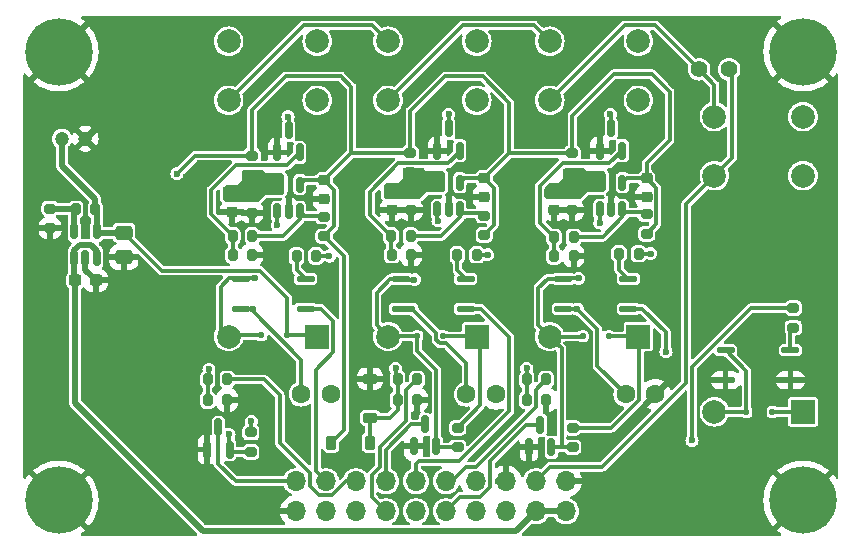
<source format=gbr>
%TF.GenerationSoftware,KiCad,Pcbnew,7.0.11-rc3*%
%TF.CreationDate,2025-03-16T23:30:22+08:00*%
%TF.ProjectId,SDC 2,53444320-322e-46b6-9963-61645f706362,rev?*%
%TF.SameCoordinates,Original*%
%TF.FileFunction,Copper,L2,Bot*%
%TF.FilePolarity,Positive*%
%FSLAX46Y46*%
G04 Gerber Fmt 4.6, Leading zero omitted, Abs format (unit mm)*
G04 Created by KiCad (PCBNEW 7.0.11-rc3) date 2025-03-16 23:30:22*
%MOMM*%
%LPD*%
G01*
G04 APERTURE LIST*
G04 Aperture macros list*
%AMRoundRect*
0 Rectangle with rounded corners*
0 $1 Rounding radius*
0 $2 $3 $4 $5 $6 $7 $8 $9 X,Y pos of 4 corners*
0 Add a 4 corners polygon primitive as box body*
4,1,4,$2,$3,$4,$5,$6,$7,$8,$9,$2,$3,0*
0 Add four circle primitives for the rounded corners*
1,1,$1+$1,$2,$3*
1,1,$1+$1,$4,$5*
1,1,$1+$1,$6,$7*
1,1,$1+$1,$8,$9*
0 Add four rect primitives between the rounded corners*
20,1,$1+$1,$2,$3,$4,$5,0*
20,1,$1+$1,$4,$5,$6,$7,0*
20,1,$1+$1,$6,$7,$8,$9,0*
20,1,$1+$1,$8,$9,$2,$3,0*%
G04 Aperture macros list end*
%TA.AperFunction,ComponentPad*%
%ADD10C,5.700000*%
%TD*%
%TA.AperFunction,ComponentPad*%
%ADD11C,1.400000*%
%TD*%
%TA.AperFunction,ComponentPad*%
%ADD12C,2.000000*%
%TD*%
%TA.AperFunction,ComponentPad*%
%ADD13R,2.000000X2.000000*%
%TD*%
%TA.AperFunction,ComponentPad*%
%ADD14C,1.600000*%
%TD*%
%TA.AperFunction,ComponentPad*%
%ADD15O,1.700000X1.700000*%
%TD*%
%TA.AperFunction,ComponentPad*%
%ADD16C,1.200000*%
%TD*%
%TA.AperFunction,SMDPad,CuDef*%
%ADD17RoundRect,0.200000X-0.275000X0.200000X-0.275000X-0.200000X0.275000X-0.200000X0.275000X0.200000X0*%
%TD*%
%TA.AperFunction,SMDPad,CuDef*%
%ADD18RoundRect,0.250000X-0.475000X0.337500X-0.475000X-0.337500X0.475000X-0.337500X0.475000X0.337500X0*%
%TD*%
%TA.AperFunction,SMDPad,CuDef*%
%ADD19RoundRect,0.225000X-0.250000X0.225000X-0.250000X-0.225000X0.250000X-0.225000X0.250000X0.225000X0*%
%TD*%
%TA.AperFunction,SMDPad,CuDef*%
%ADD20RoundRect,0.200000X0.200000X0.275000X-0.200000X0.275000X-0.200000X-0.275000X0.200000X-0.275000X0*%
%TD*%
%TA.AperFunction,SMDPad,CuDef*%
%ADD21RoundRect,0.200000X0.275000X-0.200000X0.275000X0.200000X-0.275000X0.200000X-0.275000X-0.200000X0*%
%TD*%
%TA.AperFunction,SMDPad,CuDef*%
%ADD22RoundRect,0.150000X0.150000X-0.587500X0.150000X0.587500X-0.150000X0.587500X-0.150000X-0.587500X0*%
%TD*%
%TA.AperFunction,SMDPad,CuDef*%
%ADD23RoundRect,0.225000X0.375000X-0.225000X0.375000X0.225000X-0.375000X0.225000X-0.375000X-0.225000X0*%
%TD*%
%TA.AperFunction,SMDPad,CuDef*%
%ADD24RoundRect,0.200000X-0.200000X-0.275000X0.200000X-0.275000X0.200000X0.275000X-0.200000X0.275000X0*%
%TD*%
%TA.AperFunction,SMDPad,CuDef*%
%ADD25RoundRect,0.137500X0.587500X0.137500X-0.587500X0.137500X-0.587500X-0.137500X0.587500X-0.137500X0*%
%TD*%
%TA.AperFunction,SMDPad,CuDef*%
%ADD26RoundRect,0.125000X0.125000X0.125000X-0.125000X0.125000X-0.125000X-0.125000X0.125000X-0.125000X0*%
%TD*%
%TA.AperFunction,SMDPad,CuDef*%
%ADD27RoundRect,0.150000X0.150000X-0.512500X0.150000X0.512500X-0.150000X0.512500X-0.150000X-0.512500X0*%
%TD*%
%TA.AperFunction,SMDPad,CuDef*%
%ADD28RoundRect,0.225000X-0.225000X-0.375000X0.225000X-0.375000X0.225000X0.375000X-0.225000X0.375000X0*%
%TD*%
%TA.AperFunction,SMDPad,CuDef*%
%ADD29RoundRect,0.237500X-0.300000X-0.237500X0.300000X-0.237500X0.300000X0.237500X-0.300000X0.237500X0*%
%TD*%
%TA.AperFunction,ViaPad*%
%ADD30C,0.600000*%
%TD*%
%TA.AperFunction,Conductor*%
%ADD31C,0.300000*%
%TD*%
%TA.AperFunction,Conductor*%
%ADD32C,0.500000*%
%TD*%
G04 APERTURE END LIST*
D10*
%TO.P,H3,1,1*%
%TO.N,GND*%
X119500000Y-51500000D03*
%TD*%
D11*
%TO.P,JP1,1,A*%
%TO.N,BMS_OUT*%
X110710000Y-53000000D03*
%TO.P,JP1,2,B*%
%TO.N,SW_OUT*%
X113250000Y-53000000D03*
%TD*%
D10*
%TO.P,H4,1,1*%
%TO.N,GND*%
X56500000Y-89500000D03*
%TD*%
D12*
%TO.P,K4,13*%
%TO.N,IMD_FAULT_OUT*%
X91871320Y-55621320D03*
%TO.P,K4,14*%
%TO.N,Net-(Q4-D)*%
X91871320Y-50621320D03*
%TO.P,K4,23*%
%TO.N,BMS_IN*%
X84371320Y-55621320D03*
%TO.P,K4,24*%
%TO.N,BSPD_OUT*%
X84371320Y-50621320D03*
D13*
%TO.P,K4,A1*%
%TO.N,+12V*%
X91871320Y-75621320D03*
D12*
%TO.P,K4,A2*%
%TO.N,IMD_FAULT_OUT*%
X84371320Y-75621320D03*
%TD*%
D14*
%TO.P,C11,1*%
%TO.N,Net-(Q4-D)*%
X91000000Y-80500000D03*
%TO.P,C11,2*%
%TO.N,GND*%
X93500000Y-80500000D03*
%TD*%
D12*
%TO.P,K2,13*%
%TO.N,BMS_FAULT_OUT*%
X105558820Y-55621320D03*
%TO.P,K2,14*%
%TO.N,Net-(Q2-D)*%
X105558820Y-50621320D03*
%TO.P,K2,23*%
%TO.N,BMS_OUT*%
X98058820Y-55621320D03*
%TO.P,K2,24*%
%TO.N,BMS_IN*%
X98058820Y-50621320D03*
D13*
%TO.P,K2,A1*%
%TO.N,+12V*%
X105558820Y-75621320D03*
D12*
%TO.P,K2,A2*%
%TO.N,BMS_FAULT_OUT*%
X98058820Y-75621320D03*
%TD*%
D15*
%TO.P,J1,1,Pin_1*%
%TO.N,GND*%
X99424999Y-87860000D03*
%TO.P,J1,2,Pin_2*%
%TO.N,VDC*%
X99424999Y-90400000D03*
%TO.P,J1,3,Pin_3*%
%TO.N,SW_OUT*%
X96884999Y-87860000D03*
%TO.P,J1,4,Pin_4*%
%TO.N,VDC*%
X96884999Y-90400000D03*
%TO.P,J1,5,Pin_5*%
%TO.N,GND*%
X94344999Y-87860000D03*
%TO.P,J1,6,Pin_6*%
%TO.N,unconnected-(J1-Pin_6-Pad6)*%
X94344999Y-90400000D03*
%TO.P,J1,7,Pin_7*%
%TO.N,GND*%
X91804999Y-87860000D03*
%TO.P,J1,8,Pin_8*%
%TO.N,SW_Fault*%
X91804999Y-90400000D03*
%TO.P,J1,9,Pin_9*%
%TO.N,BMS_FAULT*%
X89264999Y-87860000D03*
%TO.P,J1,10,Pin_10*%
%TO.N,BMS_LED*%
X89264999Y-90400000D03*
%TO.P,J1,11,Pin_11*%
%TO.N,IMD_RST*%
X86724999Y-87860000D03*
%TO.P,J1,12,Pin_12*%
%TO.N,BMS_RST*%
X86724999Y-90400000D03*
%TO.P,J1,13,Pin_13*%
%TO.N,IMD_LED*%
X84184999Y-87860000D03*
%TO.P,J1,14,Pin_14*%
%TO.N,IMD_FAULT*%
X84184999Y-90400000D03*
%TO.P,J1,15,Pin_15*%
%TO.N,BSPD_FAULT*%
X81644999Y-87860000D03*
%TO.P,J1,16,Pin_16*%
%TO.N,GND*%
X81644999Y-90400000D03*
%TO.P,J1,17,Pin_17*%
%TO.N,BSPD_RST*%
X79104999Y-87860000D03*
%TO.P,J1,18,Pin_18*%
%TO.N,BSPD_IN*%
X79104999Y-90400000D03*
%TO.P,J1,19,Pin_19*%
%TO.N,BSPD_LED*%
X76564999Y-87860000D03*
%TO.P,J1,20,Pin_20*%
%TO.N,GND*%
X76564999Y-90400000D03*
%TD*%
D10*
%TO.P,H1,1,1*%
%TO.N,GND*%
X56500000Y-51500000D03*
%TD*%
D12*
%TO.P,K3,13*%
%TO.N,unconnected-(K3-Pad13)*%
X119500000Y-62000000D03*
%TO.P,K3,14*%
%TO.N,unconnected-(K3-Pad14)*%
X119500000Y-57000000D03*
%TO.P,K3,23*%
%TO.N,SW_OUT*%
X112000000Y-62000000D03*
%TO.P,K3,24*%
%TO.N,BMS_OUT*%
X112000000Y-57000000D03*
D13*
%TO.P,K3,A1*%
%TO.N,+12V*%
X119500000Y-82000000D03*
D12*
%TO.P,K3,A2*%
%TO.N,Net-(D11-A)*%
X112000000Y-82000000D03*
%TD*%
D14*
%TO.P,C12,1*%
%TO.N,Net-(Q1-D)*%
X77000000Y-80500000D03*
%TO.P,C12,2*%
%TO.N,GND*%
X79500000Y-80500000D03*
%TD*%
D16*
%TO.P,C5,1*%
%TO.N,+12V*%
X56750000Y-58862500D03*
%TO.P,C5,2*%
%TO.N,GND*%
X58750000Y-58862500D03*
%TD*%
D14*
%TO.P,C13,1*%
%TO.N,Net-(Q2-D)*%
X104500000Y-80500000D03*
%TO.P,C13,2*%
%TO.N,GND*%
X107000000Y-80500000D03*
%TD*%
D12*
%TO.P,K1,13*%
%TO.N,BSPD_FAULT_OUT*%
X78371320Y-55621320D03*
%TO.P,K1,14*%
%TO.N,Net-(Q1-D)*%
X78371320Y-50621320D03*
%TO.P,K1,23*%
%TO.N,BSPD_OUT*%
X70871320Y-55621320D03*
%TO.P,K1,24*%
%TO.N,BSPD_IN*%
X70871320Y-50621320D03*
D13*
%TO.P,K1,A1*%
%TO.N,+12V*%
X78371320Y-75621320D03*
D12*
%TO.P,K1,A2*%
%TO.N,BSPD_FAULT_OUT*%
X70871320Y-75621320D03*
%TD*%
D10*
%TO.P,H2,1,1*%
%TO.N,GND*%
X119500000Y-89500000D03*
%TD*%
D17*
%TO.P,R24,1*%
%TO.N,Net-(U8--)*%
X86330000Y-63250000D03*
%TO.P,R24,2*%
%TO.N,GND*%
X86330000Y-64900000D03*
%TD*%
D18*
%TO.P,C15,1*%
%TO.N,+12V*%
X62000000Y-66825000D03*
%TO.P,C15,2*%
%TO.N,GND*%
X62000000Y-68900000D03*
%TD*%
D19*
%TO.P,C9,1*%
%TO.N,Net-(U8--)*%
X84686320Y-63337500D03*
%TO.P,C9,2*%
%TO.N,GND*%
X84686320Y-64887500D03*
%TD*%
D20*
%TO.P,R13,1*%
%TO.N,Net-(R11-Pad2)*%
X72875000Y-67100000D03*
%TO.P,R13,2*%
%TO.N,Net-(Q1-G)*%
X71225000Y-67100000D03*
%TD*%
D21*
%TO.P,R30,1*%
%TO.N,IMD_FAULT_OUT*%
X90250000Y-85000000D03*
%TO.P,R30,2*%
%TO.N,+12V*%
X90250000Y-83350000D03*
%TD*%
D22*
%TO.P,Q2,1,G*%
%TO.N,Net-(Q2-G)*%
X104200000Y-59875000D03*
%TO.P,Q2,2,S*%
%TO.N,GND*%
X102300000Y-59875000D03*
%TO.P,Q2,3,D*%
%TO.N,Net-(Q2-D)*%
X103250000Y-58000000D03*
%TD*%
D17*
%TO.P,R9,1*%
%TO.N,+5V*%
X99970000Y-60112500D03*
%TO.P,R9,2*%
%TO.N,Net-(U4--)*%
X99970000Y-61762500D03*
%TD*%
D23*
%TO.P,D7,1,K*%
%TO.N,Net-(D6-A)*%
X82850000Y-82500000D03*
%TO.P,D7,2,A*%
%TO.N,GND*%
X82850000Y-79200000D03*
%TD*%
D24*
%TO.P,R28,1*%
%TO.N,Net-(Q4-G)*%
X84675000Y-68700000D03*
%TO.P,R28,2*%
%TO.N,GND*%
X86325000Y-68700000D03*
%TD*%
D25*
%TO.P,U7,1*%
%TO.N,Net-(R21-Pad2)*%
X90950000Y-70730000D03*
%TO.P,U7,2*%
%TO.N,IMD_RST*%
X90950000Y-73270000D03*
%TO.P,U7,3*%
%TO.N,Net-(Q4-D)*%
X85450000Y-73270000D03*
%TO.P,U7,4*%
%TO.N,IMD_FAULT_OUT*%
X85450000Y-70730000D03*
%TD*%
D21*
%TO.P,R12,1*%
%TO.N,+5V*%
X106250000Y-66925000D03*
%TO.P,R12,2*%
%TO.N,Net-(R12-Pad2)*%
X106250000Y-65275000D03*
%TD*%
D26*
%TO.P,D12,1,K*%
%TO.N,+12V*%
X89050000Y-75600000D03*
%TO.P,D12,2,A*%
%TO.N,IMD_FAULT_OUT*%
X86850000Y-75600000D03*
%TD*%
D20*
%TO.P,R14,1*%
%TO.N,Net-(R12-Pad2)*%
X100075000Y-67200000D03*
%TO.P,R14,2*%
%TO.N,Net-(Q2-G)*%
X98425000Y-67200000D03*
%TD*%
D17*
%TO.P,R23,1*%
%TO.N,+5V*%
X86250000Y-60075000D03*
%TO.P,R23,2*%
%TO.N,Net-(U8--)*%
X86250000Y-61725000D03*
%TD*%
D27*
%TO.P,U9,1,VIN*%
%TO.N,VDC*%
X59700000Y-69000000D03*
%TO.P,U9,2,GND*%
%TO.N,GND*%
X58750000Y-69000000D03*
%TO.P,U9,3,EN*%
%TO.N,VDC*%
X57800000Y-69000000D03*
%TO.P,U9,4,ADJ*%
%TO.N,Net-(U9-ADJ)*%
X57800000Y-66725000D03*
%TO.P,U9,5,VOUT*%
%TO.N,+12V*%
X59700000Y-66725000D03*
%TD*%
D24*
%TO.P,R16,1*%
%TO.N,Net-(Q2-G)*%
X98425000Y-68800000D03*
%TO.P,R16,2*%
%TO.N,GND*%
X100075000Y-68800000D03*
%TD*%
D25*
%TO.P,U2,1*%
%TO.N,Net-(R4-Pad2)*%
X104700000Y-70730000D03*
%TO.P,U2,2*%
%TO.N,BMS_RST*%
X104700000Y-73270000D03*
%TO.P,U2,3*%
%TO.N,Net-(Q2-D)*%
X99200000Y-73270000D03*
%TO.P,U2,4*%
%TO.N,BMS_FAULT_OUT*%
X99200000Y-70730000D03*
%TD*%
D19*
%TO.P,C2,1*%
%TO.N,Net-(U4--)*%
X98436320Y-63337500D03*
%TO.P,C2,2*%
%TO.N,GND*%
X98436320Y-64887500D03*
%TD*%
D24*
%TO.P,R6,1*%
%TO.N,Net-(U4-+)*%
X96100000Y-81000000D03*
%TO.P,R6,2*%
%TO.N,GND*%
X97750000Y-81000000D03*
%TD*%
D20*
%TO.P,R1,1*%
%TO.N,BSPD_FAULT*%
X70750000Y-79250000D03*
%TO.P,R1,2*%
%TO.N,Net-(U3-+)*%
X69100000Y-79250000D03*
%TD*%
%TO.P,R31,1*%
%TO.N,+12V*%
X59575000Y-64862500D03*
%TO.P,R31,2*%
%TO.N,Net-(U9-ADJ)*%
X57925000Y-64862500D03*
%TD*%
D22*
%TO.P,Q3,1,G*%
%TO.N,BSPD_FAULT_OUT*%
X70950000Y-85187500D03*
%TO.P,Q3,2,S*%
%TO.N,GND*%
X69050000Y-85187500D03*
%TO.P,Q3,3,D*%
%TO.N,BSPD_LED*%
X70000000Y-83312500D03*
%TD*%
%TO.P,Q5,1,G*%
%TO.N,BMS_FAULT_OUT*%
X98200000Y-85000000D03*
%TO.P,Q5,2,S*%
%TO.N,GND*%
X96300000Y-85000000D03*
%TO.P,Q5,3,D*%
%TO.N,BMS_LED*%
X97250000Y-83125000D03*
%TD*%
D21*
%TO.P,R32,1*%
%TO.N,GND*%
X55750000Y-66437500D03*
%TO.P,R32,2*%
%TO.N,Net-(U9-ADJ)*%
X55750000Y-64787500D03*
%TD*%
D25*
%TO.P,U1,1*%
%TO.N,Net-(R3-Pad2)*%
X77400000Y-70730000D03*
%TO.P,U1,2*%
%TO.N,BSPD_RST*%
X77400000Y-73270000D03*
%TO.P,U1,3*%
%TO.N,Net-(Q1-D)*%
X71900000Y-73270000D03*
%TO.P,U1,4*%
%TO.N,BSPD_FAULT_OUT*%
X71900000Y-70730000D03*
%TD*%
D22*
%TO.P,Q6,1,G*%
%TO.N,IMD_FAULT_OUT*%
X88450000Y-84925000D03*
%TO.P,Q6,2,S*%
%TO.N,GND*%
X86550000Y-84925000D03*
%TO.P,Q6,3,D*%
%TO.N,IMD_LED*%
X87500000Y-83050000D03*
%TD*%
D17*
%TO.P,R7,1*%
%TO.N,+5V*%
X72850000Y-60300000D03*
%TO.P,R7,2*%
%TO.N,Net-(U3--)*%
X72850000Y-61950000D03*
%TD*%
D20*
%TO.P,R4,1*%
%TO.N,Net-(D2-K)*%
X105575000Y-68600000D03*
%TO.P,R4,2*%
%TO.N,Net-(R4-Pad2)*%
X103925000Y-68600000D03*
%TD*%
D22*
%TO.P,Q4,1,G*%
%TO.N,Net-(Q4-G)*%
X90450000Y-59875000D03*
%TO.P,Q4,2,S*%
%TO.N,GND*%
X88550000Y-59875000D03*
%TO.P,Q4,3,D*%
%TO.N,Net-(Q4-D)*%
X89500000Y-58000000D03*
%TD*%
D19*
%TO.P,C10,1*%
%TO.N,+5V*%
X78950000Y-62387500D03*
%TO.P,C10,2*%
%TO.N,GND*%
X78950000Y-63937500D03*
%TD*%
D17*
%TO.P,R8,1*%
%TO.N,Net-(U3--)*%
X72850000Y-63475000D03*
%TO.P,R8,2*%
%TO.N,GND*%
X72850000Y-65125000D03*
%TD*%
D27*
%TO.P,U4,1*%
%TO.N,Net-(R12-Pad2)*%
X104200000Y-64862500D03*
%TO.P,U4,2,V-*%
%TO.N,GND*%
X103250000Y-64862500D03*
%TO.P,U4,3,+*%
%TO.N,Net-(U4-+)*%
X102300000Y-64862500D03*
%TO.P,U4,4,-*%
%TO.N,Net-(U4--)*%
X102300000Y-62587500D03*
%TO.P,U4,5,V+*%
%TO.N,+5V*%
X104200000Y-62587500D03*
%TD*%
D21*
%TO.P,R25,1*%
%TO.N,BSPD_FAULT_OUT*%
X72750000Y-85387500D03*
%TO.P,R25,2*%
%TO.N,+12V*%
X72750000Y-83737500D03*
%TD*%
D24*
%TO.P,R15,1*%
%TO.N,Net-(Q1-G)*%
X71225000Y-68700000D03*
%TO.P,R15,2*%
%TO.N,GND*%
X72875000Y-68700000D03*
%TD*%
D27*
%TO.P,U8,1*%
%TO.N,Net-(R26-Pad2)*%
X90450000Y-64862500D03*
%TO.P,U8,2,V-*%
%TO.N,GND*%
X89500000Y-64862500D03*
%TO.P,U8,3,+*%
%TO.N,Net-(D6-A)*%
X88550000Y-64862500D03*
%TO.P,U8,4,-*%
%TO.N,Net-(U8--)*%
X88550000Y-62587500D03*
%TO.P,U8,5,V+*%
%TO.N,+5V*%
X90450000Y-62587500D03*
%TD*%
D28*
%TO.P,D6,1,K*%
%TO.N,+5V*%
X79550000Y-84600000D03*
%TO.P,D6,2,A*%
%TO.N,Net-(D6-A)*%
X82850000Y-84600000D03*
%TD*%
D26*
%TO.P,D11,1,K*%
%TO.N,+12V*%
X116912500Y-82000000D03*
%TO.P,D11,2,A*%
%TO.N,Net-(D11-A)*%
X114712500Y-82000000D03*
%TD*%
D20*
%TO.P,R3,1*%
%TO.N,Net-(D1-K)*%
X78275000Y-68800000D03*
%TO.P,R3,2*%
%TO.N,Net-(R3-Pad2)*%
X76625000Y-68800000D03*
%TD*%
D21*
%TO.P,R29,1*%
%TO.N,BMS_FAULT_OUT*%
X100000000Y-85000000D03*
%TO.P,R29,2*%
%TO.N,+12V*%
X100000000Y-83350000D03*
%TD*%
D26*
%TO.P,D3,1,K*%
%TO.N,+12V*%
X75850000Y-75500000D03*
%TO.P,D3,2,A*%
%TO.N,BSPD_FAULT_OUT*%
X73650000Y-75500000D03*
%TD*%
D27*
%TO.P,U3,1*%
%TO.N,Net-(R11-Pad2)*%
X76900000Y-65025000D03*
%TO.P,U3,2,V-*%
%TO.N,GND*%
X75950000Y-65025000D03*
%TO.P,U3,3,+*%
%TO.N,Net-(U3-+)*%
X75000000Y-65025000D03*
%TO.P,U3,4,-*%
%TO.N,Net-(U3--)*%
X75000000Y-62750000D03*
%TO.P,U3,5,V+*%
%TO.N,+5V*%
X76900000Y-62750000D03*
%TD*%
D17*
%TO.P,R10,1*%
%TO.N,Net-(U4--)*%
X99970000Y-63287500D03*
%TO.P,R10,2*%
%TO.N,GND*%
X99970000Y-64937500D03*
%TD*%
D22*
%TO.P,Q1,1,G*%
%TO.N,Net-(Q1-G)*%
X76900000Y-60037500D03*
%TO.P,Q1,2,S*%
%TO.N,GND*%
X75000000Y-60037500D03*
%TO.P,Q1,3,D*%
%TO.N,Net-(Q1-D)*%
X75950000Y-58162500D03*
%TD*%
D20*
%TO.P,R21,1*%
%TO.N,Net-(D10-K)*%
X91875000Y-68700000D03*
%TO.P,R21,2*%
%TO.N,Net-(R21-Pad2)*%
X90225000Y-68700000D03*
%TD*%
D24*
%TO.P,R22,1*%
%TO.N,Net-(D6-A)*%
X85175000Y-81000000D03*
%TO.P,R22,2*%
%TO.N,GND*%
X86825000Y-81000000D03*
%TD*%
D20*
%TO.P,R27,1*%
%TO.N,Net-(R26-Pad2)*%
X86275000Y-67100000D03*
%TO.P,R27,2*%
%TO.N,Net-(Q4-G)*%
X84625000Y-67100000D03*
%TD*%
D19*
%TO.P,C4,1*%
%TO.N,+5V*%
X106250000Y-62225000D03*
%TO.P,C4,2*%
%TO.N,GND*%
X106250000Y-63775000D03*
%TD*%
D24*
%TO.P,R5,1*%
%TO.N,Net-(U3-+)*%
X69100000Y-81000000D03*
%TO.P,R5,2*%
%TO.N,GND*%
X70750000Y-81000000D03*
%TD*%
D26*
%TO.P,D4,1,K*%
%TO.N,+12V*%
X103050000Y-75600000D03*
%TO.P,D4,2,A*%
%TO.N,BMS_FAULT_OUT*%
X100850000Y-75600000D03*
%TD*%
D21*
%TO.P,R20,1*%
%TO.N,Net-(R20-Pad1)*%
X118691180Y-74866180D03*
%TO.P,R20,2*%
%TO.N,Net-(D5-K)*%
X118691180Y-73216180D03*
%TD*%
D19*
%TO.P,C3,1*%
%TO.N,+5V*%
X92500000Y-62225000D03*
%TO.P,C3,2*%
%TO.N,GND*%
X92500000Y-63775000D03*
%TD*%
D29*
%TO.P,C14,1*%
%TO.N,VDC*%
X57887500Y-70862500D03*
%TO.P,C14,2*%
%TO.N,GND*%
X59612500Y-70862500D03*
%TD*%
D19*
%TO.P,C1,1*%
%TO.N,Net-(U3--)*%
X71136320Y-63500000D03*
%TO.P,C1,2*%
%TO.N,GND*%
X71136320Y-65050000D03*
%TD*%
D21*
%TO.P,R11,1*%
%TO.N,+5V*%
X78950000Y-67125000D03*
%TO.P,R11,2*%
%TO.N,Net-(R11-Pad2)*%
X78950000Y-65475000D03*
%TD*%
%TO.P,R26,1*%
%TO.N,+5V*%
X92500000Y-67025000D03*
%TO.P,R26,2*%
%TO.N,Net-(R26-Pad2)*%
X92500000Y-65375000D03*
%TD*%
D25*
%TO.P,U6,1*%
%TO.N,Net-(R20-Pad1)*%
X118441180Y-76771180D03*
%TO.P,U6,2*%
%TO.N,GND*%
X118441180Y-79311180D03*
%TO.P,U6,3*%
X112941180Y-79311180D03*
%TO.P,U6,4*%
%TO.N,Net-(D11-A)*%
X112941180Y-76771180D03*
%TD*%
D20*
%TO.P,R17,1*%
%TO.N,IMD_FAULT*%
X86825000Y-79250000D03*
%TO.P,R17,2*%
%TO.N,Net-(D6-A)*%
X85175000Y-79250000D03*
%TD*%
%TO.P,R2,1*%
%TO.N,BMS_FAULT*%
X97750000Y-79250000D03*
%TO.P,R2,2*%
%TO.N,Net-(U4-+)*%
X96100000Y-79250000D03*
%TD*%
D30*
%TO.N,+5V*%
X66500000Y-61837500D03*
%TO.N,+12V*%
X72800000Y-82800000D03*
%TO.N,Net-(D1-K)*%
X79400000Y-68800000D03*
%TO.N,Net-(D2-K)*%
X106600000Y-68600000D03*
%TO.N,BSPD_FAULT_OUT*%
X70900000Y-83900000D03*
X73100000Y-70700000D03*
%TO.N,BMS_FAULT_OUT*%
X100500000Y-70700000D03*
%TO.N,Net-(D5-K)*%
X110100000Y-84400000D03*
%TO.N,Net-(D6-A)*%
X88600000Y-65800000D03*
X85000000Y-78300000D03*
%TO.N,Net-(D10-K)*%
X92800000Y-68700000D03*
%TO.N,IMD_FAULT_OUT*%
X86600000Y-70800000D03*
%TO.N,BMS_RST*%
X107900000Y-76900000D03*
%TO.N,Net-(Q1-D)*%
X72900000Y-73300000D03*
X75900000Y-57000000D03*
%TO.N,Net-(Q2-D)*%
X103200000Y-56800000D03*
X100400000Y-73300000D03*
%TO.N,Net-(Q4-D)*%
X86400000Y-73300000D03*
X89500000Y-56800000D03*
%TO.N,Net-(U3-+)*%
X69200000Y-78400000D03*
X75000000Y-66200000D03*
%TO.N,Net-(U4-+)*%
X102300000Y-66000000D03*
X96100000Y-78300000D03*
%TO.N,GND*%
X62100000Y-65000000D03*
X76000000Y-63900000D03*
X85600000Y-84900000D03*
X99200000Y-64900000D03*
X98300000Y-83500000D03*
X72000000Y-65100000D03*
X89500000Y-63700000D03*
X73700000Y-68700000D03*
X85500000Y-64900000D03*
X103300000Y-63700000D03*
%TD*%
D31*
%TO.N,Net-(U3--)*%
X72825000Y-63500000D02*
X72850000Y-63475000D01*
%TO.N,IMD_RST*%
X90400000Y-86200000D02*
X86949998Y-86200000D01*
X92220000Y-73270000D02*
X94650000Y-75700000D01*
X94650000Y-81950000D02*
X90400000Y-86200000D01*
X86949998Y-86200000D02*
X86724999Y-86424999D01*
X86724999Y-86424999D02*
X86724999Y-87860000D01*
X94650000Y-75700000D02*
X94650000Y-81950000D01*
X90950000Y-73270000D02*
X92220000Y-73270000D01*
%TO.N,+5V*%
X66500000Y-61837500D02*
X68037500Y-60300000D01*
X94612500Y-60112500D02*
X92500000Y-62225000D01*
X86250000Y-60075000D02*
X81262500Y-60075000D01*
X94612500Y-55812500D02*
X94612500Y-60112500D01*
X90812500Y-62225000D02*
X90450000Y-62587500D01*
X106700000Y-53400000D02*
X108200000Y-54900000D01*
X93325000Y-66200000D02*
X92500000Y-67025000D01*
X79550000Y-84600000D02*
X80650000Y-83500000D01*
X92500000Y-62225000D02*
X90812500Y-62225000D01*
X108200000Y-59000000D02*
X106250000Y-60950000D01*
X99970000Y-60112500D02*
X99970000Y-56930000D01*
X108200000Y-54900000D02*
X108200000Y-59000000D01*
X79775000Y-66300000D02*
X78950000Y-67125000D01*
X86250000Y-60075000D02*
X86250000Y-56550000D01*
X99970000Y-56930000D02*
X103500000Y-53400000D01*
X106250000Y-66925000D02*
X107075000Y-66100000D01*
X92400000Y-53600000D02*
X94612500Y-55812500D01*
X104562500Y-62225000D02*
X104200000Y-62587500D01*
X89200000Y-53600000D02*
X92400000Y-53600000D01*
X78950000Y-62387500D02*
X77262500Y-62387500D01*
X79775000Y-63212500D02*
X79775000Y-66300000D01*
X86250000Y-56550000D02*
X89200000Y-53600000D01*
X107075000Y-63050000D02*
X106250000Y-62225000D01*
X92500000Y-62225000D02*
X93325000Y-63050000D01*
X93325000Y-63050000D02*
X93325000Y-66200000D01*
X72850000Y-60300000D02*
X72850000Y-56450000D01*
X99970000Y-60112500D02*
X94612500Y-60112500D01*
X80650000Y-68825000D02*
X78950000Y-67125000D01*
X75700000Y-53600000D02*
X80400000Y-53600000D01*
X78950000Y-62387500D02*
X79775000Y-63212500D01*
X80650000Y-83500000D02*
X80650000Y-68825000D01*
X106250000Y-60950000D02*
X106250000Y-62225000D01*
X68037500Y-60300000D02*
X72850000Y-60300000D01*
X72850000Y-56450000D02*
X75700000Y-53600000D01*
X81262500Y-54462500D02*
X81262500Y-60075000D01*
X107075000Y-66100000D02*
X107075000Y-63050000D01*
X77262500Y-62387500D02*
X76900000Y-62750000D01*
X81262500Y-60075000D02*
X78950000Y-62387500D01*
X80400000Y-53600000D02*
X81262500Y-54462500D01*
X106250000Y-62225000D02*
X104562500Y-62225000D01*
X103500000Y-53400000D02*
X106700000Y-53400000D01*
%TO.N,+12V*%
X78250000Y-75500000D02*
X78371320Y-75621320D01*
X75850000Y-72350000D02*
X75850000Y-75500000D01*
D32*
X59700000Y-64987500D02*
X59575000Y-64862500D01*
D31*
X116912500Y-82000000D02*
X119500000Y-82000000D01*
X105650000Y-80976346D02*
X105650000Y-75712500D01*
X105650000Y-75712500D02*
X105558820Y-75621320D01*
X103276346Y-83350000D02*
X105650000Y-80976346D01*
D32*
X56750000Y-61150000D02*
X56750000Y-58862500D01*
X59575000Y-63975000D02*
X56750000Y-61150000D01*
D31*
X105537500Y-75600000D02*
X105558820Y-75621320D01*
X89050000Y-75600000D02*
X91850000Y-75600000D01*
X92150000Y-75900000D02*
X91871320Y-75621320D01*
D32*
X62000000Y-66825000D02*
X59800000Y-66825000D01*
X59575000Y-64862500D02*
X59575000Y-63975000D01*
D31*
X73550000Y-70050000D02*
X75850000Y-72350000D01*
X75850000Y-75500000D02*
X78250000Y-75500000D01*
X92150000Y-81450000D02*
X92150000Y-75900000D01*
X103050000Y-75600000D02*
X105537500Y-75600000D01*
X72800000Y-82800000D02*
X72800000Y-83687500D01*
X90250000Y-83350000D02*
X92150000Y-81450000D01*
D32*
X59700000Y-66725000D02*
X59700000Y-64987500D01*
D31*
X65225000Y-70050000D02*
X73550000Y-70050000D01*
X62000000Y-66825000D02*
X65225000Y-70050000D01*
X72800000Y-83687500D02*
X72750000Y-83737500D01*
X91850000Y-75600000D02*
X91871320Y-75621320D01*
X100000000Y-83350000D02*
X103276346Y-83350000D01*
D32*
X59800000Y-66825000D02*
X59700000Y-66725000D01*
D31*
%TO.N,Net-(D1-K)*%
X79400000Y-68800000D02*
X78275000Y-68800000D01*
%TO.N,Net-(D2-K)*%
X106600000Y-68600000D02*
X105575000Y-68600000D01*
%TO.N,BSPD_FAULT_OUT*%
X70900000Y-83900000D02*
X70900000Y-85137500D01*
X73650000Y-75500000D02*
X70992640Y-75500000D01*
X72750000Y-85387500D02*
X71150000Y-85387500D01*
X71930000Y-70700000D02*
X71900000Y-70730000D01*
X71150000Y-85387500D02*
X70950000Y-85187500D01*
X70200000Y-74950000D02*
X70871320Y-75621320D01*
X70200000Y-71400000D02*
X70200000Y-74950000D01*
X73100000Y-70700000D02*
X70900000Y-70700000D01*
X70900000Y-85137500D02*
X70950000Y-85187500D01*
X73100000Y-70700000D02*
X71930000Y-70700000D01*
X70992640Y-75500000D02*
X70871320Y-75621320D01*
X70900000Y-70700000D02*
X70200000Y-71400000D01*
%TO.N,BMS_FAULT_OUT*%
X97870000Y-70730000D02*
X97100000Y-71500000D01*
X99230000Y-70700000D02*
X99200000Y-70730000D01*
X99058820Y-76621320D02*
X99058820Y-85000000D01*
X98058820Y-75621320D02*
X99058820Y-76621320D01*
X100500000Y-70700000D02*
X99230000Y-70700000D01*
X97100000Y-74662500D02*
X98058820Y-75621320D01*
X97100000Y-71500000D02*
X97100000Y-74662500D01*
X100000000Y-85000000D02*
X98200000Y-85000000D01*
X100828680Y-75621320D02*
X100850000Y-75600000D01*
X99058820Y-85000000D02*
X98200000Y-85000000D01*
X99200000Y-70730000D02*
X97870000Y-70730000D01*
X98058820Y-75621320D02*
X100828680Y-75621320D01*
%TO.N,Net-(D5-K)*%
X110100000Y-78194120D02*
X110100000Y-84400000D01*
X115077940Y-73216180D02*
X110100000Y-78194120D01*
X118691180Y-73216180D02*
X115077940Y-73216180D01*
%TO.N,Net-(D6-A)*%
X85000000Y-78300000D02*
X85000000Y-79075000D01*
X88550000Y-65750000D02*
X88600000Y-65800000D01*
X84500000Y-82500000D02*
X85175000Y-81825000D01*
X82850000Y-84600000D02*
X82850000Y-82500000D01*
X85000000Y-79075000D02*
X85175000Y-79250000D01*
X85175000Y-81000000D02*
X85175000Y-79250000D01*
X88550000Y-64862500D02*
X88550000Y-65750000D01*
X85175000Y-81825000D02*
X85175000Y-81000000D01*
X82850000Y-82500000D02*
X84500000Y-82500000D01*
%TO.N,Net-(D10-K)*%
X92800000Y-68700000D02*
X91875000Y-68700000D01*
%TO.N,Net-(D11-A)*%
X114712500Y-82000000D02*
X112000000Y-82000000D01*
X112941180Y-76771180D02*
X114712500Y-78542500D01*
X114712500Y-78542500D02*
X114712500Y-82000000D01*
%TO.N,IMD_FAULT_OUT*%
X83400000Y-71900000D02*
X83400000Y-74650000D01*
X88450000Y-78450000D02*
X86850000Y-76850000D01*
X86850000Y-76850000D02*
X86850000Y-75600000D01*
X86850000Y-75600000D02*
X84392640Y-75600000D01*
X90250000Y-85000000D02*
X88525000Y-85000000D01*
X88525000Y-85000000D02*
X88450000Y-84925000D01*
X83400000Y-74650000D02*
X84371320Y-75621320D01*
X84570000Y-70730000D02*
X83400000Y-71900000D01*
X85450000Y-70730000D02*
X84570000Y-70730000D01*
X86600000Y-70800000D02*
X85520000Y-70800000D01*
X85520000Y-70800000D02*
X85450000Y-70730000D01*
X88450000Y-84925000D02*
X88450000Y-78450000D01*
X84392640Y-75600000D02*
X84371320Y-75621320D01*
%TO.N,BSPD_LED*%
X71460000Y-87860000D02*
X76564999Y-87860000D01*
X70000000Y-86400000D02*
X71460000Y-87860000D01*
X70000000Y-83312500D02*
X70000000Y-86400000D01*
%TO.N,IMD_LED*%
X84184999Y-85215001D02*
X86350000Y-83050000D01*
X84184999Y-87860000D02*
X84184999Y-85215001D01*
X86350000Y-83050000D02*
X87500000Y-83050000D01*
%TO.N,BSPD_RST*%
X78670000Y-73270000D02*
X77400000Y-73270000D01*
X78254999Y-78437641D02*
X79721320Y-76971320D01*
X79721320Y-76971320D02*
X79721320Y-74321320D01*
X78254999Y-87010000D02*
X78254999Y-78437641D01*
X79104999Y-87860000D02*
X78254999Y-87010000D01*
X79721320Y-74321320D02*
X78670000Y-73270000D01*
%TO.N,BMS_RST*%
X107900000Y-75262500D02*
X105907500Y-73270000D01*
X105907500Y-73270000D02*
X104700000Y-73270000D01*
X107900000Y-76900000D02*
X107900000Y-75262500D01*
%TO.N,BSPD_FAULT*%
X73850000Y-79250000D02*
X70750000Y-79250000D01*
X75200000Y-84600000D02*
X75200000Y-80600000D01*
X77764999Y-88264999D02*
X77764999Y-87164999D01*
X81644999Y-87860000D02*
X80802056Y-87860000D01*
X75200000Y-80600000D02*
X73850000Y-79250000D01*
X79602056Y-89060000D02*
X78560000Y-89060000D01*
X77764999Y-87164999D02*
X75200000Y-84600000D01*
X80802056Y-87860000D02*
X79602056Y-89060000D01*
X78560000Y-89060000D02*
X77764999Y-88264999D01*
%TO.N,IMD_FAULT*%
X82984999Y-89200000D02*
X84184999Y-90400000D01*
X85925000Y-80150000D02*
X85925000Y-82767894D01*
X86825000Y-79250000D02*
X85925000Y-80150000D01*
X85925000Y-82767894D02*
X83684999Y-85007894D01*
X82984999Y-87362943D02*
X82984999Y-89200000D01*
X83684999Y-86662943D02*
X82984999Y-87362943D01*
X83684999Y-85007894D02*
X83684999Y-86662943D01*
%TO.N,BMS_FAULT*%
X96888738Y-80111262D02*
X96888738Y-81571262D01*
X96888738Y-81571262D02*
X91800000Y-86660000D01*
X89740000Y-87860000D02*
X89264999Y-87860000D01*
X97750000Y-79250000D02*
X96888738Y-80111262D01*
X90940000Y-86660000D02*
X89740000Y-87860000D01*
X91800000Y-86660000D02*
X90940000Y-86660000D01*
%TO.N,SW_OUT*%
X113500000Y-60500000D02*
X113500000Y-53250000D01*
X112000000Y-62000000D02*
X113500000Y-60500000D01*
X102466346Y-86660000D02*
X109600000Y-79526346D01*
X109600000Y-79526346D02*
X109600000Y-64400000D01*
X113500000Y-53250000D02*
X113250000Y-53000000D01*
X96884999Y-87860000D02*
X98084999Y-86660000D01*
X98084999Y-86660000D02*
X102466346Y-86660000D01*
X109600000Y-64400000D02*
X112000000Y-62000000D01*
%TO.N,Net-(Q1-D)*%
X75950000Y-58162500D02*
X75950000Y-57050000D01*
X72870000Y-73270000D02*
X72900000Y-73300000D01*
X71900000Y-73270000D02*
X72870000Y-73270000D01*
X72900000Y-73500000D02*
X72900000Y-73300000D01*
X75950000Y-57050000D02*
X75900000Y-57000000D01*
X77000000Y-77600000D02*
X72900000Y-73500000D01*
X77000000Y-80500000D02*
X77000000Y-77600000D01*
%TO.N,BSPD_OUT*%
X70871320Y-55621320D02*
X77221320Y-49271320D01*
X77221320Y-49271320D02*
X83021320Y-49271320D01*
X83021320Y-49271320D02*
X84371320Y-50621320D01*
%TO.N,Net-(Q2-D)*%
X102100000Y-78100000D02*
X104500000Y-80500000D01*
X99200000Y-73270000D02*
X100370000Y-73270000D01*
X100370000Y-73270000D02*
X102100000Y-75000000D01*
X103250000Y-56850000D02*
X103200000Y-56800000D01*
X100370000Y-73270000D02*
X100400000Y-73300000D01*
X103250000Y-58000000D02*
X103250000Y-56850000D01*
X102100000Y-75000000D02*
X102100000Y-78100000D01*
%TO.N,BMS_OUT*%
X104408820Y-49271320D02*
X106981320Y-49271320D01*
X112000000Y-54290000D02*
X112000000Y-57000000D01*
X98058820Y-55621320D02*
X104408820Y-49271320D01*
X106981320Y-49271320D02*
X110710000Y-53000000D01*
X110710000Y-53000000D02*
X112000000Y-54290000D01*
%TO.N,BMS_IN*%
X84371320Y-55621320D02*
X90721320Y-49271320D01*
X90721320Y-49271320D02*
X96708820Y-49271320D01*
X96708820Y-49271320D02*
X98058820Y-50621320D01*
%TO.N,Net-(Q4-D)*%
X88450000Y-75350000D02*
X88450000Y-75925216D01*
X86370000Y-73270000D02*
X86400000Y-73300000D01*
X85450000Y-73270000D02*
X86370000Y-73270000D01*
X91000000Y-77900000D02*
X91000000Y-80500000D01*
X89500000Y-58000000D02*
X89500000Y-56800000D01*
X89300000Y-76200000D02*
X91000000Y-77900000D01*
X86370000Y-73270000D02*
X88450000Y-75350000D01*
X88450000Y-75925216D02*
X88724784Y-76200000D01*
X88724784Y-76200000D02*
X89300000Y-76200000D01*
%TO.N,Net-(Q1-G)*%
X71225000Y-67100000D02*
X69400000Y-65275000D01*
X71475000Y-61125000D02*
X75812500Y-61125000D01*
X71225000Y-68700000D02*
X71225000Y-67100000D01*
X69400000Y-65275000D02*
X69400000Y-63200000D01*
X75812500Y-61125000D02*
X76900000Y-60037500D01*
X69400000Y-63200000D02*
X71475000Y-61125000D01*
%TO.N,Net-(Q2-G)*%
X103112500Y-60962500D02*
X104200000Y-59875000D01*
X98425000Y-67200000D02*
X97200000Y-65975000D01*
X98425000Y-67200000D02*
X98425000Y-68800000D01*
X99137500Y-60962500D02*
X103112500Y-60962500D01*
X97200000Y-65975000D02*
X97200000Y-62900000D01*
X97200000Y-62900000D02*
X99137500Y-60962500D01*
%TO.N,Net-(Q4-G)*%
X85237500Y-60962500D02*
X89437500Y-60962500D01*
X84625000Y-68650000D02*
X84675000Y-68700000D01*
X82843750Y-63356250D02*
X85237500Y-60962500D01*
X84625000Y-67100000D02*
X82843750Y-65318750D01*
X82843750Y-65318750D02*
X82843750Y-63356250D01*
X89437500Y-60962500D02*
X90343750Y-60056250D01*
X84625000Y-67100000D02*
X84625000Y-68650000D01*
%TO.N,BMS_LED*%
X93004999Y-86162107D02*
X93004999Y-88357057D01*
X96042106Y-83125000D02*
X93004999Y-86162107D01*
X97250000Y-83125000D02*
X96042106Y-83125000D01*
X93004999Y-88357057D02*
X92162056Y-89200000D01*
X90464999Y-89200000D02*
X89264999Y-90400000D01*
X92162056Y-89200000D02*
X90464999Y-89200000D01*
%TO.N,Net-(U3-+)*%
X69100000Y-79250000D02*
X69100000Y-81000000D01*
X75000000Y-65025000D02*
X75000000Y-66200000D01*
X69200000Y-79150000D02*
X69100000Y-79250000D01*
X69200000Y-78400000D02*
X69200000Y-79150000D01*
%TO.N,Net-(U4-+)*%
X102300000Y-66000000D02*
X102300000Y-64862500D01*
X96100000Y-81000000D02*
X96100000Y-79250000D01*
X96100000Y-79250000D02*
X96100000Y-78300000D01*
%TO.N,Net-(R3-Pad2)*%
X76625000Y-68800000D02*
X76625000Y-69955000D01*
X76625000Y-69955000D02*
X77400000Y-70730000D01*
%TO.N,Net-(R4-Pad2)*%
X103925000Y-69955000D02*
X104700000Y-70730000D01*
X103925000Y-68600000D02*
X103925000Y-69955000D01*
%TO.N,Net-(R11-Pad2)*%
X78950000Y-65475000D02*
X78875000Y-65400000D01*
X78875000Y-65400000D02*
X77275000Y-65400000D01*
X75487499Y-67100000D02*
X76900000Y-65687499D01*
X72875000Y-67100000D02*
X75487499Y-67100000D01*
X77275000Y-65400000D02*
X76900000Y-65025000D01*
X76900000Y-65687499D02*
X76900000Y-65025000D01*
%TO.N,Net-(R12-Pad2)*%
X106075000Y-65100000D02*
X104437500Y-65100000D01*
X100075000Y-67200000D02*
X102524999Y-67200000D01*
X104200000Y-65524999D02*
X104200000Y-64862500D01*
X102524999Y-67200000D02*
X104200000Y-65524999D01*
X106250000Y-65275000D02*
X106075000Y-65100000D01*
X104437500Y-65100000D02*
X104200000Y-64862500D01*
%TO.N,Net-(R20-Pad1)*%
X118441180Y-75116180D02*
X118691180Y-74866180D01*
X118441180Y-76771180D02*
X118441180Y-75116180D01*
%TO.N,Net-(R21-Pad2)*%
X90225000Y-70005000D02*
X90950000Y-70730000D01*
X90225000Y-68700000D02*
X90225000Y-70005000D01*
%TO.N,Net-(R26-Pad2)*%
X90450000Y-65524999D02*
X90450000Y-64862500D01*
X90787500Y-65200000D02*
X90450000Y-64862500D01*
X92325000Y-65200000D02*
X90787500Y-65200000D01*
X88874999Y-67100000D02*
X90450000Y-65524999D01*
X92500000Y-65375000D02*
X92325000Y-65200000D01*
X86275000Y-67100000D02*
X88874999Y-67100000D01*
D32*
%TO.N,GND*%
X59612500Y-70862500D02*
X58750000Y-70000000D01*
X58750000Y-70000000D02*
X58750000Y-69000000D01*
%TO.N,VDC*%
X57800000Y-69000000D02*
X57800000Y-70775000D01*
X95184999Y-92100000D02*
X68700000Y-92100000D01*
X57800000Y-68300000D02*
X57800000Y-69000000D01*
X59700000Y-69000000D02*
X59700000Y-68337501D01*
X57800000Y-70775000D02*
X57887500Y-70862500D01*
X59700000Y-68337501D02*
X59199999Y-67837500D01*
X59199999Y-67837500D02*
X58262500Y-67837500D01*
X57887500Y-81287500D02*
X57887500Y-70862500D01*
X96884999Y-90400000D02*
X99424999Y-90400000D01*
X96884999Y-90400000D02*
X95184999Y-92100000D01*
X58262500Y-67837500D02*
X57800000Y-68300000D01*
X68700000Y-92100000D02*
X57887500Y-81287500D01*
%TO.N,Net-(U9-ADJ)*%
X57800000Y-66725000D02*
X57800000Y-64987500D01*
X57800000Y-64987500D02*
X57925000Y-64862500D01*
X57850000Y-64787500D02*
X57925000Y-64862500D01*
X55750000Y-64787500D02*
X57850000Y-64787500D01*
%TD*%
%TA.AperFunction,Conductor*%
%TO.N,GND*%
G36*
X117609200Y-48520185D02*
G01*
X117654955Y-48572989D01*
X117664899Y-48642147D01*
X117635874Y-48705703D01*
X117617202Y-48723216D01*
X117328075Y-48943002D01*
X117311888Y-48958335D01*
X117311887Y-48958335D01*
X118555819Y-50202266D01*
X118365130Y-50365130D01*
X118202266Y-50555818D01*
X116960970Y-49314522D01*
X116960969Y-49314523D01*
X116829177Y-49469680D01*
X116829170Y-49469690D01*
X116625318Y-49770348D01*
X116625316Y-49770352D01*
X116455161Y-50091297D01*
X116455152Y-50091315D01*
X116320697Y-50428772D01*
X116320695Y-50428779D01*
X116223519Y-50778777D01*
X116223517Y-50778785D01*
X116164746Y-51137271D01*
X116145080Y-51499997D01*
X116145080Y-51500002D01*
X116164746Y-51862728D01*
X116223517Y-52221214D01*
X116223519Y-52221222D01*
X116320695Y-52571220D01*
X116320697Y-52571227D01*
X116455152Y-52908684D01*
X116455161Y-52908702D01*
X116625316Y-53229647D01*
X116625318Y-53229651D01*
X116829170Y-53530309D01*
X116829177Y-53530319D01*
X116960969Y-53685475D01*
X116960970Y-53685475D01*
X118202266Y-52444180D01*
X118365130Y-52634870D01*
X118555818Y-52797732D01*
X117311888Y-54041662D01*
X117311888Y-54041664D01*
X117328070Y-54056992D01*
X117328071Y-54056993D01*
X117617266Y-54276832D01*
X117617282Y-54276843D01*
X117928522Y-54464109D01*
X117928535Y-54464116D01*
X118258205Y-54616639D01*
X118258210Y-54616640D01*
X118602461Y-54732632D01*
X118957235Y-54810724D01*
X119318366Y-54849999D01*
X119318374Y-54850000D01*
X119681626Y-54850000D01*
X119681633Y-54849999D01*
X120042764Y-54810724D01*
X120397538Y-54732632D01*
X120741789Y-54616640D01*
X120741794Y-54616639D01*
X121071464Y-54464116D01*
X121071477Y-54464109D01*
X121382717Y-54276843D01*
X121382733Y-54276832D01*
X121671929Y-54056992D01*
X121688110Y-54041664D01*
X121688110Y-54041663D01*
X120444180Y-52797733D01*
X120634870Y-52634870D01*
X120797733Y-52444180D01*
X122039028Y-53685475D01*
X122039029Y-53685475D01*
X122170827Y-53530311D01*
X122170829Y-53530309D01*
X122272865Y-53379818D01*
X122326780Y-53335377D01*
X122396162Y-53327139D01*
X122458984Y-53357719D01*
X122495300Y-53417410D01*
X122499499Y-53449405D01*
X122499499Y-87550595D01*
X122479814Y-87617634D01*
X122427010Y-87663389D01*
X122357852Y-87673333D01*
X122294296Y-87644308D01*
X122272866Y-87620182D01*
X122170829Y-87469690D01*
X122170822Y-87469680D01*
X122039029Y-87314523D01*
X122039028Y-87314523D01*
X120797733Y-88555818D01*
X120634870Y-88365130D01*
X120444180Y-88202266D01*
X121688110Y-86958336D01*
X121688110Y-86958334D01*
X121671929Y-86943007D01*
X121671928Y-86943006D01*
X121382733Y-86723167D01*
X121382717Y-86723156D01*
X121071477Y-86535890D01*
X121071464Y-86535883D01*
X120741794Y-86383360D01*
X120741789Y-86383359D01*
X120397538Y-86267367D01*
X120042764Y-86189275D01*
X119681633Y-86150000D01*
X119318366Y-86150000D01*
X118957235Y-86189275D01*
X118602461Y-86267367D01*
X118258210Y-86383359D01*
X118258205Y-86383360D01*
X117928535Y-86535883D01*
X117928522Y-86535890D01*
X117617282Y-86723156D01*
X117617266Y-86723167D01*
X117328075Y-86943002D01*
X117311888Y-86958335D01*
X117311887Y-86958335D01*
X118555819Y-88202266D01*
X118365130Y-88365130D01*
X118202266Y-88555818D01*
X116960970Y-87314522D01*
X116960969Y-87314523D01*
X116829177Y-87469680D01*
X116829170Y-87469690D01*
X116625318Y-87770348D01*
X116625316Y-87770352D01*
X116455161Y-88091297D01*
X116455152Y-88091315D01*
X116320697Y-88428772D01*
X116320695Y-88428779D01*
X116223519Y-88778777D01*
X116223517Y-88778785D01*
X116164746Y-89137271D01*
X116145080Y-89499997D01*
X116145080Y-89500002D01*
X116164746Y-89862728D01*
X116223517Y-90221214D01*
X116223519Y-90221222D01*
X116320695Y-90571220D01*
X116320697Y-90571227D01*
X116455152Y-90908684D01*
X116455161Y-90908702D01*
X116625316Y-91229647D01*
X116625318Y-91229651D01*
X116829170Y-91530309D01*
X116829177Y-91530319D01*
X116960969Y-91685475D01*
X116960970Y-91685475D01*
X118202266Y-90444180D01*
X118365130Y-90634870D01*
X118555818Y-90797732D01*
X117311888Y-92041662D01*
X117311888Y-92041664D01*
X117328070Y-92056992D01*
X117328071Y-92056993D01*
X117617201Y-92276783D01*
X117658659Y-92333025D01*
X117663128Y-92402751D01*
X117629191Y-92463825D01*
X117567623Y-92496857D01*
X117542160Y-92499499D01*
X95792675Y-92499499D01*
X95725636Y-92479814D01*
X95679881Y-92427010D01*
X95669937Y-92357852D01*
X95698962Y-92294296D01*
X95704994Y-92287818D01*
X96066166Y-91926646D01*
X96491880Y-91500931D01*
X96553201Y-91467448D01*
X96602341Y-91466725D01*
X96783023Y-91500500D01*
X96783025Y-91500500D01*
X96986973Y-91500500D01*
X96986975Y-91500500D01*
X97187455Y-91463024D01*
X97377636Y-91389348D01*
X97551040Y-91281981D01*
X97701763Y-91144579D01*
X97824672Y-90981821D01*
X97830944Y-90969226D01*
X97878448Y-90917990D01*
X97941943Y-90900500D01*
X98368055Y-90900500D01*
X98435094Y-90920185D01*
X98479054Y-90969226D01*
X98485325Y-90981821D01*
X98608236Y-91144581D01*
X98758957Y-91281980D01*
X98758959Y-91281982D01*
X98858140Y-91343392D01*
X98932362Y-91389348D01*
X99122543Y-91463024D01*
X99323023Y-91500500D01*
X99323025Y-91500500D01*
X99526973Y-91500500D01*
X99526975Y-91500500D01*
X99727455Y-91463024D01*
X99917636Y-91389348D01*
X100091040Y-91281981D01*
X100241763Y-91144579D01*
X100364672Y-90981821D01*
X100455581Y-90799250D01*
X100511396Y-90603083D01*
X100530214Y-90400000D01*
X100511396Y-90196917D01*
X100455581Y-90000750D01*
X100440273Y-89970008D01*
X100395363Y-89879815D01*
X100364672Y-89818179D01*
X100241763Y-89655421D01*
X100241761Y-89655418D01*
X100091040Y-89518019D01*
X100091038Y-89518017D01*
X99917641Y-89410655D01*
X99917634Y-89410651D01*
X99859293Y-89388050D01*
X99836713Y-89379302D01*
X99781312Y-89336730D01*
X99757722Y-89270963D01*
X99773433Y-89202883D01*
X99823457Y-89154104D01*
X99849416Y-89143901D01*
X99888480Y-89133434D01*
X99888491Y-89133429D01*
X100102577Y-89033600D01*
X100296081Y-88898105D01*
X100463104Y-88731082D01*
X100598599Y-88537578D01*
X100698428Y-88323492D01*
X100698431Y-88323486D01*
X100755635Y-88110000D01*
X99858685Y-88110000D01*
X99884492Y-88069844D01*
X99924999Y-87931889D01*
X99924999Y-87788111D01*
X99884492Y-87650156D01*
X99858685Y-87610000D01*
X100755635Y-87610000D01*
X100755634Y-87609999D01*
X100698431Y-87396513D01*
X100698428Y-87396507D01*
X100624005Y-87236905D01*
X100613513Y-87167827D01*
X100642033Y-87104043D01*
X100700509Y-87065804D01*
X100736387Y-87060500D01*
X102529777Y-87060500D01*
X102529779Y-87060500D01*
X102550847Y-87053654D01*
X102569763Y-87049112D01*
X102591650Y-87045646D01*
X102611390Y-87035586D01*
X102629357Y-87028144D01*
X102650436Y-87021296D01*
X102668372Y-87008263D01*
X102684934Y-86998114D01*
X102704688Y-86988050D01*
X102720180Y-86972557D01*
X102720187Y-86972552D01*
X106098955Y-83593784D01*
X109487819Y-80204918D01*
X109549142Y-80171434D01*
X109618834Y-80176418D01*
X109674767Y-80218290D01*
X109699184Y-80283754D01*
X109699500Y-80292600D01*
X109699500Y-83975553D01*
X109679815Y-84042592D01*
X109673876Y-84051039D01*
X109619139Y-84122374D01*
X109619138Y-84122376D01*
X109563671Y-84256287D01*
X109563670Y-84256291D01*
X109545463Y-84394588D01*
X109544750Y-84400000D01*
X109554999Y-84477851D01*
X109563670Y-84543708D01*
X109563671Y-84543712D01*
X109619137Y-84677622D01*
X109619138Y-84677624D01*
X109619139Y-84677625D01*
X109707379Y-84792621D01*
X109822375Y-84880861D01*
X109956291Y-84936330D01*
X110083280Y-84953048D01*
X110099999Y-84955250D01*
X110100000Y-84955250D01*
X110100001Y-84955250D01*
X110114977Y-84953278D01*
X110243709Y-84936330D01*
X110377625Y-84880861D01*
X110492621Y-84792621D01*
X110580861Y-84677625D01*
X110636330Y-84543709D01*
X110655250Y-84400000D01*
X110654537Y-84394588D01*
X110648601Y-84349500D01*
X110636330Y-84256291D01*
X110580861Y-84122375D01*
X110563045Y-84099157D01*
X110526124Y-84051039D01*
X110500930Y-83985869D01*
X110500500Y-83975553D01*
X110500500Y-82048585D01*
X110515074Y-81998949D01*
X110502931Y-81975846D01*
X110500500Y-81951414D01*
X110500500Y-79561180D01*
X111722506Y-79561180D01*
X111763961Y-79703874D01*
X111763961Y-79703875D01*
X111845950Y-79842511D01*
X111845956Y-79842519D01*
X111959840Y-79956403D01*
X111959848Y-79956409D01*
X112098487Y-80038399D01*
X112098490Y-80038400D01*
X112253155Y-80083335D01*
X112253161Y-80083336D01*
X112289296Y-80086179D01*
X112691179Y-80086179D01*
X112691180Y-80086178D01*
X112691180Y-79561180D01*
X111722506Y-79561180D01*
X110500500Y-79561180D01*
X110500500Y-79061180D01*
X111722506Y-79061180D01*
X112691180Y-79061180D01*
X112691180Y-78536180D01*
X112289308Y-78536180D01*
X112289286Y-78536181D01*
X112253158Y-78539024D01*
X112098490Y-78583959D01*
X112098487Y-78583960D01*
X111959848Y-78665950D01*
X111959840Y-78665956D01*
X111845956Y-78779840D01*
X111845950Y-78779848D01*
X111763961Y-78918484D01*
X111763961Y-78918485D01*
X111722506Y-79061180D01*
X110500500Y-79061180D01*
X110500500Y-78411373D01*
X110520185Y-78344334D01*
X110536814Y-78323697D01*
X111808883Y-77051627D01*
X111870204Y-77018144D01*
X111939896Y-77023128D01*
X111995829Y-77065000D01*
X112007042Y-77083008D01*
X112035869Y-77139583D01*
X112035870Y-77139584D01*
X112035873Y-77139588D01*
X112122771Y-77226486D01*
X112122775Y-77226489D01*
X112122777Y-77226491D01*
X112232287Y-77282289D01*
X112232289Y-77282289D01*
X112232291Y-77282290D01*
X112259850Y-77286654D01*
X112323147Y-77296680D01*
X112848924Y-77296679D01*
X112915963Y-77316363D01*
X112936605Y-77332998D01*
X114077794Y-78474187D01*
X114111279Y-78535510D01*
X114106295Y-78605202D01*
X114064423Y-78661135D01*
X113998959Y-78685552D01*
X113930686Y-78670700D01*
X113926992Y-78668600D01*
X113783872Y-78583960D01*
X113783869Y-78583959D01*
X113629204Y-78539024D01*
X113629198Y-78539023D01*
X113593070Y-78536180D01*
X113191180Y-78536180D01*
X113191180Y-80086179D01*
X113593052Y-80086179D01*
X113593073Y-80086178D01*
X113629201Y-80083335D01*
X113783869Y-80038400D01*
X113783872Y-80038399D01*
X113922511Y-79956409D01*
X113922519Y-79956403D01*
X114036403Y-79842519D01*
X114036412Y-79842507D01*
X114081268Y-79766660D01*
X114132336Y-79718976D01*
X114201078Y-79706472D01*
X114265668Y-79733117D01*
X114305598Y-79790452D01*
X114312000Y-79829780D01*
X114312000Y-81475500D01*
X114292315Y-81542539D01*
X114239511Y-81588294D01*
X114188000Y-81599500D01*
X113272015Y-81599500D01*
X113204976Y-81579815D01*
X113159633Y-81527905D01*
X113087102Y-81372362D01*
X113087100Y-81372359D01*
X113087099Y-81372357D01*
X112961599Y-81193124D01*
X112884980Y-81116505D01*
X112806877Y-81038402D01*
X112668978Y-80941844D01*
X112627638Y-80912897D01*
X112500373Y-80853553D01*
X112429330Y-80820425D01*
X112429326Y-80820424D01*
X112429322Y-80820422D01*
X112217977Y-80763793D01*
X112000002Y-80744723D01*
X111999998Y-80744723D01*
X111854682Y-80757436D01*
X111782023Y-80763793D01*
X111782020Y-80763793D01*
X111570677Y-80820422D01*
X111570668Y-80820426D01*
X111372361Y-80912898D01*
X111372357Y-80912900D01*
X111193121Y-81038402D01*
X111038402Y-81193121D01*
X110912900Y-81372357D01*
X110912898Y-81372361D01*
X110820426Y-81570668D01*
X110820422Y-81570677D01*
X110763793Y-81782020D01*
X110763793Y-81782023D01*
X110761731Y-81805588D01*
X110748028Y-81962221D01*
X110733800Y-81998593D01*
X110743477Y-82013650D01*
X110748028Y-82037778D01*
X110749081Y-82049811D01*
X110763047Y-82209454D01*
X110763793Y-82217975D01*
X110763793Y-82217979D01*
X110820422Y-82429322D01*
X110820424Y-82429326D01*
X110820425Y-82429330D01*
X110865270Y-82525500D01*
X110912897Y-82627638D01*
X110928205Y-82649500D01*
X111038402Y-82806877D01*
X111193123Y-82961598D01*
X111372361Y-83087102D01*
X111570670Y-83179575D01*
X111782023Y-83236207D01*
X111964926Y-83252208D01*
X111999998Y-83255277D01*
X112000000Y-83255277D01*
X112000002Y-83255277D01*
X112028254Y-83252805D01*
X112217977Y-83236207D01*
X112429330Y-83179575D01*
X112627639Y-83087102D01*
X112806877Y-82961598D01*
X112961598Y-82806877D01*
X113087102Y-82627639D01*
X113159633Y-82472094D01*
X113205805Y-82419656D01*
X113272015Y-82400500D01*
X114280600Y-82400500D01*
X114347639Y-82420185D01*
X114362074Y-82431817D01*
X114366289Y-82434827D01*
X114472301Y-82486652D01*
X114478875Y-82489866D01*
X114551864Y-82500500D01*
X114551870Y-82500500D01*
X114873130Y-82500500D01*
X114873136Y-82500500D01*
X114946125Y-82489866D01*
X115003618Y-82461759D01*
X115058710Y-82434827D01*
X115147327Y-82346210D01*
X115196927Y-82244750D01*
X115202366Y-82233625D01*
X115213000Y-82160636D01*
X116412000Y-82160636D01*
X116422634Y-82233625D01*
X116422634Y-82233626D01*
X116422635Y-82233628D01*
X116477672Y-82346210D01*
X116566289Y-82434827D01*
X116672301Y-82486652D01*
X116678875Y-82489866D01*
X116751864Y-82500500D01*
X116751870Y-82500500D01*
X117073130Y-82500500D01*
X117073136Y-82500500D01*
X117146125Y-82489866D01*
X117203618Y-82461759D01*
X117258710Y-82434827D01*
X117267075Y-82428855D01*
X117268261Y-82430516D01*
X117318042Y-82403334D01*
X117344400Y-82400500D01*
X118125500Y-82400500D01*
X118192539Y-82420185D01*
X118238294Y-82472989D01*
X118249500Y-82524500D01*
X118249500Y-83024678D01*
X118264032Y-83097735D01*
X118264033Y-83097739D01*
X118264034Y-83097740D01*
X118319399Y-83180601D01*
X118400472Y-83234771D01*
X118402260Y-83235966D01*
X118402264Y-83235967D01*
X118475321Y-83250499D01*
X118475324Y-83250500D01*
X118475326Y-83250500D01*
X120524676Y-83250500D01*
X120524677Y-83250499D01*
X120597740Y-83235966D01*
X120680601Y-83180601D01*
X120735966Y-83097740D01*
X120750500Y-83024674D01*
X120750500Y-80975326D01*
X120750500Y-80975323D01*
X120750499Y-80975321D01*
X120735967Y-80902264D01*
X120735966Y-80902260D01*
X120734456Y-80900000D01*
X120680601Y-80819399D01*
X120625235Y-80782405D01*
X120597739Y-80764033D01*
X120597735Y-80764032D01*
X120524677Y-80749500D01*
X120524674Y-80749500D01*
X118475326Y-80749500D01*
X118475323Y-80749500D01*
X118402264Y-80764032D01*
X118402260Y-80764033D01*
X118319399Y-80819399D01*
X118264033Y-80902260D01*
X118264032Y-80902264D01*
X118249500Y-80975321D01*
X118249500Y-81475500D01*
X118229815Y-81542539D01*
X118177011Y-81588294D01*
X118125500Y-81599500D01*
X117344400Y-81599500D01*
X117277361Y-81579815D01*
X117262925Y-81568182D01*
X117258710Y-81565172D01*
X117146128Y-81510135D01*
X117146126Y-81510134D01*
X117146125Y-81510134D01*
X117073136Y-81499500D01*
X116751864Y-81499500D01*
X116678875Y-81510134D01*
X116678873Y-81510134D01*
X116678871Y-81510135D01*
X116566289Y-81565172D01*
X116477672Y-81653789D01*
X116422635Y-81766371D01*
X116422634Y-81766373D01*
X116422634Y-81766375D01*
X116412000Y-81839364D01*
X116412000Y-82160636D01*
X115213000Y-82160636D01*
X115213000Y-81839364D01*
X115202366Y-81766375D01*
X115196977Y-81755352D01*
X115147327Y-81653789D01*
X115141355Y-81645425D01*
X115143016Y-81644238D01*
X115115834Y-81594458D01*
X115113000Y-81568100D01*
X115113000Y-79561180D01*
X117222506Y-79561180D01*
X117263961Y-79703874D01*
X117263961Y-79703875D01*
X117345950Y-79842511D01*
X117345956Y-79842519D01*
X117459840Y-79956403D01*
X117459848Y-79956409D01*
X117598487Y-80038399D01*
X117598490Y-80038400D01*
X117753155Y-80083335D01*
X117753161Y-80083336D01*
X117789296Y-80086179D01*
X118191179Y-80086179D01*
X118191180Y-80086178D01*
X118191180Y-79561180D01*
X118691180Y-79561180D01*
X118691180Y-80086179D01*
X119093052Y-80086179D01*
X119093073Y-80086178D01*
X119129201Y-80083335D01*
X119283869Y-80038400D01*
X119283872Y-80038399D01*
X119422511Y-79956409D01*
X119422519Y-79956403D01*
X119536403Y-79842519D01*
X119536409Y-79842511D01*
X119618398Y-79703875D01*
X119618398Y-79703874D01*
X119659854Y-79561180D01*
X118691180Y-79561180D01*
X118191180Y-79561180D01*
X117222506Y-79561180D01*
X115113000Y-79561180D01*
X115113000Y-79061180D01*
X117222506Y-79061180D01*
X118191180Y-79061180D01*
X118191180Y-78536180D01*
X118691180Y-78536180D01*
X118691180Y-79061180D01*
X119659854Y-79061180D01*
X119618398Y-78918485D01*
X119618398Y-78918484D01*
X119536409Y-78779848D01*
X119536403Y-78779840D01*
X119422519Y-78665956D01*
X119422511Y-78665950D01*
X119283872Y-78583960D01*
X119283869Y-78583959D01*
X119129204Y-78539024D01*
X119129198Y-78539023D01*
X119093070Y-78536180D01*
X118691180Y-78536180D01*
X118191180Y-78536180D01*
X117789308Y-78536180D01*
X117789286Y-78536181D01*
X117753158Y-78539024D01*
X117598490Y-78583959D01*
X117598487Y-78583960D01*
X117459848Y-78665950D01*
X117459840Y-78665956D01*
X117345956Y-78779840D01*
X117345950Y-78779848D01*
X117263961Y-78918484D01*
X117263961Y-78918485D01*
X117222506Y-79061180D01*
X115113000Y-79061180D01*
X115113000Y-78479069D01*
X115113000Y-78479067D01*
X115106153Y-78457997D01*
X115101611Y-78439077D01*
X115098146Y-78417196D01*
X115088084Y-78397449D01*
X115080640Y-78379476D01*
X115078928Y-78374208D01*
X115073796Y-78358411D01*
X115072201Y-78356216D01*
X115060774Y-78340487D01*
X115050608Y-78323898D01*
X115050503Y-78323692D01*
X115040550Y-78304158D01*
X115022325Y-78285933D01*
X115022307Y-78285913D01*
X113920147Y-77183754D01*
X113886662Y-77122431D01*
X113891646Y-77052739D01*
X113897341Y-77039782D01*
X113902289Y-77030073D01*
X113904179Y-77018144D01*
X113910963Y-76975307D01*
X113916679Y-76939217D01*
X117465680Y-76939217D01*
X117480069Y-77030068D01*
X117480069Y-77030069D01*
X117480070Y-77030072D01*
X117480071Y-77030073D01*
X117528468Y-77125058D01*
X117535870Y-77139584D01*
X117535873Y-77139588D01*
X117622771Y-77226486D01*
X117622775Y-77226489D01*
X117622777Y-77226491D01*
X117732287Y-77282289D01*
X117732289Y-77282289D01*
X117732291Y-77282290D01*
X117759850Y-77286654D01*
X117823147Y-77296680D01*
X119059212Y-77296679D01*
X119059217Y-77296679D01*
X119059217Y-77296678D01*
X119104642Y-77289484D01*
X119150068Y-77282290D01*
X119150069Y-77282290D01*
X119150070Y-77282289D01*
X119150073Y-77282289D01*
X119259583Y-77226491D01*
X119346491Y-77139583D01*
X119402289Y-77030073D01*
X119416680Y-76939213D01*
X119416679Y-76603148D01*
X119416679Y-76603146D01*
X119416679Y-76603142D01*
X119402290Y-76512291D01*
X119402290Y-76512290D01*
X119402289Y-76512288D01*
X119402289Y-76512287D01*
X119346491Y-76402777D01*
X119346489Y-76402775D01*
X119346486Y-76402771D01*
X119259588Y-76315873D01*
X119259584Y-76315870D01*
X119259583Y-76315869D01*
X119150073Y-76260071D01*
X119150071Y-76260070D01*
X119150068Y-76260069D01*
X119059213Y-76245680D01*
X118965680Y-76245680D01*
X118898641Y-76225995D01*
X118852886Y-76173191D01*
X118841680Y-76121680D01*
X118841680Y-75640680D01*
X118861365Y-75573641D01*
X118914169Y-75527886D01*
X118965680Y-75516680D01*
X119020450Y-75516680D01*
X119050879Y-75513826D01*
X119050881Y-75513826D01*
X119118713Y-75490090D01*
X119179062Y-75468973D01*
X119288330Y-75388330D01*
X119368973Y-75279062D01*
X119396964Y-75199069D01*
X119413826Y-75150881D01*
X119413826Y-75150879D01*
X119416680Y-75120449D01*
X119416680Y-74611910D01*
X119413826Y-74581480D01*
X119413826Y-74581478D01*
X119368973Y-74453299D01*
X119368972Y-74453297D01*
X119360447Y-74441746D01*
X119288330Y-74344030D01*
X119179062Y-74263387D01*
X119179060Y-74263386D01*
X119050880Y-74218533D01*
X119020450Y-74215680D01*
X119020446Y-74215680D01*
X118361914Y-74215680D01*
X118361910Y-74215680D01*
X118331480Y-74218533D01*
X118331478Y-74218533D01*
X118203299Y-74263386D01*
X118203297Y-74263387D01*
X118094030Y-74344030D01*
X118013387Y-74453297D01*
X118013386Y-74453299D01*
X117968533Y-74581478D01*
X117968533Y-74581480D01*
X117965680Y-74611910D01*
X117965680Y-75120449D01*
X117968533Y-75150879D01*
X117968533Y-75150881D01*
X118013386Y-75279061D01*
X118016448Y-75283209D01*
X118040421Y-75348837D01*
X118040680Y-75356846D01*
X118040680Y-76121680D01*
X118020995Y-76188719D01*
X117968191Y-76234474D01*
X117916681Y-76245680D01*
X117823143Y-76245680D01*
X117823142Y-76245681D01*
X117732291Y-76260069D01*
X117732290Y-76260069D01*
X117622775Y-76315870D01*
X117622771Y-76315873D01*
X117535873Y-76402771D01*
X117535870Y-76402775D01*
X117480069Y-76512291D01*
X117465680Y-76603146D01*
X117465680Y-76939217D01*
X113916679Y-76939217D01*
X113916680Y-76939213D01*
X113916679Y-76603148D01*
X113916679Y-76603146D01*
X113916679Y-76603142D01*
X113902290Y-76512291D01*
X113902290Y-76512290D01*
X113902289Y-76512288D01*
X113902289Y-76512287D01*
X113846491Y-76402777D01*
X113846489Y-76402775D01*
X113846486Y-76402771D01*
X113759588Y-76315873D01*
X113759584Y-76315870D01*
X113759583Y-76315869D01*
X113650073Y-76260071D01*
X113650071Y-76260070D01*
X113650068Y-76260069D01*
X113559213Y-76245680D01*
X112914193Y-76245680D01*
X112847154Y-76225995D01*
X112801399Y-76173191D01*
X112791455Y-76104033D01*
X112820480Y-76040477D01*
X112826512Y-76033999D01*
X113935731Y-74924781D01*
X115207513Y-73652999D01*
X115268836Y-73619514D01*
X115295194Y-73616680D01*
X117941651Y-73616680D01*
X118008690Y-73636365D01*
X118041421Y-73667047D01*
X118094028Y-73738328D01*
X118094029Y-73738328D01*
X118094030Y-73738330D01*
X118203298Y-73818973D01*
X118246025Y-73833924D01*
X118331479Y-73863826D01*
X118361910Y-73866680D01*
X118361914Y-73866680D01*
X119020450Y-73866680D01*
X119050879Y-73863826D01*
X119050881Y-73863826D01*
X119129464Y-73836328D01*
X119179062Y-73818973D01*
X119288330Y-73738330D01*
X119368973Y-73629062D01*
X119404025Y-73528889D01*
X119413826Y-73500881D01*
X119413826Y-73500879D01*
X119416680Y-73470449D01*
X119416680Y-72961910D01*
X119413826Y-72931480D01*
X119413826Y-72931478D01*
X119378503Y-72830534D01*
X119368973Y-72803298D01*
X119288330Y-72694030D01*
X119179062Y-72613387D01*
X119179060Y-72613386D01*
X119050880Y-72568533D01*
X119020450Y-72565680D01*
X119020446Y-72565680D01*
X118361914Y-72565680D01*
X118361910Y-72565680D01*
X118331480Y-72568533D01*
X118331478Y-72568533D01*
X118203299Y-72613386D01*
X118203297Y-72613387D01*
X118094028Y-72694031D01*
X118041421Y-72765313D01*
X117985774Y-72807564D01*
X117941651Y-72815680D01*
X115041310Y-72815680D01*
X115041286Y-72815681D01*
X115014504Y-72815681D01*
X114993439Y-72822526D01*
X114974522Y-72827067D01*
X114952640Y-72830532D01*
X114952635Y-72830534D01*
X114932890Y-72840594D01*
X114914926Y-72848035D01*
X114893847Y-72854885D01*
X114875924Y-72867907D01*
X114859339Y-72878070D01*
X114839599Y-72888128D01*
X114833316Y-72894412D01*
X114817031Y-72910697D01*
X110212181Y-77515546D01*
X110150858Y-77549031D01*
X110081166Y-77544047D01*
X110025233Y-77502175D01*
X110000816Y-77436711D01*
X110000500Y-77427865D01*
X110000500Y-64617254D01*
X110020185Y-64550215D01*
X110036814Y-64529578D01*
X111383891Y-63182500D01*
X111445212Y-63149017D01*
X111514904Y-63154001D01*
X111523967Y-63157797D01*
X111570670Y-63179575D01*
X111570676Y-63179576D01*
X111570677Y-63179577D01*
X111601364Y-63187799D01*
X111782023Y-63236207D01*
X111964926Y-63252208D01*
X111999998Y-63255277D01*
X112000000Y-63255277D01*
X112000002Y-63255277D01*
X112028254Y-63252805D01*
X112217977Y-63236207D01*
X112429330Y-63179575D01*
X112627639Y-63087102D01*
X112806877Y-62961598D01*
X112961598Y-62806877D01*
X113087102Y-62627639D01*
X113179575Y-62429330D01*
X113236207Y-62217977D01*
X113253176Y-62024011D01*
X113255277Y-62000002D01*
X118244723Y-62000002D01*
X118263793Y-62217975D01*
X118263793Y-62217979D01*
X118320422Y-62429322D01*
X118320424Y-62429326D01*
X118320425Y-62429330D01*
X118342198Y-62476022D01*
X118412897Y-62627638D01*
X118412898Y-62627639D01*
X118538402Y-62806877D01*
X118693123Y-62961598D01*
X118872361Y-63087102D01*
X119070670Y-63179575D01*
X119070676Y-63179576D01*
X119070677Y-63179577D01*
X119101364Y-63187799D01*
X119282023Y-63236207D01*
X119464926Y-63252208D01*
X119499998Y-63255277D01*
X119500000Y-63255277D01*
X119500002Y-63255277D01*
X119528254Y-63252805D01*
X119717977Y-63236207D01*
X119929330Y-63179575D01*
X120127639Y-63087102D01*
X120306877Y-62961598D01*
X120461598Y-62806877D01*
X120587102Y-62627639D01*
X120679575Y-62429330D01*
X120736207Y-62217977D01*
X120753176Y-62024011D01*
X120755277Y-62000002D01*
X120755277Y-61999997D01*
X120750635Y-61946945D01*
X120736207Y-61782023D01*
X120679575Y-61570670D01*
X120587102Y-61372362D01*
X120587100Y-61372359D01*
X120587099Y-61372357D01*
X120461599Y-61193124D01*
X120384367Y-61115892D01*
X120306877Y-61038402D01*
X120168978Y-60941844D01*
X120127638Y-60912897D01*
X120025974Y-60865491D01*
X119929330Y-60820425D01*
X119929326Y-60820424D01*
X119929322Y-60820422D01*
X119717977Y-60763793D01*
X119500002Y-60744723D01*
X119499998Y-60744723D01*
X119354682Y-60757436D01*
X119282023Y-60763793D01*
X119282020Y-60763793D01*
X119070677Y-60820422D01*
X119070668Y-60820426D01*
X118872361Y-60912898D01*
X118872357Y-60912900D01*
X118693121Y-61038402D01*
X118538402Y-61193121D01*
X118412900Y-61372357D01*
X118412898Y-61372361D01*
X118320426Y-61570668D01*
X118320422Y-61570677D01*
X118263793Y-61782020D01*
X118263793Y-61782023D01*
X118262422Y-61797690D01*
X118244723Y-61999997D01*
X118244723Y-62000002D01*
X113255277Y-62000002D01*
X113255277Y-61999997D01*
X113250635Y-61946945D01*
X113236207Y-61782023D01*
X113179575Y-61570670D01*
X113157800Y-61523975D01*
X113147308Y-61454899D01*
X113175826Y-61391115D01*
X113182487Y-61383903D01*
X113805483Y-60760909D01*
X113828050Y-60738342D01*
X113838109Y-60718597D01*
X113848271Y-60702014D01*
X113861296Y-60684090D01*
X113868141Y-60663022D01*
X113875586Y-60645045D01*
X113885646Y-60625304D01*
X113889112Y-60603415D01*
X113893652Y-60584501D01*
X113900499Y-60563433D01*
X113900499Y-60536654D01*
X113900500Y-60536629D01*
X113900500Y-57000000D01*
X118244723Y-57000000D01*
X118259959Y-57174158D01*
X118263793Y-57217975D01*
X118263793Y-57217979D01*
X118320422Y-57429322D01*
X118320424Y-57429326D01*
X118320425Y-57429330D01*
X118329923Y-57449698D01*
X118412897Y-57627638D01*
X118412898Y-57627639D01*
X118538402Y-57806877D01*
X118693123Y-57961598D01*
X118872361Y-58087102D01*
X119070670Y-58179575D01*
X119282023Y-58236207D01*
X119464926Y-58252208D01*
X119499998Y-58255277D01*
X119500000Y-58255277D01*
X119500002Y-58255277D01*
X119528254Y-58252805D01*
X119717977Y-58236207D01*
X119929330Y-58179575D01*
X120127639Y-58087102D01*
X120306877Y-57961598D01*
X120461598Y-57806877D01*
X120587102Y-57627639D01*
X120679575Y-57429330D01*
X120736207Y-57217977D01*
X120755277Y-57000000D01*
X120736207Y-56782023D01*
X120701548Y-56652675D01*
X120679577Y-56570677D01*
X120679576Y-56570676D01*
X120679575Y-56570670D01*
X120587102Y-56372362D01*
X120587100Y-56372359D01*
X120587099Y-56372357D01*
X120461599Y-56193124D01*
X120387819Y-56119344D01*
X120306877Y-56038402D01*
X120127639Y-55912898D01*
X120127640Y-55912898D01*
X120127638Y-55912897D01*
X120028484Y-55866661D01*
X119929330Y-55820425D01*
X119929326Y-55820424D01*
X119929322Y-55820422D01*
X119717977Y-55763793D01*
X119500002Y-55744723D01*
X119499998Y-55744723D01*
X119354682Y-55757436D01*
X119282023Y-55763793D01*
X119282020Y-55763793D01*
X119070677Y-55820422D01*
X119070668Y-55820426D01*
X118872361Y-55912898D01*
X118872357Y-55912900D01*
X118693121Y-56038402D01*
X118538402Y-56193121D01*
X118412900Y-56372357D01*
X118412898Y-56372361D01*
X118320426Y-56570668D01*
X118320422Y-56570677D01*
X118263793Y-56782020D01*
X118263793Y-56782024D01*
X118253605Y-56898481D01*
X118244723Y-57000000D01*
X113900500Y-57000000D01*
X113900500Y-53750012D01*
X113920185Y-53682973D01*
X113928633Y-53671364D01*
X114044136Y-53530625D01*
X114132396Y-53365501D01*
X114186747Y-53186331D01*
X114205099Y-53000000D01*
X114186747Y-52813669D01*
X114132396Y-52634499D01*
X114044136Y-52469375D01*
X114044135Y-52469373D01*
X113925357Y-52324642D01*
X113780626Y-52205864D01*
X113780623Y-52205862D01*
X113615502Y-52117604D01*
X113436333Y-52063253D01*
X113436331Y-52063252D01*
X113250000Y-52044901D01*
X113063668Y-52063252D01*
X113063666Y-52063253D01*
X112884497Y-52117604D01*
X112719376Y-52205862D01*
X112719373Y-52205864D01*
X112574642Y-52324642D01*
X112455864Y-52469373D01*
X112455862Y-52469376D01*
X112367604Y-52634497D01*
X112313253Y-52813666D01*
X112313252Y-52813668D01*
X112294901Y-53000000D01*
X112313252Y-53186331D01*
X112313253Y-53186333D01*
X112367604Y-53365502D01*
X112455862Y-53530623D01*
X112455864Y-53530626D01*
X112574642Y-53675357D01*
X112719373Y-53794135D01*
X112719376Y-53794137D01*
X112884494Y-53882394D01*
X112884496Y-53882394D01*
X112884499Y-53882396D01*
X113011498Y-53920921D01*
X113069934Y-53959217D01*
X113098390Y-54023029D01*
X113099500Y-54039580D01*
X113099500Y-56031662D01*
X113079815Y-56098701D01*
X113027011Y-56144456D01*
X112957853Y-56154400D01*
X112894297Y-56125375D01*
X112887819Y-56119344D01*
X112806878Y-56038403D01*
X112794527Y-56029755D01*
X112627639Y-55912898D01*
X112627640Y-55912898D01*
X112627638Y-55912897D01*
X112472095Y-55840366D01*
X112419656Y-55794193D01*
X112400500Y-55727984D01*
X112400500Y-54254080D01*
X112400499Y-54254065D01*
X112400499Y-54226568D01*
X112400499Y-54226567D01*
X112393653Y-54205501D01*
X112389111Y-54186580D01*
X112385646Y-54164696D01*
X112375586Y-54144952D01*
X112368140Y-54126974D01*
X112361297Y-54105913D01*
X112361296Y-54105912D01*
X112361296Y-54105910D01*
X112348269Y-54087981D01*
X112338104Y-54071392D01*
X112328050Y-54051658D01*
X112238342Y-53961950D01*
X111656470Y-53380077D01*
X111622985Y-53318754D01*
X111625490Y-53256401D01*
X111646747Y-53186331D01*
X111665099Y-53000000D01*
X111646747Y-52813669D01*
X111592396Y-52634499D01*
X111504136Y-52469375D01*
X111504135Y-52469373D01*
X111385357Y-52324642D01*
X111240626Y-52205864D01*
X111240623Y-52205862D01*
X111075502Y-52117604D01*
X110896333Y-52063253D01*
X110896331Y-52063252D01*
X110710000Y-52044901D01*
X110523666Y-52063253D01*
X110453595Y-52084508D01*
X110383729Y-52085131D01*
X110329921Y-52053528D01*
X107239133Y-48962739D01*
X107239102Y-48962710D01*
X107219662Y-48943270D01*
X107219660Y-48943269D01*
X107199920Y-48933210D01*
X107183334Y-48923046D01*
X107165410Y-48910024D01*
X107165411Y-48910024D01*
X107144338Y-48903177D01*
X107126365Y-48895732D01*
X107106627Y-48885675D01*
X107106624Y-48885674D01*
X107084738Y-48882207D01*
X107065827Y-48877666D01*
X107044759Y-48870821D01*
X107044754Y-48870820D01*
X107044753Y-48870820D01*
X107012839Y-48870820D01*
X104472253Y-48870820D01*
X104345387Y-48870820D01*
X104324311Y-48877667D01*
X104305402Y-48882207D01*
X104283516Y-48885674D01*
X104263775Y-48895732D01*
X104245807Y-48903174D01*
X104224732Y-48910022D01*
X104224729Y-48910024D01*
X104206804Y-48923047D01*
X104190219Y-48933210D01*
X104170479Y-48943268D01*
X104159196Y-48954551D01*
X104147912Y-48965836D01*
X104147911Y-48965837D01*
X98674928Y-54438817D01*
X98613605Y-54472302D01*
X98543913Y-54467318D01*
X98534849Y-54463521D01*
X98488150Y-54441745D01*
X98488146Y-54441744D01*
X98488142Y-54441742D01*
X98276797Y-54385113D01*
X98058822Y-54366043D01*
X98058818Y-54366043D01*
X97913502Y-54378756D01*
X97840843Y-54385113D01*
X97840840Y-54385113D01*
X97629497Y-54441742D01*
X97629488Y-54441746D01*
X97431181Y-54534218D01*
X97431177Y-54534220D01*
X97251941Y-54659722D01*
X97097222Y-54814441D01*
X96971720Y-54993677D01*
X96971718Y-54993681D01*
X96879246Y-55191988D01*
X96879242Y-55191997D01*
X96822613Y-55403340D01*
X96822613Y-55403344D01*
X96803543Y-55621317D01*
X96803543Y-55621322D01*
X96822613Y-55839295D01*
X96822613Y-55839299D01*
X96879242Y-56050642D01*
X96879244Y-56050646D01*
X96879245Y-56050650D01*
X96901652Y-56098701D01*
X96971717Y-56248958D01*
X96971718Y-56248959D01*
X97097222Y-56428197D01*
X97251943Y-56582918D01*
X97431181Y-56708422D01*
X97629490Y-56800895D01*
X97840843Y-56857527D01*
X98023746Y-56873528D01*
X98058818Y-56876597D01*
X98058820Y-56876597D01*
X98058822Y-56876597D01*
X98087074Y-56874125D01*
X98276797Y-56857527D01*
X98488150Y-56800895D01*
X98686459Y-56708422D01*
X98865697Y-56582918D01*
X99020418Y-56428197D01*
X99145922Y-56248959D01*
X99238395Y-56050650D01*
X99295027Y-55839297D01*
X99314097Y-55621320D01*
X99295027Y-55403343D01*
X99238395Y-55191990D01*
X99216619Y-55145293D01*
X99206129Y-55076216D01*
X99234649Y-55012433D01*
X99241309Y-55005222D01*
X104170865Y-50075666D01*
X104232186Y-50042183D01*
X104301878Y-50047167D01*
X104357811Y-50089039D01*
X104382228Y-50154503D01*
X104378319Y-50195442D01*
X104322613Y-50403340D01*
X104322613Y-50403344D01*
X104303543Y-50621317D01*
X104303543Y-50621322D01*
X104322613Y-50839295D01*
X104322613Y-50839299D01*
X104379242Y-51050642D01*
X104379244Y-51050646D01*
X104379245Y-51050650D01*
X104419637Y-51137271D01*
X104471717Y-51248958D01*
X104471718Y-51248959D01*
X104597222Y-51428197D01*
X104751943Y-51582918D01*
X104931181Y-51708422D01*
X105129490Y-51800895D01*
X105340843Y-51857527D01*
X105523746Y-51873528D01*
X105558818Y-51876597D01*
X105558820Y-51876597D01*
X105558822Y-51876597D01*
X105587074Y-51874125D01*
X105776797Y-51857527D01*
X105988150Y-51800895D01*
X106186459Y-51708422D01*
X106365697Y-51582918D01*
X106520418Y-51428197D01*
X106645922Y-51248959D01*
X106738395Y-51050650D01*
X106795027Y-50839297D01*
X106814097Y-50621320D01*
X106795027Y-50403343D01*
X106738395Y-50191990D01*
X106645922Y-49993682D01*
X106645920Y-49993679D01*
X106645919Y-49993677D01*
X106557179Y-49866943D01*
X106534852Y-49800737D01*
X106551862Y-49732970D01*
X106602810Y-49685157D01*
X106658754Y-49671820D01*
X106764065Y-49671820D01*
X106831104Y-49691505D01*
X106851746Y-49708139D01*
X109763528Y-52619921D01*
X109797013Y-52681244D01*
X109794508Y-52743595D01*
X109773253Y-52813666D01*
X109754901Y-53000000D01*
X109773252Y-53186331D01*
X109773253Y-53186333D01*
X109827604Y-53365502D01*
X109915862Y-53530623D01*
X109915864Y-53530626D01*
X110034642Y-53675357D01*
X110179373Y-53794135D01*
X110179376Y-53794137D01*
X110344495Y-53882394D01*
X110344499Y-53882396D01*
X110523666Y-53936746D01*
X110523668Y-53936747D01*
X110540374Y-53938392D01*
X110710000Y-53955099D01*
X110896331Y-53936747D01*
X110966401Y-53915490D01*
X111036266Y-53914866D01*
X111090077Y-53946470D01*
X111563181Y-54419573D01*
X111596666Y-54480896D01*
X111599500Y-54507254D01*
X111599500Y-55727984D01*
X111579815Y-55795023D01*
X111527905Y-55840366D01*
X111372362Y-55912898D01*
X111372357Y-55912900D01*
X111193121Y-56038402D01*
X111038402Y-56193121D01*
X110912900Y-56372357D01*
X110912898Y-56372361D01*
X110820426Y-56570668D01*
X110820422Y-56570677D01*
X110763793Y-56782020D01*
X110763793Y-56782024D01*
X110753605Y-56898481D01*
X110744723Y-57000000D01*
X110759959Y-57174158D01*
X110763793Y-57217975D01*
X110763793Y-57217979D01*
X110820422Y-57429322D01*
X110820424Y-57429326D01*
X110820425Y-57429330D01*
X110829923Y-57449698D01*
X110912897Y-57627638D01*
X110912898Y-57627639D01*
X111038402Y-57806877D01*
X111193123Y-57961598D01*
X111372361Y-58087102D01*
X111570670Y-58179575D01*
X111782023Y-58236207D01*
X111964926Y-58252208D01*
X111999998Y-58255277D01*
X112000000Y-58255277D01*
X112000002Y-58255277D01*
X112028254Y-58252805D01*
X112217977Y-58236207D01*
X112429330Y-58179575D01*
X112627639Y-58087102D01*
X112806877Y-57961598D01*
X112887819Y-57880656D01*
X112949142Y-57847171D01*
X113018834Y-57852155D01*
X113074767Y-57894027D01*
X113099184Y-57959491D01*
X113099500Y-57968337D01*
X113099500Y-60282744D01*
X113079815Y-60349783D01*
X113063181Y-60370425D01*
X112616108Y-60817497D01*
X112554785Y-60850982D01*
X112485093Y-60845998D01*
X112476029Y-60842201D01*
X112429330Y-60820425D01*
X112429326Y-60820424D01*
X112429322Y-60820422D01*
X112217977Y-60763793D01*
X112000002Y-60744723D01*
X111999998Y-60744723D01*
X111854682Y-60757436D01*
X111782023Y-60763793D01*
X111782020Y-60763793D01*
X111570677Y-60820422D01*
X111570668Y-60820426D01*
X111372361Y-60912898D01*
X111372357Y-60912900D01*
X111193121Y-61038402D01*
X111038402Y-61193121D01*
X110912900Y-61372357D01*
X110912898Y-61372361D01*
X110820426Y-61570668D01*
X110820422Y-61570677D01*
X110763793Y-61782020D01*
X110763793Y-61782023D01*
X110762422Y-61797690D01*
X110744723Y-61999997D01*
X110744723Y-62000002D01*
X110763793Y-62217975D01*
X110763793Y-62217979D01*
X110820422Y-62429322D01*
X110820424Y-62429326D01*
X110820425Y-62429330D01*
X110842198Y-62476022D01*
X110852690Y-62545100D01*
X110824170Y-62608884D01*
X110817497Y-62616108D01*
X109294516Y-64139091D01*
X109294513Y-64139093D01*
X109294513Y-64139094D01*
X109283231Y-64150376D01*
X109271948Y-64161659D01*
X109271948Y-64161660D01*
X109261891Y-64181397D01*
X109251731Y-64197977D01*
X109238706Y-64215905D01*
X109238703Y-64215910D01*
X109231854Y-64236988D01*
X109224413Y-64254952D01*
X109214354Y-64274695D01*
X109210887Y-64296582D01*
X109206347Y-64315491D01*
X109199500Y-64336567D01*
X109199500Y-79309090D01*
X109179815Y-79376129D01*
X109163181Y-79396771D01*
X108437308Y-80122643D01*
X108375985Y-80156128D01*
X108306293Y-80151144D01*
X108250360Y-80109272D01*
X108229851Y-80067052D01*
X108226268Y-80053679D01*
X108226264Y-80053668D01*
X108130136Y-79847521D01*
X108130132Y-79847513D01*
X108079025Y-79774526D01*
X107397953Y-80455598D01*
X107385165Y-80374852D01*
X107327641Y-80261955D01*
X107238045Y-80172359D01*
X107125148Y-80114835D01*
X107044400Y-80102046D01*
X107725472Y-79420974D01*
X107652478Y-79369863D01*
X107446331Y-79273735D01*
X107446317Y-79273730D01*
X107226610Y-79214860D01*
X107226599Y-79214858D01*
X107000002Y-79195034D01*
X106999998Y-79195034D01*
X106773400Y-79214858D01*
X106773389Y-79214860D01*
X106553682Y-79273730D01*
X106553673Y-79273734D01*
X106347517Y-79369866D01*
X106245624Y-79441213D01*
X106179418Y-79463540D01*
X106111650Y-79446530D01*
X106063837Y-79395582D01*
X106050500Y-79339638D01*
X106050500Y-76995820D01*
X106070185Y-76928781D01*
X106122989Y-76883026D01*
X106174500Y-76871820D01*
X106583496Y-76871820D01*
X106583497Y-76871819D01*
X106656560Y-76857286D01*
X106739421Y-76801921D01*
X106794786Y-76719060D01*
X106809320Y-76645994D01*
X106809320Y-75037575D01*
X106829005Y-74970536D01*
X106881809Y-74924781D01*
X106950967Y-74914837D01*
X107014523Y-74943862D01*
X107021001Y-74949894D01*
X107463181Y-75392074D01*
X107496666Y-75453397D01*
X107499500Y-75479755D01*
X107499500Y-76475553D01*
X107479815Y-76542592D01*
X107473876Y-76551039D01*
X107419139Y-76622374D01*
X107419138Y-76622376D01*
X107363671Y-76756287D01*
X107363670Y-76756291D01*
X107345431Y-76894831D01*
X107344750Y-76900000D01*
X107360960Y-77023128D01*
X107363670Y-77043708D01*
X107363671Y-77043712D01*
X107419137Y-77177622D01*
X107419138Y-77177624D01*
X107419139Y-77177625D01*
X107507379Y-77292621D01*
X107622375Y-77380861D01*
X107756291Y-77436330D01*
X107883280Y-77453048D01*
X107899999Y-77455250D01*
X107900000Y-77455250D01*
X107900001Y-77455250D01*
X107914977Y-77453278D01*
X108043709Y-77436330D01*
X108177625Y-77380861D01*
X108292621Y-77292621D01*
X108380861Y-77177625D01*
X108436330Y-77043709D01*
X108455250Y-76900000D01*
X108454569Y-76894831D01*
X108449658Y-76857526D01*
X108436330Y-76756291D01*
X108380861Y-76622375D01*
X108364074Y-76600498D01*
X108326124Y-76551039D01*
X108300930Y-76485869D01*
X108300500Y-76475553D01*
X108300500Y-75199069D01*
X108300499Y-75199065D01*
X108293651Y-75177989D01*
X108289112Y-75159082D01*
X108285646Y-75137196D01*
X108275586Y-75117453D01*
X108268144Y-75099485D01*
X108261297Y-75078411D01*
X108248266Y-75060476D01*
X108238103Y-75043889D01*
X108234886Y-75037575D01*
X108228050Y-75024158D01*
X108209824Y-75005932D01*
X108209804Y-75005910D01*
X106165313Y-72961419D01*
X106165282Y-72961390D01*
X106145842Y-72941950D01*
X106145840Y-72941949D01*
X106126100Y-72931890D01*
X106109514Y-72921726D01*
X106091590Y-72908704D01*
X106091591Y-72908704D01*
X106070518Y-72901857D01*
X106052545Y-72894412D01*
X106032807Y-72884355D01*
X106032804Y-72884354D01*
X106010918Y-72880887D01*
X105992007Y-72876346D01*
X105970939Y-72869501D01*
X105970934Y-72869500D01*
X105970933Y-72869500D01*
X105970929Y-72869500D01*
X105624577Y-72869500D01*
X105557538Y-72849815D01*
X105536896Y-72833181D01*
X105518408Y-72814693D01*
X105518404Y-72814690D01*
X105518403Y-72814689D01*
X105408893Y-72758891D01*
X105408891Y-72758890D01*
X105408888Y-72758889D01*
X105318033Y-72744500D01*
X104081962Y-72744500D01*
X104081962Y-72744501D01*
X103991111Y-72758889D01*
X103991110Y-72758889D01*
X103881595Y-72814690D01*
X103881591Y-72814693D01*
X103794693Y-72901591D01*
X103794690Y-72901595D01*
X103738889Y-73011111D01*
X103724500Y-73101966D01*
X103724500Y-73438037D01*
X103738889Y-73528888D01*
X103738889Y-73528889D01*
X103738890Y-73528892D01*
X103738891Y-73528893D01*
X103794688Y-73638402D01*
X103794690Y-73638404D01*
X103794693Y-73638408D01*
X103881591Y-73725306D01*
X103881595Y-73725309D01*
X103881597Y-73725311D01*
X103991107Y-73781109D01*
X103991109Y-73781109D01*
X103991111Y-73781110D01*
X104017088Y-73785224D01*
X104081967Y-73795500D01*
X105318032Y-73795499D01*
X105318037Y-73795499D01*
X105318037Y-73795498D01*
X105363462Y-73788304D01*
X105408888Y-73781110D01*
X105408889Y-73781110D01*
X105408890Y-73781109D01*
X105408893Y-73781109D01*
X105518403Y-73725311D01*
X105518408Y-73725306D01*
X105536896Y-73706819D01*
X105598219Y-73673334D01*
X105624577Y-73670500D01*
X105690245Y-73670500D01*
X105757284Y-73690185D01*
X105777926Y-73706819D01*
X106230246Y-74159139D01*
X106263731Y-74220462D01*
X106258747Y-74290154D01*
X106216875Y-74346087D01*
X106151411Y-74370504D01*
X106142565Y-74370820D01*
X104534143Y-74370820D01*
X104461084Y-74385352D01*
X104461080Y-74385353D01*
X104378219Y-74440719D01*
X104322853Y-74523580D01*
X104322852Y-74523584D01*
X104308320Y-74596641D01*
X104308320Y-75075500D01*
X104288635Y-75142539D01*
X104235831Y-75188294D01*
X104184320Y-75199500D01*
X103481900Y-75199500D01*
X103414861Y-75179815D01*
X103400425Y-75168182D01*
X103396210Y-75165172D01*
X103283628Y-75110135D01*
X103283626Y-75110134D01*
X103283625Y-75110134D01*
X103210636Y-75099500D01*
X102889364Y-75099500D01*
X102816375Y-75110134D01*
X102816373Y-75110134D01*
X102816371Y-75110135D01*
X102703791Y-75165171D01*
X102696550Y-75170342D01*
X102630551Y-75193274D01*
X102562631Y-75176885D01*
X102514354Y-75126377D01*
X102500500Y-75069422D01*
X102500500Y-74964080D01*
X102500499Y-74964065D01*
X102500499Y-74936568D01*
X102500499Y-74936567D01*
X102493653Y-74915501D01*
X102489111Y-74896580D01*
X102485646Y-74874696D01*
X102475586Y-74854952D01*
X102468140Y-74836974D01*
X102461297Y-74815913D01*
X102461296Y-74815912D01*
X102461296Y-74815910D01*
X102448269Y-74797981D01*
X102438104Y-74781392D01*
X102435002Y-74775304D01*
X102428050Y-74761658D01*
X102338342Y-74671950D01*
X101717176Y-74050784D01*
X100983323Y-73316930D01*
X100949838Y-73255607D01*
X100948067Y-73245448D01*
X100936330Y-73156291D01*
X100880861Y-73022375D01*
X100792621Y-72907379D01*
X100677625Y-72819139D01*
X100677624Y-72819138D01*
X100677622Y-72819137D01*
X100543712Y-72763671D01*
X100543710Y-72763670D01*
X100543709Y-72763670D01*
X100471854Y-72754210D01*
X100400001Y-72744750D01*
X100399999Y-72744750D01*
X100256291Y-72763670D01*
X100122653Y-72819023D01*
X100053184Y-72826490D01*
X100018908Y-72814946D01*
X99908889Y-72758889D01*
X99908890Y-72758889D01*
X99818033Y-72744500D01*
X98581962Y-72744500D01*
X98581962Y-72744501D01*
X98491111Y-72758889D01*
X98491110Y-72758889D01*
X98381595Y-72814690D01*
X98381591Y-72814693D01*
X98294693Y-72901591D01*
X98294690Y-72901595D01*
X98238889Y-73011111D01*
X98224500Y-73101966D01*
X98224500Y-73438037D01*
X98238889Y-73528888D01*
X98238889Y-73528889D01*
X98238890Y-73528892D01*
X98238891Y-73528893D01*
X98294688Y-73638402D01*
X98294690Y-73638404D01*
X98294693Y-73638408D01*
X98381591Y-73725306D01*
X98381595Y-73725309D01*
X98381597Y-73725311D01*
X98491107Y-73781109D01*
X98491109Y-73781109D01*
X98491111Y-73781110D01*
X98517088Y-73785224D01*
X98581967Y-73795500D01*
X99818032Y-73795499D01*
X99818037Y-73795499D01*
X99818037Y-73795498D01*
X99863462Y-73788304D01*
X99908888Y-73781110D01*
X99908889Y-73781109D01*
X99908893Y-73781109D01*
X99967670Y-73751160D01*
X100036336Y-73738264D01*
X100099450Y-73763270D01*
X100122373Y-73780860D01*
X100122374Y-73780860D01*
X100122375Y-73780861D01*
X100256291Y-73836330D01*
X100345435Y-73848065D01*
X100409330Y-73876331D01*
X100416930Y-73883323D01*
X101663181Y-75129573D01*
X101696666Y-75190896D01*
X101699500Y-75217254D01*
X101699500Y-78163429D01*
X101699501Y-78163439D01*
X101706346Y-78184507D01*
X101710887Y-78203418D01*
X101714354Y-78225304D01*
X101714355Y-78225307D01*
X101724412Y-78245045D01*
X101731857Y-78263018D01*
X101738704Y-78284090D01*
X101751726Y-78302014D01*
X101761890Y-78318600D01*
X101771949Y-78338340D01*
X101771950Y-78338342D01*
X101791390Y-78357782D01*
X101791419Y-78357813D01*
X103473351Y-80039744D01*
X103506836Y-80101067D01*
X103504331Y-80163420D01*
X103464699Y-80294067D01*
X103444417Y-80500000D01*
X103464699Y-80705932D01*
X103482324Y-80764033D01*
X103524768Y-80903954D01*
X103622315Y-81086450D01*
X103622317Y-81086452D01*
X103753589Y-81246410D01*
X103820061Y-81300961D01*
X103913550Y-81377685D01*
X104096046Y-81475232D01*
X104273014Y-81528914D01*
X104331449Y-81567209D01*
X104359906Y-81631021D01*
X104349346Y-81700088D01*
X104324697Y-81735254D01*
X103146772Y-82913181D01*
X103085449Y-82946666D01*
X103059091Y-82949500D01*
X100749529Y-82949500D01*
X100682490Y-82929815D01*
X100649759Y-82899133D01*
X100597151Y-82827851D01*
X100596152Y-82827114D01*
X100487882Y-82747207D01*
X100487880Y-82747206D01*
X100359700Y-82702353D01*
X100329270Y-82699500D01*
X100329266Y-82699500D01*
X99670734Y-82699500D01*
X99670730Y-82699500D01*
X99640300Y-82702353D01*
X99624271Y-82707962D01*
X99554492Y-82711521D01*
X99493866Y-82676791D01*
X99461641Y-82614796D01*
X99459320Y-82590919D01*
X99459320Y-76557889D01*
X99459319Y-76557885D01*
X99457095Y-76551039D01*
X99452471Y-76536809D01*
X99447932Y-76517902D01*
X99444466Y-76496016D01*
X99434406Y-76476273D01*
X99426964Y-76458305D01*
X99420117Y-76437231D01*
X99407086Y-76419296D01*
X99396923Y-76402709D01*
X99386870Y-76382978D01*
X99368644Y-76364752D01*
X99368635Y-76364742D01*
X99319762Y-76315869D01*
X99241320Y-76237427D01*
X99207837Y-76176107D01*
X99212821Y-76106415D01*
X99216625Y-76097335D01*
X99218457Y-76093407D01*
X99264633Y-76040971D01*
X99330835Y-76021820D01*
X100448497Y-76021820D01*
X100502957Y-76034420D01*
X100594054Y-76078954D01*
X100616375Y-76089866D01*
X100689364Y-76100500D01*
X100689370Y-76100500D01*
X101010630Y-76100500D01*
X101010636Y-76100500D01*
X101083625Y-76089866D01*
X101141118Y-76061759D01*
X101196210Y-76034827D01*
X101284827Y-75946210D01*
X101333713Y-75846211D01*
X101339866Y-75833625D01*
X101350500Y-75760636D01*
X101350500Y-75439364D01*
X101339866Y-75366375D01*
X101299209Y-75283209D01*
X101284827Y-75253789D01*
X101196210Y-75165172D01*
X101083628Y-75110135D01*
X101083626Y-75110134D01*
X101083625Y-75110134D01*
X101010636Y-75099500D01*
X100689364Y-75099500D01*
X100616375Y-75110134D01*
X100616373Y-75110134D01*
X100616371Y-75110135D01*
X100503789Y-75165172D01*
X100503787Y-75165174D01*
X100484461Y-75184501D01*
X100423138Y-75217986D01*
X100396780Y-75220820D01*
X99330835Y-75220820D01*
X99263796Y-75201135D01*
X99218453Y-75149225D01*
X99145922Y-74993682D01*
X99145920Y-74993679D01*
X99145919Y-74993677D01*
X99020419Y-74814444D01*
X98944188Y-74738213D01*
X98865697Y-74659722D01*
X98686459Y-74534218D01*
X98686460Y-74534218D01*
X98686458Y-74534217D01*
X98578996Y-74484107D01*
X98488150Y-74441745D01*
X98488146Y-74441744D01*
X98488142Y-74441742D01*
X98276797Y-74385113D01*
X98058822Y-74366043D01*
X98058818Y-74366043D01*
X97922810Y-74377942D01*
X97840843Y-74385113D01*
X97840840Y-74385113D01*
X97656593Y-74434482D01*
X97586743Y-74432819D01*
X97528881Y-74393656D01*
X97501377Y-74329428D01*
X97500500Y-74314707D01*
X97500500Y-71717254D01*
X97520185Y-71650215D01*
X97536819Y-71629573D01*
X97999573Y-71166819D01*
X98060896Y-71133334D01*
X98087254Y-71130500D01*
X98275423Y-71130500D01*
X98342462Y-71150185D01*
X98363104Y-71166819D01*
X98381591Y-71185306D01*
X98381595Y-71185309D01*
X98381597Y-71185311D01*
X98491107Y-71241109D01*
X98491109Y-71241109D01*
X98491111Y-71241110D01*
X98518670Y-71245474D01*
X98581967Y-71255500D01*
X99818032Y-71255499D01*
X99818037Y-71255499D01*
X99818037Y-71255498D01*
X99863462Y-71248304D01*
X99908888Y-71241110D01*
X99908889Y-71241110D01*
X99908890Y-71241109D01*
X99908893Y-71241109D01*
X100018403Y-71185311D01*
X100032584Y-71171130D01*
X100093906Y-71137643D01*
X100163598Y-71142626D01*
X100195754Y-71160434D01*
X100222373Y-71180860D01*
X100222374Y-71180860D01*
X100222375Y-71180861D01*
X100356291Y-71236330D01*
X100483280Y-71253048D01*
X100499999Y-71255250D01*
X100500000Y-71255250D01*
X100500001Y-71255250D01*
X100514977Y-71253278D01*
X100643709Y-71236330D01*
X100777625Y-71180861D01*
X100892621Y-71092621D01*
X100980861Y-70977625D01*
X101036330Y-70843709D01*
X101055250Y-70700000D01*
X101036330Y-70556291D01*
X100981748Y-70424516D01*
X100980862Y-70422377D01*
X100980861Y-70422376D01*
X100980861Y-70422375D01*
X100892621Y-70307379D01*
X100777625Y-70219139D01*
X100777624Y-70219138D01*
X100777622Y-70219137D01*
X100643712Y-70163671D01*
X100643710Y-70163670D01*
X100643709Y-70163670D01*
X100540219Y-70150045D01*
X100500001Y-70144750D01*
X100499999Y-70144750D01*
X100356291Y-70163670D01*
X100356287Y-70163671D01*
X100222376Y-70219138D01*
X100222375Y-70219138D01*
X100159446Y-70267425D01*
X100094277Y-70292618D01*
X100027227Y-70278865D01*
X100027098Y-70279120D01*
X100026173Y-70278649D01*
X100025832Y-70278579D01*
X100024927Y-70278014D01*
X100018404Y-70274690D01*
X100018403Y-70274689D01*
X99908893Y-70218891D01*
X99908891Y-70218890D01*
X99908888Y-70218889D01*
X99818033Y-70204500D01*
X98581962Y-70204500D01*
X98581962Y-70204501D01*
X98491111Y-70218889D01*
X98491110Y-70218889D01*
X98381595Y-70274690D01*
X98381591Y-70274693D01*
X98363104Y-70293181D01*
X98301781Y-70326666D01*
X98275423Y-70329500D01*
X97833370Y-70329500D01*
X97833346Y-70329501D01*
X97806564Y-70329501D01*
X97785499Y-70336346D01*
X97766582Y-70340887D01*
X97744700Y-70344352D01*
X97744695Y-70344354D01*
X97724950Y-70354414D01*
X97706986Y-70361855D01*
X97685907Y-70368705D01*
X97667984Y-70381727D01*
X97651399Y-70391890D01*
X97631659Y-70401948D01*
X97622313Y-70411295D01*
X97609092Y-70424516D01*
X97609091Y-70424517D01*
X96794516Y-71239091D01*
X96794513Y-71239093D01*
X96794513Y-71239094D01*
X96783231Y-71250376D01*
X96771948Y-71261659D01*
X96771948Y-71261660D01*
X96761891Y-71281397D01*
X96751731Y-71297977D01*
X96738706Y-71315905D01*
X96738703Y-71315910D01*
X96731854Y-71336988D01*
X96724413Y-71354952D01*
X96714354Y-71374695D01*
X96710887Y-71396582D01*
X96706347Y-71415491D01*
X96699500Y-71436567D01*
X96699500Y-74725929D01*
X96699501Y-74725939D01*
X96706346Y-74747007D01*
X96710887Y-74765918D01*
X96714354Y-74787804D01*
X96714355Y-74787807D01*
X96724412Y-74807545D01*
X96731857Y-74825518D01*
X96738704Y-74846590D01*
X96751726Y-74864514D01*
X96761890Y-74881100D01*
X96771949Y-74900840D01*
X96771950Y-74900842D01*
X96791390Y-74920282D01*
X96791404Y-74920297D01*
X96794515Y-74923408D01*
X96794516Y-74923409D01*
X96876318Y-75005211D01*
X96909802Y-75066532D01*
X96904818Y-75136224D01*
X96901019Y-75145293D01*
X96879243Y-75191992D01*
X96822613Y-75403340D01*
X96822613Y-75403343D01*
X96819486Y-75439091D01*
X96803543Y-75621317D01*
X96803543Y-75621322D01*
X96807669Y-75668481D01*
X96821762Y-75829574D01*
X96822613Y-75839295D01*
X96822613Y-75839299D01*
X96879242Y-76050642D01*
X96879244Y-76050646D01*
X96879245Y-76050650D01*
X96904138Y-76104033D01*
X96971717Y-76248958D01*
X96971718Y-76248959D01*
X97097222Y-76428197D01*
X97251943Y-76582918D01*
X97431181Y-76708422D01*
X97629490Y-76800895D01*
X97840843Y-76857527D01*
X98023746Y-76873528D01*
X98058818Y-76876597D01*
X98058820Y-76876597D01*
X98058822Y-76876597D01*
X98087074Y-76874125D01*
X98276797Y-76857527D01*
X98488150Y-76800895D01*
X98488162Y-76800889D01*
X98491898Y-76799530D01*
X98561627Y-76795092D01*
X98622686Y-76829057D01*
X98655689Y-76890640D01*
X98658320Y-76916048D01*
X98658320Y-80144008D01*
X98638635Y-80211047D01*
X98585831Y-80256802D01*
X98516673Y-80266746D01*
X98453117Y-80237721D01*
X98446639Y-80231689D01*
X98384877Y-80169927D01*
X98241056Y-80082984D01*
X98193868Y-80031456D01*
X98182030Y-79962596D01*
X98209299Y-79898268D01*
X98231568Y-79877100D01*
X98272150Y-79847150D01*
X98352793Y-79737882D01*
X98383369Y-79650500D01*
X98397646Y-79609701D01*
X98397646Y-79609699D01*
X98400500Y-79579269D01*
X98400500Y-78920730D01*
X98397646Y-78890300D01*
X98397646Y-78890298D01*
X98358004Y-78777011D01*
X98352793Y-78762118D01*
X98272150Y-78652850D01*
X98162882Y-78572207D01*
X98162880Y-78572206D01*
X98034700Y-78527353D01*
X98004270Y-78524500D01*
X98004266Y-78524500D01*
X97495734Y-78524500D01*
X97495730Y-78524500D01*
X97465300Y-78527353D01*
X97465298Y-78527353D01*
X97337119Y-78572206D01*
X97337117Y-78572207D01*
X97227850Y-78652850D01*
X97147207Y-78762117D01*
X97147206Y-78762119D01*
X97102353Y-78890298D01*
X97102353Y-78890300D01*
X97099500Y-78920730D01*
X97099500Y-79282744D01*
X97079815Y-79349783D01*
X97063181Y-79370425D01*
X96962181Y-79471425D01*
X96900858Y-79504910D01*
X96831166Y-79499926D01*
X96775233Y-79458054D01*
X96750816Y-79392590D01*
X96750500Y-79383744D01*
X96750500Y-78920730D01*
X96747646Y-78890300D01*
X96747646Y-78890298D01*
X96708004Y-78777011D01*
X96702793Y-78762118D01*
X96622150Y-78652850D01*
X96622148Y-78652848D01*
X96617344Y-78646339D01*
X96593373Y-78580710D01*
X96602552Y-78525257D01*
X96636330Y-78443709D01*
X96655250Y-78300000D01*
X96636330Y-78156291D01*
X96598886Y-78065893D01*
X96580862Y-78022377D01*
X96580861Y-78022376D01*
X96580861Y-78022375D01*
X96492621Y-77907379D01*
X96377625Y-77819139D01*
X96377624Y-77819138D01*
X96377622Y-77819137D01*
X96243712Y-77763671D01*
X96243710Y-77763670D01*
X96243709Y-77763670D01*
X96171854Y-77754210D01*
X96100001Y-77744750D01*
X96099999Y-77744750D01*
X95956291Y-77763670D01*
X95956287Y-77763671D01*
X95822377Y-77819137D01*
X95707379Y-77907379D01*
X95619137Y-78022377D01*
X95563671Y-78156287D01*
X95563670Y-78156291D01*
X95550505Y-78256291D01*
X95544750Y-78300000D01*
X95560179Y-78417196D01*
X95563670Y-78443708D01*
X95563671Y-78443712D01*
X95597446Y-78525253D01*
X95604915Y-78594722D01*
X95582656Y-78646338D01*
X95497207Y-78762118D01*
X95497206Y-78762119D01*
X95452353Y-78890298D01*
X95452353Y-78890300D01*
X95449500Y-78920730D01*
X95449500Y-79579269D01*
X95452353Y-79609699D01*
X95452353Y-79609701D01*
X95497206Y-79737880D01*
X95497207Y-79737882D01*
X95577849Y-79847149D01*
X95577851Y-79847151D01*
X95649133Y-79899759D01*
X95691384Y-79955406D01*
X95699500Y-79999529D01*
X95699500Y-80250470D01*
X95679815Y-80317509D01*
X95649134Y-80350240D01*
X95577850Y-80402850D01*
X95497207Y-80512117D01*
X95497206Y-80512119D01*
X95452353Y-80640298D01*
X95452353Y-80640300D01*
X95449500Y-80670730D01*
X95449500Y-81329269D01*
X95452353Y-81359699D01*
X95452353Y-81359701D01*
X95495600Y-81483290D01*
X95497207Y-81487882D01*
X95577850Y-81597150D01*
X95687118Y-81677793D01*
X95718817Y-81688885D01*
X95815299Y-81722646D01*
X95845730Y-81725500D01*
X95845734Y-81725500D01*
X95868746Y-81725500D01*
X95935785Y-81745185D01*
X95981540Y-81797989D01*
X95991484Y-81867147D01*
X95962459Y-81930703D01*
X95956427Y-81937180D01*
X93812713Y-84080894D01*
X91670426Y-86223181D01*
X91609103Y-86256666D01*
X91582745Y-86259500D01*
X91206255Y-86259500D01*
X91139216Y-86239815D01*
X91093461Y-86187011D01*
X91083517Y-86117853D01*
X91112542Y-86054297D01*
X91118574Y-86047819D01*
X94962552Y-82203841D01*
X94962557Y-82203834D01*
X94978050Y-82188342D01*
X94988109Y-82168598D01*
X94998269Y-82152018D01*
X95011296Y-82134089D01*
X95018142Y-82113017D01*
X95025588Y-82095043D01*
X95030242Y-82085909D01*
X95035646Y-82075304D01*
X95039112Y-82053416D01*
X95043651Y-82034510D01*
X95050500Y-82013433D01*
X95050500Y-81886567D01*
X95050500Y-75668481D01*
X95050500Y-75636567D01*
X95043652Y-75615491D01*
X95039111Y-75596578D01*
X95035646Y-75574696D01*
X95025588Y-75554958D01*
X95018140Y-75536976D01*
X95011296Y-75515910D01*
X94998271Y-75497982D01*
X94988106Y-75481394D01*
X94978049Y-75461656D01*
X94959825Y-75443433D01*
X94959807Y-75443413D01*
X92477813Y-72961419D01*
X92477782Y-72961390D01*
X92458342Y-72941950D01*
X92458340Y-72941949D01*
X92438600Y-72931890D01*
X92422014Y-72921726D01*
X92404090Y-72908704D01*
X92404091Y-72908704D01*
X92383018Y-72901857D01*
X92365045Y-72894412D01*
X92345307Y-72884355D01*
X92345304Y-72884354D01*
X92323418Y-72880887D01*
X92304507Y-72876346D01*
X92283439Y-72869501D01*
X92283434Y-72869500D01*
X92283433Y-72869500D01*
X92283429Y-72869500D01*
X91874577Y-72869500D01*
X91807538Y-72849815D01*
X91786896Y-72833181D01*
X91768408Y-72814693D01*
X91768404Y-72814690D01*
X91768403Y-72814689D01*
X91658893Y-72758891D01*
X91658891Y-72758890D01*
X91658888Y-72758889D01*
X91568033Y-72744500D01*
X90331962Y-72744500D01*
X90331962Y-72744501D01*
X90241111Y-72758889D01*
X90241110Y-72758889D01*
X90131595Y-72814690D01*
X90131591Y-72814693D01*
X90044693Y-72901591D01*
X90044690Y-72901595D01*
X89988889Y-73011111D01*
X89974500Y-73101966D01*
X89974500Y-73438037D01*
X89988889Y-73528888D01*
X89988889Y-73528889D01*
X89988890Y-73528892D01*
X89988891Y-73528893D01*
X90044688Y-73638402D01*
X90044690Y-73638404D01*
X90044693Y-73638408D01*
X90131591Y-73725306D01*
X90131595Y-73725309D01*
X90131597Y-73725311D01*
X90241107Y-73781109D01*
X90241109Y-73781109D01*
X90241111Y-73781110D01*
X90267088Y-73785224D01*
X90331967Y-73795500D01*
X91568032Y-73795499D01*
X91568037Y-73795499D01*
X91568037Y-73795498D01*
X91613462Y-73788304D01*
X91658888Y-73781110D01*
X91658889Y-73781110D01*
X91658890Y-73781109D01*
X91658893Y-73781109D01*
X91768403Y-73725311D01*
X91768408Y-73725306D01*
X91786896Y-73706819D01*
X91848219Y-73673334D01*
X91874577Y-73670500D01*
X92002745Y-73670500D01*
X92069784Y-73690185D01*
X92090426Y-73706819D01*
X92542746Y-74159139D01*
X92576231Y-74220462D01*
X92571247Y-74290154D01*
X92529375Y-74346087D01*
X92463911Y-74370504D01*
X92455065Y-74370820D01*
X90846643Y-74370820D01*
X90773584Y-74385352D01*
X90773580Y-74385353D01*
X90690719Y-74440719D01*
X90635353Y-74523580D01*
X90635352Y-74523584D01*
X90620820Y-74596641D01*
X90620820Y-75075500D01*
X90601135Y-75142539D01*
X90548331Y-75188294D01*
X90496820Y-75199500D01*
X89481900Y-75199500D01*
X89414861Y-75179815D01*
X89400425Y-75168182D01*
X89396210Y-75165172D01*
X89283628Y-75110135D01*
X89283626Y-75110134D01*
X89283625Y-75110134D01*
X89210636Y-75099500D01*
X88889364Y-75099500D01*
X88843157Y-75106231D01*
X88773981Y-75096417D01*
X88737602Y-75071209D01*
X88688343Y-75021951D01*
X88688342Y-75021950D01*
X86983323Y-73316930D01*
X86949838Y-73255607D01*
X86948067Y-73245448D01*
X86936330Y-73156291D01*
X86880861Y-73022375D01*
X86792621Y-72907379D01*
X86677625Y-72819139D01*
X86677624Y-72819138D01*
X86677622Y-72819137D01*
X86543712Y-72763671D01*
X86543710Y-72763670D01*
X86543709Y-72763670D01*
X86471854Y-72754210D01*
X86400001Y-72744750D01*
X86399999Y-72744750D01*
X86256291Y-72763670D01*
X86248439Y-72765774D01*
X86247771Y-72763280D01*
X86191073Y-72769371D01*
X86168245Y-72761681D01*
X86168172Y-72761906D01*
X86158888Y-72758889D01*
X86068033Y-72744500D01*
X84831962Y-72744500D01*
X84831962Y-72744501D01*
X84741111Y-72758889D01*
X84741110Y-72758889D01*
X84631595Y-72814690D01*
X84631591Y-72814693D01*
X84544693Y-72901591D01*
X84544690Y-72901595D01*
X84488889Y-73011111D01*
X84474500Y-73101966D01*
X84474500Y-73438037D01*
X84488889Y-73528888D01*
X84488889Y-73528889D01*
X84488890Y-73528892D01*
X84488891Y-73528893D01*
X84544688Y-73638402D01*
X84544690Y-73638404D01*
X84544693Y-73638408D01*
X84631591Y-73725306D01*
X84631595Y-73725309D01*
X84631597Y-73725311D01*
X84741107Y-73781109D01*
X84741109Y-73781109D01*
X84741111Y-73781110D01*
X84767088Y-73785224D01*
X84831967Y-73795500D01*
X86068032Y-73795499D01*
X86098367Y-73790694D01*
X86165215Y-73798605D01*
X86256291Y-73836330D01*
X86345435Y-73848065D01*
X86409330Y-73876331D01*
X86416930Y-73883323D01*
X88013181Y-75479573D01*
X88046666Y-75540896D01*
X88049500Y-75567254D01*
X88049500Y-75988645D01*
X88049501Y-75988655D01*
X88056346Y-76009723D01*
X88060887Y-76028634D01*
X88064354Y-76050520D01*
X88064355Y-76050523D01*
X88074412Y-76070261D01*
X88081857Y-76088234D01*
X88088704Y-76109306D01*
X88101726Y-76127230D01*
X88111890Y-76143816D01*
X88121949Y-76163556D01*
X88121950Y-76163558D01*
X88141390Y-76182998D01*
X88141404Y-76183013D01*
X88144515Y-76186124D01*
X88144516Y-76186125D01*
X88396734Y-76438342D01*
X88486442Y-76528050D01*
X88506179Y-76538106D01*
X88522765Y-76548269D01*
X88540694Y-76561296D01*
X88540696Y-76561296D01*
X88540697Y-76561297D01*
X88561758Y-76568140D01*
X88579737Y-76575586D01*
X88599480Y-76585646D01*
X88621369Y-76589112D01*
X88640285Y-76593653D01*
X88661351Y-76600499D01*
X88688130Y-76600499D01*
X88688154Y-76600500D01*
X88693265Y-76600500D01*
X89082745Y-76600500D01*
X89149784Y-76620185D01*
X89170426Y-76636819D01*
X90563181Y-78029574D01*
X90596666Y-78090897D01*
X90599500Y-78117255D01*
X90599500Y-79448599D01*
X90579815Y-79515638D01*
X90533954Y-79557957D01*
X90512127Y-79569624D01*
X90413550Y-79622315D01*
X90413548Y-79622316D01*
X90413547Y-79622317D01*
X90253589Y-79753589D01*
X90122317Y-79913547D01*
X90122315Y-79913550D01*
X90099406Y-79956409D01*
X90024769Y-80096043D01*
X90024768Y-80096045D01*
X90024768Y-80096046D01*
X90017898Y-80118692D01*
X89964699Y-80294067D01*
X89944417Y-80500000D01*
X89964699Y-80705932D01*
X89982324Y-80764033D01*
X90024768Y-80903954D01*
X90122315Y-81086450D01*
X90122317Y-81086452D01*
X90253589Y-81246410D01*
X90320061Y-81300961D01*
X90413550Y-81377685D01*
X90596046Y-81475232D01*
X90794066Y-81535300D01*
X90794065Y-81535300D01*
X90807092Y-81536583D01*
X91000000Y-81555583D01*
X91185362Y-81537326D01*
X91254007Y-81550345D01*
X91304717Y-81598410D01*
X91321392Y-81666260D01*
X91298736Y-81732355D01*
X91285196Y-81748410D01*
X90370426Y-82663181D01*
X90309103Y-82696666D01*
X90282745Y-82699500D01*
X89920730Y-82699500D01*
X89890300Y-82702353D01*
X89890298Y-82702353D01*
X89762119Y-82747206D01*
X89762117Y-82747207D01*
X89652850Y-82827850D01*
X89572207Y-82937117D01*
X89572206Y-82937119D01*
X89527353Y-83065298D01*
X89527353Y-83065300D01*
X89524500Y-83095730D01*
X89524500Y-83604269D01*
X89527353Y-83634699D01*
X89527353Y-83634701D01*
X89572206Y-83762880D01*
X89572207Y-83762882D01*
X89652850Y-83872150D01*
X89762118Y-83952793D01*
X89798576Y-83965550D01*
X89890299Y-83997646D01*
X89920730Y-84000500D01*
X89920734Y-84000500D01*
X90579270Y-84000500D01*
X90609699Y-83997646D01*
X90609701Y-83997646D01*
X90682814Y-83972062D01*
X90737882Y-83952793D01*
X90847150Y-83872150D01*
X90927793Y-83762882D01*
X90953959Y-83688104D01*
X90972646Y-83634701D01*
X90972646Y-83634699D01*
X90975500Y-83604269D01*
X90975500Y-83242255D01*
X90995185Y-83175216D01*
X91011819Y-83154574D01*
X92462552Y-81703841D01*
X92462557Y-81703834D01*
X92478050Y-81688342D01*
X92488109Y-81668598D01*
X92498269Y-81652018D01*
X92511296Y-81634089D01*
X92518142Y-81613017D01*
X92525588Y-81595043D01*
X92532306Y-81581859D01*
X92580281Y-81531065D01*
X92648103Y-81514271D01*
X92713913Y-81536583D01*
X92847510Y-81630129D01*
X92847516Y-81630133D01*
X93053673Y-81726265D01*
X93053682Y-81726269D01*
X93273389Y-81785139D01*
X93273400Y-81785141D01*
X93499998Y-81804966D01*
X93500002Y-81804966D01*
X93726599Y-81785141D01*
X93726610Y-81785139D01*
X93946317Y-81726269D01*
X93946321Y-81726267D01*
X93985421Y-81708035D01*
X94054498Y-81697543D01*
X94118283Y-81726062D01*
X94156523Y-81784538D01*
X94157078Y-81854406D01*
X94125508Y-81908098D01*
X91187181Y-84846426D01*
X91125858Y-84879911D01*
X91056166Y-84874927D01*
X91000233Y-84833055D01*
X90975816Y-84767591D01*
X90975500Y-84758745D01*
X90975500Y-84745730D01*
X90972646Y-84715300D01*
X90972646Y-84715298D01*
X90939006Y-84619163D01*
X90927793Y-84587118D01*
X90847150Y-84477850D01*
X90737882Y-84397207D01*
X90737880Y-84397206D01*
X90609700Y-84352353D01*
X90579270Y-84349500D01*
X90579266Y-84349500D01*
X89920734Y-84349500D01*
X89920730Y-84349500D01*
X89890300Y-84352353D01*
X89890298Y-84352353D01*
X89762119Y-84397206D01*
X89762117Y-84397207D01*
X89652848Y-84477851D01*
X89600241Y-84549133D01*
X89544594Y-84591384D01*
X89500471Y-84599500D01*
X89124499Y-84599500D01*
X89057460Y-84579815D01*
X89011705Y-84527011D01*
X89000499Y-84475500D01*
X89000499Y-84305982D01*
X88997524Y-84287196D01*
X88985646Y-84212196D01*
X88928050Y-84099158D01*
X88928046Y-84099154D01*
X88928045Y-84099152D01*
X88886819Y-84057926D01*
X88853334Y-83996603D01*
X88850500Y-83970245D01*
X88850500Y-78386569D01*
X88850500Y-78386567D01*
X88843653Y-78365497D01*
X88839111Y-78346577D01*
X88838680Y-78343856D01*
X88835646Y-78324696D01*
X88825584Y-78304949D01*
X88818140Y-78286976D01*
X88817801Y-78285933D01*
X88811296Y-78265911D01*
X88809194Y-78263018D01*
X88798274Y-78247987D01*
X88788108Y-78231398D01*
X88778050Y-78211658D01*
X88759825Y-78193433D01*
X88759807Y-78193413D01*
X87286819Y-76720425D01*
X87253334Y-76659102D01*
X87250500Y-76632744D01*
X87250500Y-76031899D01*
X87270185Y-75964860D01*
X87281819Y-75950422D01*
X87284827Y-75946210D01*
X87333713Y-75846211D01*
X87339866Y-75833625D01*
X87350500Y-75760636D01*
X87350500Y-75439364D01*
X87339866Y-75366375D01*
X87299209Y-75283209D01*
X87284827Y-75253789D01*
X87196210Y-75165172D01*
X87083628Y-75110135D01*
X87083626Y-75110134D01*
X87083625Y-75110134D01*
X87010636Y-75099500D01*
X86689364Y-75099500D01*
X86616375Y-75110134D01*
X86616373Y-75110134D01*
X86616371Y-75110135D01*
X86503789Y-75165172D01*
X86495425Y-75171145D01*
X86494238Y-75169483D01*
X86444458Y-75196666D01*
X86418100Y-75199500D01*
X85633394Y-75199500D01*
X85566355Y-75179815D01*
X85521012Y-75127905D01*
X85497932Y-75078411D01*
X85458422Y-74993682D01*
X85458419Y-74993678D01*
X85458419Y-74993677D01*
X85332919Y-74814444D01*
X85256688Y-74738213D01*
X85178197Y-74659722D01*
X84998959Y-74534218D01*
X84998960Y-74534218D01*
X84998958Y-74534217D01*
X84891496Y-74484107D01*
X84800650Y-74441745D01*
X84800646Y-74441744D01*
X84800642Y-74441742D01*
X84589297Y-74385113D01*
X84371322Y-74366043D01*
X84371318Y-74366043D01*
X84235310Y-74377942D01*
X84153343Y-74385113D01*
X84153340Y-74385113D01*
X83956593Y-74437831D01*
X83886743Y-74436168D01*
X83828881Y-74397005D01*
X83801377Y-74332777D01*
X83800500Y-74318056D01*
X83800500Y-72117254D01*
X83820185Y-72050215D01*
X83836815Y-72029577D01*
X84600676Y-71265715D01*
X84661997Y-71232232D01*
X84731688Y-71237216D01*
X84738951Y-71240408D01*
X84741109Y-71241110D01*
X84781818Y-71247557D01*
X84831967Y-71255500D01*
X86068032Y-71255499D01*
X86068037Y-71255499D01*
X86068037Y-71255498D01*
X86158893Y-71241109D01*
X86158898Y-71241106D01*
X86168174Y-71238093D01*
X86168820Y-71240082D01*
X86224948Y-71229534D01*
X86288074Y-71254540D01*
X86322375Y-71280861D01*
X86456291Y-71336330D01*
X86583280Y-71353048D01*
X86599999Y-71355250D01*
X86600000Y-71355250D01*
X86600001Y-71355250D01*
X86614977Y-71353278D01*
X86743709Y-71336330D01*
X86877625Y-71280861D01*
X86992621Y-71192621D01*
X87080861Y-71077625D01*
X87136330Y-70943709D01*
X87155250Y-70800000D01*
X87136330Y-70656291D01*
X87080861Y-70522375D01*
X86992621Y-70407379D01*
X86877625Y-70319139D01*
X86877624Y-70319138D01*
X86877622Y-70319137D01*
X86743712Y-70263671D01*
X86743710Y-70263670D01*
X86743709Y-70263670D01*
X86671854Y-70254210D01*
X86600001Y-70244750D01*
X86599999Y-70244750D01*
X86456291Y-70263670D01*
X86456287Y-70263671D01*
X86391120Y-70290663D01*
X86321651Y-70298130D01*
X86277100Y-70279115D01*
X86277098Y-70279120D01*
X86277033Y-70279087D01*
X86270789Y-70276422D01*
X86268407Y-70274692D01*
X86268404Y-70274690D01*
X86268403Y-70274689D01*
X86158893Y-70218891D01*
X86158891Y-70218890D01*
X86158888Y-70218889D01*
X86068033Y-70204500D01*
X84831962Y-70204500D01*
X84831962Y-70204501D01*
X84741111Y-70218889D01*
X84741110Y-70218889D01*
X84631595Y-70274690D01*
X84631591Y-70274693D01*
X84613104Y-70293181D01*
X84551781Y-70326666D01*
X84525423Y-70329500D01*
X84506567Y-70329500D01*
X84485491Y-70336347D01*
X84466582Y-70340887D01*
X84444695Y-70344354D01*
X84424952Y-70354413D01*
X84406988Y-70361854D01*
X84385910Y-70368703D01*
X84385905Y-70368706D01*
X84367977Y-70381731D01*
X84351397Y-70391891D01*
X84331660Y-70401948D01*
X84331659Y-70401948D01*
X84320376Y-70413231D01*
X84309094Y-70424513D01*
X84309093Y-70424513D01*
X83094513Y-71639093D01*
X83094513Y-71639094D01*
X83083231Y-71650376D01*
X83071948Y-71661659D01*
X83071948Y-71661660D01*
X83061891Y-71681397D01*
X83051731Y-71697977D01*
X83038706Y-71715905D01*
X83038703Y-71715910D01*
X83031854Y-71736988D01*
X83024413Y-71754952D01*
X83014354Y-71774695D01*
X83010887Y-71796582D01*
X83006347Y-71815491D01*
X82999500Y-71836567D01*
X82999500Y-74713429D01*
X82999501Y-74713439D01*
X83006346Y-74734507D01*
X83010887Y-74753418D01*
X83014354Y-74775304D01*
X83014355Y-74775307D01*
X83024412Y-74795045D01*
X83031857Y-74813018D01*
X83038704Y-74834090D01*
X83051726Y-74852014D01*
X83061890Y-74868600D01*
X83071949Y-74888340D01*
X83071950Y-74888342D01*
X83091390Y-74907782D01*
X83091404Y-74907797D01*
X83094515Y-74910908D01*
X83094516Y-74910909D01*
X83188818Y-75005211D01*
X83222302Y-75066532D01*
X83217318Y-75136224D01*
X83213519Y-75145293D01*
X83191743Y-75191992D01*
X83135113Y-75403340D01*
X83135113Y-75403343D01*
X83131986Y-75439091D01*
X83116043Y-75621317D01*
X83116043Y-75621322D01*
X83120169Y-75668481D01*
X83134262Y-75829574D01*
X83135113Y-75839295D01*
X83135113Y-75839299D01*
X83191742Y-76050642D01*
X83191744Y-76050646D01*
X83191745Y-76050650D01*
X83216638Y-76104033D01*
X83284217Y-76248958D01*
X83284218Y-76248959D01*
X83409722Y-76428197D01*
X83564443Y-76582918D01*
X83743681Y-76708422D01*
X83941990Y-76800895D01*
X84153343Y-76857527D01*
X84336246Y-76873528D01*
X84371318Y-76876597D01*
X84371320Y-76876597D01*
X84371322Y-76876597D01*
X84399574Y-76874125D01*
X84589297Y-76857527D01*
X84800650Y-76800895D01*
X84998959Y-76708422D01*
X85178197Y-76582918D01*
X85332918Y-76428197D01*
X85458422Y-76248959D01*
X85540895Y-76072094D01*
X85587067Y-76019656D01*
X85653277Y-76000500D01*
X86325500Y-76000500D01*
X86392539Y-76020185D01*
X86438294Y-76072989D01*
X86449500Y-76124500D01*
X86449500Y-76913429D01*
X86449501Y-76913439D01*
X86456346Y-76934507D01*
X86460887Y-76953418D01*
X86464354Y-76975304D01*
X86464355Y-76975307D01*
X86474412Y-76995045D01*
X86481857Y-77013018D01*
X86488704Y-77034090D01*
X86501726Y-77052014D01*
X86511890Y-77068600D01*
X86521949Y-77088340D01*
X86521950Y-77088342D01*
X86541390Y-77107782D01*
X86541419Y-77107813D01*
X88013181Y-78579574D01*
X88046666Y-78640897D01*
X88049500Y-78667255D01*
X88049500Y-82014214D01*
X88029815Y-82081253D01*
X87977011Y-82127008D01*
X87907853Y-82136952D01*
X87869205Y-82124699D01*
X87775301Y-82076852D01*
X87681524Y-82062000D01*
X87521031Y-82062000D01*
X87453992Y-82042315D01*
X87408237Y-81989511D01*
X87398293Y-81920353D01*
X87427318Y-81856797D01*
X87456887Y-81831879D01*
X87459880Y-81830069D01*
X87580072Y-81709877D01*
X87668019Y-81564395D01*
X87718590Y-81402106D01*
X87725000Y-81331572D01*
X87725000Y-81250000D01*
X87075000Y-81250000D01*
X87075000Y-81974999D01*
X87085373Y-81985372D01*
X87118858Y-82046695D01*
X87113874Y-82116387D01*
X87085373Y-82160734D01*
X87021954Y-82224152D01*
X87021951Y-82224157D01*
X87021950Y-82224158D01*
X87017125Y-82233628D01*
X86964352Y-82337198D01*
X86949500Y-82430975D01*
X86949500Y-82525500D01*
X86929815Y-82592539D01*
X86877011Y-82638294D01*
X86825500Y-82649500D01*
X86449500Y-82649500D01*
X86382461Y-82629815D01*
X86336706Y-82577011D01*
X86325500Y-82525500D01*
X86325500Y-82083390D01*
X86345185Y-82016351D01*
X86397989Y-81970596D01*
X86467147Y-81960652D01*
X86486396Y-81965006D01*
X86497899Y-81968591D01*
X86568408Y-81974998D01*
X86568426Y-81974999D01*
X86574999Y-81974998D01*
X86575000Y-81974998D01*
X86575000Y-80874000D01*
X86594685Y-80806961D01*
X86647489Y-80761206D01*
X86699000Y-80750000D01*
X87724999Y-80750000D01*
X87724999Y-80668417D01*
X87718591Y-80597897D01*
X87718590Y-80597892D01*
X87668018Y-80435603D01*
X87580072Y-80290122D01*
X87459877Y-80169927D01*
X87316056Y-80082984D01*
X87268868Y-80031456D01*
X87257030Y-79962596D01*
X87284299Y-79898268D01*
X87306568Y-79877100D01*
X87347150Y-79847150D01*
X87427793Y-79737882D01*
X87458369Y-79650500D01*
X87472646Y-79609701D01*
X87472646Y-79609699D01*
X87475500Y-79579269D01*
X87475500Y-78920730D01*
X87472646Y-78890300D01*
X87472646Y-78890298D01*
X87433004Y-78777011D01*
X87427793Y-78762118D01*
X87347150Y-78652850D01*
X87237882Y-78572207D01*
X87237880Y-78572206D01*
X87109700Y-78527353D01*
X87079270Y-78524500D01*
X87079266Y-78524500D01*
X86570734Y-78524500D01*
X86570730Y-78524500D01*
X86540300Y-78527353D01*
X86540298Y-78527353D01*
X86412119Y-78572206D01*
X86412117Y-78572207D01*
X86302850Y-78652850D01*
X86222207Y-78762117D01*
X86222206Y-78762119D01*
X86177353Y-78890298D01*
X86177353Y-78890300D01*
X86174500Y-78920730D01*
X86174500Y-79282744D01*
X86154815Y-79349783D01*
X86138181Y-79370425D01*
X86037181Y-79471425D01*
X85975858Y-79504910D01*
X85906166Y-79499926D01*
X85850233Y-79458054D01*
X85825816Y-79392590D01*
X85825500Y-79383744D01*
X85825500Y-78920730D01*
X85822646Y-78890300D01*
X85822646Y-78890298D01*
X85783004Y-78777011D01*
X85777793Y-78762118D01*
X85697150Y-78652850D01*
X85697148Y-78652849D01*
X85697148Y-78652848D01*
X85584117Y-78569428D01*
X85541866Y-78513781D01*
X85537023Y-78451997D01*
X85535269Y-78451766D01*
X85539821Y-78417196D01*
X85555250Y-78300000D01*
X85536330Y-78156291D01*
X85498886Y-78065893D01*
X85480862Y-78022377D01*
X85480861Y-78022376D01*
X85480861Y-78022375D01*
X85392621Y-77907379D01*
X85277625Y-77819139D01*
X85277624Y-77819138D01*
X85277622Y-77819137D01*
X85143712Y-77763671D01*
X85143710Y-77763670D01*
X85143709Y-77763670D01*
X85071854Y-77754210D01*
X85000001Y-77744750D01*
X84999999Y-77744750D01*
X84856291Y-77763670D01*
X84856287Y-77763671D01*
X84722377Y-77819137D01*
X84607379Y-77907379D01*
X84519137Y-78022377D01*
X84463671Y-78156287D01*
X84463670Y-78156291D01*
X84450505Y-78256291D01*
X84444750Y-78300000D01*
X84460179Y-78417196D01*
X84463670Y-78443708D01*
X84463671Y-78443712D01*
X84519138Y-78577623D01*
X84519139Y-78577626D01*
X84559879Y-78630718D01*
X84585074Y-78695887D01*
X84573473Y-78752717D01*
X84575276Y-78753348D01*
X84572207Y-78762117D01*
X84572207Y-78762118D01*
X84569954Y-78768554D01*
X84527353Y-78890298D01*
X84527353Y-78890300D01*
X84524500Y-78920730D01*
X84524500Y-79579269D01*
X84527353Y-79609699D01*
X84527353Y-79609701D01*
X84572206Y-79737880D01*
X84572207Y-79737882D01*
X84652849Y-79847149D01*
X84652851Y-79847151D01*
X84724133Y-79899759D01*
X84766384Y-79955406D01*
X84774500Y-79999529D01*
X84774500Y-80250470D01*
X84754815Y-80317509D01*
X84724134Y-80350240D01*
X84652850Y-80402850D01*
X84572207Y-80512117D01*
X84572206Y-80512119D01*
X84527353Y-80640298D01*
X84527353Y-80640300D01*
X84524500Y-80670730D01*
X84524500Y-81329269D01*
X84527353Y-81359699D01*
X84527353Y-81359701D01*
X84570600Y-81483290D01*
X84572207Y-81487882D01*
X84652849Y-81597149D01*
X84652851Y-81597151D01*
X84656972Y-81601272D01*
X84690457Y-81662595D01*
X84685473Y-81732287D01*
X84656972Y-81776634D01*
X84370426Y-82063181D01*
X84309103Y-82096666D01*
X84282745Y-82099500D01*
X83749666Y-82099500D01*
X83682627Y-82079815D01*
X83650399Y-82049811D01*
X83623329Y-82013650D01*
X83564687Y-81935313D01*
X83498911Y-81886074D01*
X83455228Y-81853373D01*
X83455226Y-81853372D01*
X83327114Y-81805588D01*
X83327112Y-81805587D01*
X83327110Y-81805587D01*
X83270493Y-81799500D01*
X82429518Y-81799500D01*
X82429509Y-81799501D01*
X82372885Y-81805587D01*
X82244773Y-81853372D01*
X82135313Y-81935313D01*
X82053373Y-82044771D01*
X82046506Y-82063181D01*
X82020060Y-82134087D01*
X82005587Y-82172889D01*
X81999500Y-82229498D01*
X81999500Y-82770481D01*
X81999501Y-82770490D01*
X82005587Y-82827114D01*
X82046618Y-82937118D01*
X82053372Y-82955226D01*
X82135313Y-83064687D01*
X82244774Y-83146628D01*
X82368836Y-83192901D01*
X82424767Y-83234771D01*
X82449184Y-83300235D01*
X82449500Y-83309081D01*
X82449500Y-83700334D01*
X82429815Y-83767373D01*
X82399811Y-83799601D01*
X82285313Y-83885313D01*
X82203373Y-83994771D01*
X82190837Y-84028381D01*
X82160738Y-84109080D01*
X82155587Y-84122889D01*
X82149500Y-84179498D01*
X82149500Y-85020481D01*
X82149501Y-85020490D01*
X82155587Y-85077114D01*
X82176889Y-85134224D01*
X82203372Y-85205226D01*
X82285313Y-85314687D01*
X82394774Y-85396628D01*
X82522886Y-85444412D01*
X82579515Y-85450500D01*
X83120484Y-85450499D01*
X83147246Y-85447622D01*
X83216004Y-85460028D01*
X83267141Y-85507639D01*
X83284499Y-85570912D01*
X83284499Y-86445688D01*
X83264814Y-86512727D01*
X83248180Y-86533369D01*
X82650453Y-87131096D01*
X82589130Y-87164581D01*
X82519438Y-87159597D01*
X82465725Y-87119563D01*
X82465624Y-87119656D01*
X82465147Y-87119133D01*
X82463820Y-87118144D01*
X82461764Y-87115422D01*
X82461762Y-87115419D01*
X82311040Y-86978019D01*
X82311038Y-86978017D01*
X82137641Y-86870655D01*
X82137638Y-86870653D01*
X82137636Y-86870652D01*
X82137635Y-86870651D01*
X82137634Y-86870651D01*
X82014804Y-86823067D01*
X81947455Y-86796976D01*
X81746975Y-86759500D01*
X81543023Y-86759500D01*
X81342543Y-86796976D01*
X81342540Y-86796976D01*
X81342540Y-86796977D01*
X81152363Y-86870651D01*
X81152356Y-86870655D01*
X80978959Y-86978017D01*
X80978957Y-86978019D01*
X80828236Y-87115418D01*
X80705326Y-87278178D01*
X80614417Y-87460748D01*
X80614414Y-87460754D01*
X80613810Y-87462879D01*
X80613245Y-87463773D01*
X80612349Y-87466088D01*
X80611895Y-87465912D01*
X80576522Y-87521967D01*
X80567443Y-87529239D01*
X80563714Y-87531948D01*
X80541147Y-87554516D01*
X80541147Y-87554517D01*
X80395387Y-87700275D01*
X80334063Y-87733759D01*
X80264372Y-87728774D01*
X80208438Y-87686903D01*
X80188440Y-87646528D01*
X80178047Y-87610000D01*
X80135581Y-87460750D01*
X80120273Y-87430008D01*
X80062769Y-87314523D01*
X80044672Y-87278179D01*
X79933600Y-87131096D01*
X79921761Y-87115418D01*
X79771040Y-86978019D01*
X79771038Y-86978017D01*
X79597641Y-86870655D01*
X79597638Y-86870653D01*
X79597636Y-86870652D01*
X79597635Y-86870651D01*
X79597634Y-86870651D01*
X79474804Y-86823067D01*
X79407455Y-86796976D01*
X79206975Y-86759500D01*
X79003023Y-86759500D01*
X78802543Y-86796976D01*
X78802540Y-86796977D01*
X78802284Y-86797025D01*
X78732769Y-86789994D01*
X78678090Y-86746496D01*
X78655608Y-86680342D01*
X78655499Y-86675136D01*
X78655499Y-85227937D01*
X78675184Y-85160898D01*
X78727988Y-85115143D01*
X78797146Y-85105199D01*
X78860702Y-85134224D01*
X78895679Y-85184601D01*
X78903372Y-85205226D01*
X78985313Y-85314687D01*
X79094774Y-85396628D01*
X79222886Y-85444412D01*
X79279515Y-85450500D01*
X79820484Y-85450499D01*
X79877114Y-85444412D01*
X80005226Y-85396628D01*
X80114687Y-85314687D01*
X80196628Y-85205226D01*
X80244412Y-85077114D01*
X80246687Y-85055944D01*
X80250499Y-85020501D01*
X80250499Y-85020490D01*
X80250500Y-85020485D01*
X80250499Y-84517253D01*
X80270183Y-84450215D01*
X80286813Y-84429578D01*
X80955484Y-83760909D01*
X80955484Y-83760908D01*
X80962552Y-83753841D01*
X80962557Y-83753834D01*
X80978050Y-83738342D01*
X80988114Y-83718588D01*
X80998263Y-83702026D01*
X81011296Y-83684090D01*
X81018144Y-83663011D01*
X81025586Y-83645044D01*
X81035646Y-83625304D01*
X81039112Y-83603417D01*
X81043655Y-83584498D01*
X81050500Y-83563433D01*
X81050500Y-83436567D01*
X81050500Y-79450000D01*
X81750001Y-79450000D01*
X81750001Y-79473322D01*
X81760144Y-79572607D01*
X81813452Y-79733481D01*
X81813457Y-79733492D01*
X81902424Y-79877728D01*
X81902427Y-79877732D01*
X82022267Y-79997572D01*
X82022271Y-79997575D01*
X82166507Y-80086542D01*
X82166518Y-80086547D01*
X82327393Y-80139855D01*
X82426683Y-80149999D01*
X82599999Y-80149999D01*
X82600000Y-80149998D01*
X82600000Y-79450000D01*
X83100000Y-79450000D01*
X83100000Y-80149999D01*
X83273308Y-80149999D01*
X83273322Y-80149998D01*
X83372607Y-80139855D01*
X83533481Y-80086547D01*
X83533492Y-80086542D01*
X83677728Y-79997575D01*
X83677732Y-79997572D01*
X83797572Y-79877732D01*
X83797575Y-79877728D01*
X83886542Y-79733492D01*
X83886547Y-79733481D01*
X83939855Y-79572606D01*
X83949999Y-79473322D01*
X83950000Y-79473309D01*
X83950000Y-79450000D01*
X83100000Y-79450000D01*
X82600000Y-79450000D01*
X81750001Y-79450000D01*
X81050500Y-79450000D01*
X81050500Y-78950000D01*
X81750000Y-78950000D01*
X82600000Y-78950000D01*
X82600000Y-78250000D01*
X83100000Y-78250000D01*
X83100000Y-78950000D01*
X83949999Y-78950000D01*
X83949999Y-78926692D01*
X83949998Y-78926677D01*
X83939855Y-78827392D01*
X83886547Y-78666518D01*
X83886542Y-78666507D01*
X83797575Y-78522271D01*
X83797572Y-78522267D01*
X83677732Y-78402427D01*
X83677728Y-78402424D01*
X83533492Y-78313457D01*
X83533481Y-78313452D01*
X83372606Y-78260144D01*
X83273322Y-78250000D01*
X83100000Y-78250000D01*
X82600000Y-78250000D01*
X82426693Y-78250000D01*
X82426676Y-78250001D01*
X82327392Y-78260144D01*
X82166518Y-78313452D01*
X82166507Y-78313457D01*
X82022271Y-78402424D01*
X82022267Y-78402427D01*
X81902427Y-78522267D01*
X81902424Y-78522271D01*
X81813457Y-78666507D01*
X81813452Y-78666518D01*
X81760144Y-78827393D01*
X81750000Y-78926677D01*
X81750000Y-78950000D01*
X81050500Y-78950000D01*
X81050500Y-68793481D01*
X81050500Y-68761567D01*
X81043652Y-68740491D01*
X81039111Y-68721578D01*
X81035646Y-68699696D01*
X81025588Y-68679958D01*
X81018140Y-68661976D01*
X81014249Y-68650000D01*
X81011296Y-68640910D01*
X80998271Y-68622982D01*
X80988106Y-68606394D01*
X80978049Y-68586656D01*
X80959825Y-68568433D01*
X80959807Y-68568413D01*
X79711819Y-67320425D01*
X79678334Y-67259102D01*
X79675500Y-67232744D01*
X79675500Y-67017254D01*
X79695185Y-66950215D01*
X79711819Y-66929573D01*
X80080483Y-66560909D01*
X80103050Y-66538342D01*
X80113109Y-66518597D01*
X80123271Y-66502014D01*
X80136296Y-66484090D01*
X80143141Y-66463022D01*
X80150586Y-66445045D01*
X80160646Y-66425304D01*
X80164112Y-66403415D01*
X80168652Y-66384501D01*
X80175499Y-66363433D01*
X80175499Y-66336654D01*
X80175500Y-66336629D01*
X80175500Y-63176580D01*
X80175499Y-63176565D01*
X80175499Y-63149068D01*
X80175499Y-63149067D01*
X80168653Y-63128001D01*
X80164111Y-63109080D01*
X80160646Y-63087196D01*
X80150586Y-63067452D01*
X80143140Y-63049474D01*
X80136297Y-63028413D01*
X80136296Y-63028412D01*
X80136296Y-63028410D01*
X80123269Y-63010481D01*
X80113104Y-62993892D01*
X80103050Y-62974158D01*
X79711818Y-62582926D01*
X79678333Y-62521603D01*
X79675499Y-62495245D01*
X79675499Y-62279755D01*
X79695184Y-62212716D01*
X79711818Y-62192074D01*
X81392074Y-60511819D01*
X81453397Y-60478334D01*
X81479755Y-60475500D01*
X84858745Y-60475500D01*
X84925784Y-60495185D01*
X84971539Y-60547989D01*
X84981483Y-60617147D01*
X84952458Y-60680703D01*
X84946426Y-60687181D01*
X82538263Y-63095343D01*
X82538263Y-63095344D01*
X82526981Y-63106626D01*
X82515698Y-63117909D01*
X82515698Y-63117910D01*
X82505641Y-63137647D01*
X82495481Y-63154227D01*
X82482456Y-63172155D01*
X82482453Y-63172160D01*
X82475604Y-63193238D01*
X82468163Y-63211202D01*
X82458104Y-63230945D01*
X82454637Y-63252832D01*
X82450097Y-63271741D01*
X82443250Y-63292817D01*
X82443250Y-65382179D01*
X82443251Y-65382189D01*
X82450096Y-65403257D01*
X82454637Y-65422168D01*
X82458104Y-65444054D01*
X82458105Y-65444057D01*
X82468162Y-65463795D01*
X82475607Y-65481768D01*
X82482454Y-65502840D01*
X82495476Y-65520764D01*
X82505640Y-65537350D01*
X82515699Y-65557090D01*
X82515700Y-65557092D01*
X82535140Y-65576532D01*
X82535169Y-65576563D01*
X83938181Y-66979574D01*
X83971666Y-67040897D01*
X83974500Y-67067255D01*
X83974500Y-67429269D01*
X83977353Y-67459699D01*
X83977353Y-67459701D01*
X84022206Y-67587880D01*
X84022207Y-67587882D01*
X84096008Y-67687880D01*
X84102851Y-67697151D01*
X84174133Y-67749759D01*
X84216384Y-67805406D01*
X84224500Y-67849529D01*
X84224500Y-67987372D01*
X84204815Y-68054411D01*
X84174134Y-68087141D01*
X84163256Y-68095170D01*
X84152850Y-68102850D01*
X84072207Y-68212117D01*
X84072206Y-68212119D01*
X84027353Y-68340298D01*
X84027353Y-68340300D01*
X84024500Y-68370730D01*
X84024500Y-69029269D01*
X84027353Y-69059699D01*
X84027353Y-69059701D01*
X84072206Y-69187880D01*
X84072207Y-69187882D01*
X84152850Y-69297150D01*
X84262118Y-69377793D01*
X84297547Y-69390190D01*
X84390299Y-69422646D01*
X84420730Y-69425500D01*
X84420734Y-69425500D01*
X84929270Y-69425500D01*
X84959699Y-69422646D01*
X84959701Y-69422646D01*
X85032560Y-69397151D01*
X85087882Y-69377793D01*
X85197150Y-69297150D01*
X85259259Y-69212994D01*
X85314905Y-69170745D01*
X85384561Y-69165286D01*
X85446111Y-69198353D01*
X85477413Y-69249737D01*
X85481981Y-69264397D01*
X85569927Y-69409877D01*
X85690122Y-69530072D01*
X85835604Y-69618019D01*
X85835603Y-69618019D01*
X85997894Y-69668590D01*
X85997893Y-69668590D01*
X86068408Y-69674998D01*
X86068426Y-69674999D01*
X86074999Y-69674998D01*
X86075000Y-69674998D01*
X86075000Y-68950000D01*
X86575000Y-68950000D01*
X86575000Y-69674999D01*
X86581581Y-69674999D01*
X86652102Y-69668591D01*
X86652107Y-69668590D01*
X86814396Y-69618018D01*
X86959877Y-69530072D01*
X87080072Y-69409877D01*
X87168019Y-69264395D01*
X87218590Y-69102106D01*
X87225000Y-69031572D01*
X87225000Y-69029269D01*
X89574500Y-69029269D01*
X89577353Y-69059699D01*
X89577353Y-69059701D01*
X89622206Y-69187880D01*
X89622207Y-69187882D01*
X89702849Y-69297149D01*
X89702851Y-69297151D01*
X89774133Y-69349759D01*
X89816384Y-69405406D01*
X89824500Y-69449529D01*
X89824500Y-70068429D01*
X89824501Y-70068439D01*
X89831346Y-70089507D01*
X89835887Y-70108418D01*
X89839354Y-70130304D01*
X89839355Y-70130307D01*
X89849412Y-70150045D01*
X89856857Y-70168018D01*
X89863704Y-70189090D01*
X89876726Y-70207014D01*
X89886890Y-70223600D01*
X89896949Y-70243340D01*
X89896950Y-70243342D01*
X89916390Y-70262782D01*
X89916419Y-70262813D01*
X89971031Y-70317425D01*
X90004516Y-70378748D01*
X89999532Y-70448440D01*
X89993838Y-70461395D01*
X89988890Y-70471106D01*
X89974500Y-70561966D01*
X89974500Y-70898037D01*
X89988889Y-70988888D01*
X89988889Y-70988889D01*
X89988890Y-70988892D01*
X89988891Y-70988893D01*
X90041742Y-71092620D01*
X90044690Y-71098404D01*
X90044693Y-71098408D01*
X90131591Y-71185306D01*
X90131595Y-71185309D01*
X90131597Y-71185311D01*
X90241107Y-71241109D01*
X90241109Y-71241109D01*
X90241111Y-71241110D01*
X90268670Y-71245474D01*
X90331967Y-71255500D01*
X91568032Y-71255499D01*
X91568037Y-71255499D01*
X91568037Y-71255498D01*
X91613462Y-71248304D01*
X91658888Y-71241110D01*
X91658889Y-71241110D01*
X91658890Y-71241109D01*
X91658893Y-71241109D01*
X91768403Y-71185311D01*
X91855311Y-71098403D01*
X91911109Y-70988893D01*
X91925500Y-70898033D01*
X91925499Y-70561968D01*
X91925499Y-70561966D01*
X91925499Y-70561962D01*
X91911110Y-70471111D01*
X91911110Y-70471110D01*
X91911109Y-70471108D01*
X91911109Y-70471107D01*
X91855311Y-70361597D01*
X91855309Y-70361595D01*
X91855306Y-70361591D01*
X91768408Y-70274693D01*
X91768404Y-70274690D01*
X91768403Y-70274689D01*
X91658893Y-70218891D01*
X91658891Y-70218890D01*
X91658888Y-70218889D01*
X91568033Y-70204500D01*
X91042255Y-70204500D01*
X90975216Y-70184815D01*
X90954574Y-70168181D01*
X90661819Y-69875426D01*
X90628334Y-69814103D01*
X90625500Y-69787745D01*
X90625500Y-69449529D01*
X90645185Y-69382490D01*
X90675867Y-69349759D01*
X90735963Y-69305406D01*
X90747150Y-69297150D01*
X90827793Y-69187882D01*
X90861126Y-69092621D01*
X90872646Y-69059701D01*
X90872646Y-69059699D01*
X90875500Y-69029269D01*
X91224500Y-69029269D01*
X91227353Y-69059699D01*
X91227353Y-69059701D01*
X91272206Y-69187880D01*
X91272207Y-69187882D01*
X91352850Y-69297150D01*
X91462118Y-69377793D01*
X91497547Y-69390190D01*
X91590299Y-69422646D01*
X91620730Y-69425500D01*
X91620734Y-69425500D01*
X92129270Y-69425500D01*
X92159699Y-69422646D01*
X92159701Y-69422646D01*
X92232560Y-69397151D01*
X92287882Y-69377793D01*
X92397150Y-69297150D01*
X92434597Y-69246411D01*
X92490244Y-69204160D01*
X92559900Y-69198701D01*
X92581817Y-69205482D01*
X92656291Y-69236330D01*
X92783280Y-69253048D01*
X92799999Y-69255250D01*
X92800000Y-69255250D01*
X92800001Y-69255250D01*
X92814977Y-69253278D01*
X92943709Y-69236330D01*
X93077625Y-69180861D01*
X93192621Y-69092621D01*
X93280861Y-68977625D01*
X93336330Y-68843709D01*
X93355250Y-68700000D01*
X93336330Y-68556291D01*
X93294778Y-68455975D01*
X93280862Y-68422377D01*
X93280861Y-68422376D01*
X93280861Y-68422375D01*
X93192621Y-68307379D01*
X93077625Y-68219139D01*
X93077624Y-68219138D01*
X93077622Y-68219137D01*
X92943712Y-68163671D01*
X92943710Y-68163670D01*
X92943709Y-68163670D01*
X92838928Y-68149875D01*
X92800001Y-68144750D01*
X92799999Y-68144750D01*
X92656291Y-68163670D01*
X92656290Y-68163670D01*
X92581817Y-68194517D01*
X92512347Y-68201984D01*
X92449869Y-68170708D01*
X92434601Y-68153595D01*
X92397150Y-68102850D01*
X92385367Y-68094154D01*
X92287882Y-68022207D01*
X92287880Y-68022206D01*
X92159700Y-67977353D01*
X92129270Y-67974500D01*
X92129266Y-67974500D01*
X91620734Y-67974500D01*
X91620730Y-67974500D01*
X91590300Y-67977353D01*
X91590298Y-67977353D01*
X91462119Y-68022206D01*
X91462117Y-68022207D01*
X91352850Y-68102850D01*
X91272207Y-68212117D01*
X91272206Y-68212119D01*
X91227353Y-68340298D01*
X91227353Y-68340300D01*
X91224500Y-68370730D01*
X91224500Y-69029269D01*
X90875500Y-69029269D01*
X90875500Y-68370730D01*
X90872646Y-68340300D01*
X90872646Y-68340298D01*
X90834055Y-68230013D01*
X90827793Y-68212118D01*
X90747150Y-68102850D01*
X90637882Y-68022207D01*
X90637880Y-68022206D01*
X90509700Y-67977353D01*
X90479270Y-67974500D01*
X90479266Y-67974500D01*
X89970734Y-67974500D01*
X89970730Y-67974500D01*
X89940300Y-67977353D01*
X89940298Y-67977353D01*
X89812119Y-68022206D01*
X89812117Y-68022207D01*
X89702850Y-68102850D01*
X89622207Y-68212117D01*
X89622206Y-68212119D01*
X89577353Y-68340298D01*
X89577353Y-68340300D01*
X89574500Y-68370730D01*
X89574500Y-69029269D01*
X87225000Y-69029269D01*
X87225000Y-68950000D01*
X86575000Y-68950000D01*
X86075000Y-68950000D01*
X86075000Y-68574000D01*
X86094685Y-68506961D01*
X86147489Y-68461206D01*
X86199000Y-68450000D01*
X87224999Y-68450000D01*
X87224999Y-68368417D01*
X87218591Y-68297897D01*
X87218590Y-68297892D01*
X87168018Y-68135603D01*
X87080072Y-67990122D01*
X86959877Y-67869927D01*
X86875542Y-67818945D01*
X86828355Y-67767417D01*
X86816516Y-67698558D01*
X86839919Y-67639198D01*
X86877793Y-67587882D01*
X86877795Y-67587877D01*
X86879310Y-67583548D01*
X86920030Y-67526771D01*
X86984982Y-67501022D01*
X86996352Y-67500500D01*
X88938430Y-67500500D01*
X88938432Y-67500500D01*
X88959500Y-67493654D01*
X88978416Y-67489112D01*
X89000303Y-67485646D01*
X89020043Y-67475586D01*
X89038010Y-67468144D01*
X89059089Y-67461296D01*
X89077025Y-67448263D01*
X89093587Y-67438114D01*
X89113341Y-67428050D01*
X89128833Y-67412557D01*
X89128840Y-67412552D01*
X90762552Y-65778840D01*
X90762557Y-65778833D01*
X90778050Y-65763341D01*
X90780106Y-65759304D01*
X90828078Y-65708506D01*
X90834281Y-65705119D01*
X90838342Y-65703050D01*
X90904573Y-65636819D01*
X90965896Y-65603334D01*
X90992254Y-65600500D01*
X91668656Y-65600500D01*
X91735695Y-65620185D01*
X91781450Y-65672989D01*
X91785697Y-65683544D01*
X91813620Y-65763341D01*
X91822207Y-65787882D01*
X91902850Y-65897150D01*
X92012118Y-65977793D01*
X92054845Y-65992744D01*
X92140299Y-66022646D01*
X92170730Y-66025500D01*
X92633745Y-66025500D01*
X92700784Y-66045185D01*
X92746539Y-66097989D01*
X92756483Y-66167147D01*
X92727458Y-66230703D01*
X92721426Y-66237181D01*
X92620426Y-66338181D01*
X92559103Y-66371666D01*
X92532745Y-66374500D01*
X92170730Y-66374500D01*
X92140300Y-66377353D01*
X92140298Y-66377353D01*
X92012119Y-66422206D01*
X92012117Y-66422207D01*
X91902850Y-66502850D01*
X91822207Y-66612117D01*
X91822206Y-66612119D01*
X91777353Y-66740298D01*
X91777353Y-66740300D01*
X91774500Y-66770730D01*
X91774500Y-67279269D01*
X91777353Y-67309699D01*
X91777353Y-67309701D01*
X91819192Y-67429266D01*
X91822207Y-67437882D01*
X91902850Y-67547150D01*
X92012118Y-67627793D01*
X92054845Y-67642744D01*
X92140299Y-67672646D01*
X92170730Y-67675500D01*
X92170734Y-67675500D01*
X92829270Y-67675500D01*
X92859699Y-67672646D01*
X92859701Y-67672646D01*
X92923790Y-67650219D01*
X92987882Y-67627793D01*
X93097150Y-67547150D01*
X93177793Y-67437882D01*
X93210229Y-67345185D01*
X93222646Y-67309701D01*
X93222646Y-67309699D01*
X93225500Y-67279269D01*
X93225500Y-66917254D01*
X93245185Y-66850215D01*
X93261819Y-66829573D01*
X93630483Y-66460909D01*
X93653050Y-66438342D01*
X93663109Y-66418597D01*
X93673271Y-66402014D01*
X93686296Y-66384090D01*
X93693141Y-66363022D01*
X93700586Y-66345045D01*
X93710646Y-66325304D01*
X93714112Y-66303415D01*
X93718652Y-66284501D01*
X93725499Y-66263433D01*
X93725499Y-66236654D01*
X93725500Y-66236629D01*
X93725500Y-63014080D01*
X93725499Y-63014065D01*
X93725499Y-62986568D01*
X93725499Y-62986567D01*
X93718653Y-62965501D01*
X93714111Y-62946580D01*
X93710646Y-62924696D01*
X93700586Y-62904952D01*
X93693140Y-62886974D01*
X93686297Y-62865913D01*
X93686296Y-62865912D01*
X93686296Y-62865910D01*
X93673269Y-62847981D01*
X93663104Y-62831392D01*
X93653050Y-62811658D01*
X93261818Y-62420426D01*
X93228333Y-62359103D01*
X93225499Y-62332745D01*
X93225499Y-62117255D01*
X93245184Y-62050216D01*
X93261818Y-62029574D01*
X94742073Y-60549319D01*
X94803396Y-60515834D01*
X94829754Y-60513000D01*
X98721245Y-60513000D01*
X98788284Y-60532685D01*
X98834039Y-60585489D01*
X98843983Y-60654647D01*
X98814958Y-60718203D01*
X98808926Y-60724681D01*
X96894513Y-62639093D01*
X96894513Y-62639094D01*
X96883231Y-62650376D01*
X96871948Y-62661659D01*
X96871948Y-62661660D01*
X96861891Y-62681397D01*
X96851731Y-62697977D01*
X96838706Y-62715905D01*
X96838703Y-62715910D01*
X96831854Y-62736988D01*
X96824413Y-62754952D01*
X96814354Y-62774695D01*
X96810887Y-62796582D01*
X96806347Y-62815491D01*
X96799500Y-62836567D01*
X96799500Y-66038429D01*
X96799501Y-66038439D01*
X96806346Y-66059507D01*
X96810887Y-66078418D01*
X96814354Y-66100304D01*
X96814355Y-66100307D01*
X96824412Y-66120045D01*
X96831857Y-66138018D01*
X96838704Y-66159090D01*
X96851726Y-66177014D01*
X96861890Y-66193600D01*
X96871949Y-66213340D01*
X96871950Y-66213342D01*
X96891390Y-66232782D01*
X96891419Y-66232813D01*
X97738181Y-67079574D01*
X97771666Y-67140897D01*
X97774500Y-67167255D01*
X97774500Y-67529269D01*
X97777353Y-67559699D01*
X97777353Y-67559701D01*
X97822206Y-67687880D01*
X97822207Y-67687882D01*
X97892030Y-67782490D01*
X97902851Y-67797151D01*
X97974133Y-67849759D01*
X98016384Y-67905406D01*
X98024500Y-67949529D01*
X98024500Y-68050470D01*
X98004815Y-68117509D01*
X97974134Y-68150240D01*
X97902850Y-68202850D01*
X97822207Y-68312117D01*
X97822206Y-68312119D01*
X97777353Y-68440298D01*
X97777353Y-68440300D01*
X97774500Y-68470730D01*
X97774500Y-69129269D01*
X97777353Y-69159699D01*
X97777353Y-69159701D01*
X97820320Y-69282490D01*
X97822207Y-69287882D01*
X97902850Y-69397150D01*
X98012118Y-69477793D01*
X98054845Y-69492744D01*
X98140299Y-69522646D01*
X98170730Y-69525500D01*
X98170734Y-69525500D01*
X98679270Y-69525500D01*
X98709699Y-69522646D01*
X98709701Y-69522646D01*
X98776870Y-69499142D01*
X98837882Y-69477793D01*
X98947150Y-69397150D01*
X99009259Y-69312994D01*
X99064905Y-69270745D01*
X99134561Y-69265286D01*
X99196111Y-69298353D01*
X99227413Y-69349737D01*
X99231981Y-69364397D01*
X99319927Y-69509877D01*
X99440122Y-69630072D01*
X99585604Y-69718019D01*
X99585603Y-69718019D01*
X99747894Y-69768590D01*
X99747893Y-69768590D01*
X99818408Y-69774998D01*
X99818426Y-69774999D01*
X99824999Y-69774998D01*
X99825000Y-69774998D01*
X99825000Y-69050000D01*
X100325000Y-69050000D01*
X100325000Y-69774999D01*
X100331581Y-69774999D01*
X100402102Y-69768591D01*
X100402107Y-69768590D01*
X100564396Y-69718018D01*
X100709877Y-69630072D01*
X100830072Y-69509877D01*
X100918019Y-69364395D01*
X100968590Y-69202106D01*
X100975000Y-69131572D01*
X100975000Y-69050000D01*
X100325000Y-69050000D01*
X99825000Y-69050000D01*
X99825000Y-68929269D01*
X103274500Y-68929269D01*
X103277353Y-68959699D01*
X103277353Y-68959701D01*
X103322206Y-69087880D01*
X103322207Y-69087882D01*
X103402849Y-69197149D01*
X103402851Y-69197151D01*
X103474133Y-69249759D01*
X103516384Y-69305406D01*
X103524500Y-69349529D01*
X103524500Y-70018429D01*
X103524501Y-70018439D01*
X103531346Y-70039507D01*
X103535887Y-70058418D01*
X103539354Y-70080304D01*
X103539355Y-70080307D01*
X103549412Y-70100045D01*
X103556857Y-70118018D01*
X103563704Y-70139090D01*
X103576726Y-70157014D01*
X103586890Y-70173600D01*
X103596949Y-70193340D01*
X103596950Y-70193342D01*
X103616390Y-70212782D01*
X103616404Y-70212797D01*
X103619515Y-70215908D01*
X103619516Y-70215909D01*
X103721033Y-70317426D01*
X103754517Y-70378747D01*
X103749533Y-70448439D01*
X103743837Y-70461399D01*
X103738890Y-70471108D01*
X103724500Y-70561966D01*
X103724500Y-70898037D01*
X103738889Y-70988888D01*
X103738889Y-70988889D01*
X103738890Y-70988892D01*
X103738891Y-70988893D01*
X103791742Y-71092620D01*
X103794690Y-71098404D01*
X103794693Y-71098408D01*
X103881591Y-71185306D01*
X103881595Y-71185309D01*
X103881597Y-71185311D01*
X103991107Y-71241109D01*
X103991109Y-71241109D01*
X103991111Y-71241110D01*
X104018670Y-71245474D01*
X104081967Y-71255500D01*
X105318032Y-71255499D01*
X105318037Y-71255499D01*
X105318037Y-71255498D01*
X105363462Y-71248304D01*
X105408888Y-71241110D01*
X105408889Y-71241110D01*
X105408890Y-71241109D01*
X105408893Y-71241109D01*
X105518403Y-71185311D01*
X105605311Y-71098403D01*
X105661109Y-70988893D01*
X105675500Y-70898033D01*
X105675499Y-70561968D01*
X105675499Y-70561966D01*
X105675499Y-70561962D01*
X105661110Y-70471111D01*
X105661110Y-70471110D01*
X105661109Y-70471108D01*
X105661109Y-70471107D01*
X105605311Y-70361597D01*
X105605309Y-70361595D01*
X105605306Y-70361591D01*
X105518408Y-70274693D01*
X105518404Y-70274690D01*
X105518403Y-70274689D01*
X105408893Y-70218891D01*
X105408891Y-70218890D01*
X105408888Y-70218889D01*
X105318033Y-70204500D01*
X104792255Y-70204500D01*
X104725216Y-70184815D01*
X104704574Y-70168181D01*
X104361819Y-69825426D01*
X104328334Y-69764103D01*
X104325500Y-69737745D01*
X104325500Y-69349529D01*
X104345185Y-69282490D01*
X104375867Y-69249759D01*
X104435859Y-69205483D01*
X104447150Y-69197150D01*
X104527793Y-69087882D01*
X104561126Y-68992621D01*
X104572646Y-68959701D01*
X104572646Y-68959699D01*
X104575500Y-68929269D01*
X104924500Y-68929269D01*
X104927353Y-68959699D01*
X104927353Y-68959701D01*
X104972206Y-69087880D01*
X104972207Y-69087882D01*
X105052850Y-69197150D01*
X105162118Y-69277793D01*
X105189782Y-69287473D01*
X105290299Y-69322646D01*
X105320730Y-69325500D01*
X105320734Y-69325500D01*
X105829270Y-69325500D01*
X105859699Y-69322646D01*
X105859701Y-69322646D01*
X105932560Y-69297151D01*
X105987882Y-69277793D01*
X106097150Y-69197150D01*
X106142038Y-69136329D01*
X106158823Y-69113586D01*
X106214470Y-69071335D01*
X106284126Y-69065876D01*
X106320595Y-69079833D01*
X106322371Y-69080858D01*
X106322375Y-69080861D01*
X106456291Y-69136330D01*
X106583280Y-69153048D01*
X106599999Y-69155250D01*
X106600000Y-69155250D01*
X106600001Y-69155250D01*
X106614977Y-69153278D01*
X106743709Y-69136330D01*
X106877625Y-69080861D01*
X106992621Y-68992621D01*
X107080861Y-68877625D01*
X107136330Y-68743709D01*
X107155250Y-68600000D01*
X107136330Y-68456291D01*
X107082072Y-68325299D01*
X107080862Y-68322377D01*
X107080861Y-68322376D01*
X107080861Y-68322375D01*
X106992621Y-68207379D01*
X106877625Y-68119139D01*
X106877624Y-68119138D01*
X106877622Y-68119137D01*
X106743712Y-68063671D01*
X106743710Y-68063670D01*
X106743709Y-68063670D01*
X106641700Y-68050240D01*
X106600001Y-68044750D01*
X106599999Y-68044750D01*
X106456291Y-68063670D01*
X106456287Y-68063671D01*
X106322372Y-68119139D01*
X106320586Y-68120171D01*
X106318889Y-68120582D01*
X106314866Y-68122249D01*
X106314606Y-68121621D01*
X106252684Y-68136639D01*
X106186659Y-68113782D01*
X106158823Y-68086414D01*
X106136075Y-68055592D01*
X106097150Y-68002850D01*
X105987882Y-67922207D01*
X105987880Y-67922206D01*
X105859700Y-67877353D01*
X105829270Y-67874500D01*
X105829266Y-67874500D01*
X105320734Y-67874500D01*
X105320730Y-67874500D01*
X105290300Y-67877353D01*
X105290298Y-67877353D01*
X105162119Y-67922206D01*
X105162117Y-67922207D01*
X105052850Y-68002850D01*
X104972207Y-68112117D01*
X104972206Y-68112119D01*
X104927353Y-68240298D01*
X104927353Y-68240300D01*
X104924500Y-68270730D01*
X104924500Y-68929269D01*
X104575500Y-68929269D01*
X104575500Y-68270730D01*
X104572646Y-68240300D01*
X104572646Y-68240298D01*
X104531118Y-68121621D01*
X104527793Y-68112118D01*
X104447150Y-68002850D01*
X104337882Y-67922207D01*
X104337880Y-67922206D01*
X104209700Y-67877353D01*
X104179270Y-67874500D01*
X104179266Y-67874500D01*
X103670734Y-67874500D01*
X103670730Y-67874500D01*
X103640300Y-67877353D01*
X103640298Y-67877353D01*
X103512119Y-67922206D01*
X103512117Y-67922207D01*
X103402850Y-68002850D01*
X103322207Y-68112117D01*
X103322206Y-68112119D01*
X103277353Y-68240298D01*
X103277353Y-68240300D01*
X103274500Y-68270730D01*
X103274500Y-68929269D01*
X99825000Y-68929269D01*
X99825000Y-68674000D01*
X99844685Y-68606961D01*
X99897489Y-68561206D01*
X99949000Y-68550000D01*
X100974999Y-68550000D01*
X100974999Y-68468417D01*
X100968591Y-68397897D01*
X100968590Y-68397892D01*
X100918018Y-68235603D01*
X100830072Y-68090122D01*
X100709877Y-67969927D01*
X100660117Y-67939846D01*
X100612929Y-67888318D01*
X100601091Y-67819458D01*
X100624496Y-67760096D01*
X100677793Y-67687882D01*
X100679310Y-67683548D01*
X100720030Y-67626771D01*
X100784982Y-67601022D01*
X100796352Y-67600500D01*
X102588430Y-67600500D01*
X102588432Y-67600500D01*
X102609500Y-67593654D01*
X102628416Y-67589112D01*
X102650303Y-67585646D01*
X102670043Y-67575586D01*
X102688010Y-67568144D01*
X102709089Y-67561296D01*
X102727025Y-67548263D01*
X102743587Y-67538114D01*
X102763341Y-67528050D01*
X102778833Y-67512557D01*
X102778840Y-67512552D01*
X104505483Y-65785908D01*
X104528050Y-65763341D01*
X104530106Y-65759304D01*
X104578077Y-65708507D01*
X104584291Y-65705113D01*
X104588342Y-65703050D01*
X104678050Y-65613342D01*
X104701049Y-65568203D01*
X104749023Y-65517409D01*
X104811533Y-65500500D01*
X105418656Y-65500500D01*
X105485695Y-65520185D01*
X105531450Y-65572989D01*
X105535697Y-65583544D01*
X105562132Y-65659090D01*
X105572207Y-65687882D01*
X105652850Y-65797150D01*
X105762118Y-65877793D01*
X105790948Y-65887881D01*
X105890299Y-65922646D01*
X105920730Y-65925500D01*
X106383745Y-65925500D01*
X106450784Y-65945185D01*
X106496539Y-65997989D01*
X106506483Y-66067147D01*
X106477458Y-66130703D01*
X106471426Y-66137181D01*
X106370426Y-66238181D01*
X106309103Y-66271666D01*
X106282745Y-66274500D01*
X105920730Y-66274500D01*
X105890300Y-66277353D01*
X105890298Y-66277353D01*
X105762119Y-66322206D01*
X105762117Y-66322207D01*
X105652850Y-66402850D01*
X105572207Y-66512117D01*
X105572206Y-66512119D01*
X105527353Y-66640298D01*
X105527353Y-66640300D01*
X105524500Y-66670730D01*
X105524500Y-67179269D01*
X105527353Y-67209699D01*
X105527353Y-67209701D01*
X105572073Y-67337499D01*
X105572207Y-67337882D01*
X105652850Y-67447150D01*
X105762118Y-67527793D01*
X105804254Y-67542537D01*
X105890299Y-67572646D01*
X105920730Y-67575500D01*
X105920734Y-67575500D01*
X106579270Y-67575500D01*
X106609699Y-67572646D01*
X106609701Y-67572646D01*
X106679345Y-67548276D01*
X106737882Y-67527793D01*
X106847150Y-67447150D01*
X106927793Y-67337882D01*
X106951889Y-67269019D01*
X106972646Y-67209701D01*
X106972646Y-67209699D01*
X106975500Y-67179269D01*
X106975500Y-66817254D01*
X106995185Y-66750215D01*
X107011819Y-66729573D01*
X107380483Y-66360909D01*
X107403050Y-66338342D01*
X107413109Y-66318597D01*
X107423271Y-66302014D01*
X107436296Y-66284090D01*
X107443141Y-66263022D01*
X107450586Y-66245045D01*
X107460646Y-66225304D01*
X107464112Y-66203415D01*
X107468652Y-66184501D01*
X107475499Y-66163433D01*
X107475499Y-66136654D01*
X107475500Y-66136629D01*
X107475500Y-63014080D01*
X107475499Y-63014065D01*
X107475499Y-62986568D01*
X107475499Y-62986567D01*
X107468653Y-62965501D01*
X107464111Y-62946580D01*
X107460646Y-62924696D01*
X107450586Y-62904952D01*
X107443140Y-62886974D01*
X107436297Y-62865913D01*
X107436296Y-62865912D01*
X107436296Y-62865910D01*
X107423269Y-62847981D01*
X107413104Y-62831392D01*
X107403050Y-62811658D01*
X107011818Y-62420426D01*
X106978333Y-62359103D01*
X106975499Y-62332745D01*
X106975499Y-61954518D01*
X106975498Y-61954509D01*
X106975086Y-61950680D01*
X106969412Y-61897886D01*
X106921628Y-61769774D01*
X106839687Y-61660313D01*
X106730226Y-61578372D01*
X106722444Y-61574123D01*
X106723191Y-61572753D01*
X106675232Y-61536850D01*
X106650816Y-61471385D01*
X106650500Y-61462541D01*
X106650500Y-61167254D01*
X106670185Y-61100215D01*
X106686819Y-61079573D01*
X108505483Y-59260909D01*
X108528050Y-59238342D01*
X108538109Y-59218597D01*
X108548271Y-59202014D01*
X108561296Y-59184090D01*
X108568141Y-59163022D01*
X108575586Y-59145045D01*
X108585646Y-59125304D01*
X108589112Y-59103415D01*
X108593652Y-59084501D01*
X108600499Y-59063433D01*
X108600499Y-59036654D01*
X108600500Y-59036629D01*
X108600500Y-54864080D01*
X108600499Y-54864065D01*
X108600499Y-54836568D01*
X108600499Y-54836567D01*
X108593653Y-54815501D01*
X108589111Y-54796580D01*
X108585646Y-54774696D01*
X108575586Y-54754952D01*
X108568140Y-54736974D01*
X108561297Y-54715913D01*
X108561296Y-54715912D01*
X108561296Y-54715910D01*
X108548269Y-54697981D01*
X108538104Y-54681392D01*
X108537269Y-54679754D01*
X108528050Y-54661658D01*
X108438342Y-54571950D01*
X108071898Y-54205506D01*
X106957813Y-53091419D01*
X106957782Y-53091390D01*
X106938342Y-53071950D01*
X106938340Y-53071949D01*
X106918600Y-53061890D01*
X106902014Y-53051726D01*
X106884090Y-53038704D01*
X106884091Y-53038704D01*
X106863018Y-53031857D01*
X106845045Y-53024412D01*
X106825307Y-53014355D01*
X106825304Y-53014354D01*
X106803418Y-53010887D01*
X106784507Y-53006346D01*
X106763439Y-52999501D01*
X106763434Y-52999500D01*
X106763433Y-52999500D01*
X106731519Y-52999500D01*
X103563433Y-52999500D01*
X103436567Y-52999500D01*
X103415491Y-53006347D01*
X103396582Y-53010887D01*
X103374695Y-53014354D01*
X103354952Y-53024413D01*
X103336988Y-53031854D01*
X103315910Y-53038703D01*
X103315905Y-53038706D01*
X103297977Y-53051731D01*
X103281397Y-53061891D01*
X103261660Y-53071948D01*
X103261659Y-53071948D01*
X103250376Y-53083231D01*
X103239094Y-53094513D01*
X103239093Y-53094513D01*
X99664513Y-56669093D01*
X99664513Y-56669094D01*
X99653231Y-56680376D01*
X99641948Y-56691659D01*
X99641948Y-56691660D01*
X99631891Y-56711397D01*
X99621731Y-56727977D01*
X99608706Y-56745905D01*
X99608703Y-56745910D01*
X99601854Y-56766988D01*
X99594413Y-56784952D01*
X99584354Y-56804695D01*
X99580887Y-56826582D01*
X99576347Y-56845491D01*
X99569500Y-56866567D01*
X99569500Y-59391148D01*
X99549815Y-59458187D01*
X99497011Y-59503942D01*
X99486463Y-59508186D01*
X99484393Y-59508910D01*
X99482117Y-59509707D01*
X99372848Y-59590351D01*
X99320241Y-59661633D01*
X99264594Y-59703884D01*
X99220471Y-59712000D01*
X95137000Y-59712000D01*
X95069961Y-59692315D01*
X95024206Y-59639511D01*
X95013000Y-59588000D01*
X95013000Y-55749069D01*
X95012999Y-55749065D01*
X95006150Y-55727984D01*
X95001612Y-55709082D01*
X94998146Y-55687196D01*
X94988086Y-55667453D01*
X94980644Y-55649485D01*
X94973797Y-55628411D01*
X94960766Y-55610476D01*
X94950603Y-55593889D01*
X94940550Y-55574158D01*
X94922324Y-55555932D01*
X94922304Y-55555910D01*
X92657813Y-53291419D01*
X92657782Y-53291390D01*
X92638342Y-53271950D01*
X92638340Y-53271949D01*
X92618600Y-53261890D01*
X92602014Y-53251726D01*
X92584090Y-53238704D01*
X92584091Y-53238704D01*
X92563018Y-53231857D01*
X92545045Y-53224412D01*
X92525307Y-53214355D01*
X92525304Y-53214354D01*
X92503418Y-53210887D01*
X92484507Y-53206346D01*
X92463439Y-53199501D01*
X92463434Y-53199500D01*
X92463433Y-53199500D01*
X92431519Y-53199500D01*
X89263433Y-53199500D01*
X89136567Y-53199500D01*
X89115491Y-53206347D01*
X89096582Y-53210887D01*
X89074695Y-53214354D01*
X89054952Y-53224413D01*
X89036988Y-53231854D01*
X89015910Y-53238703D01*
X89015905Y-53238706D01*
X88997977Y-53251731D01*
X88981397Y-53261891D01*
X88961660Y-53271948D01*
X88961659Y-53271948D01*
X88950376Y-53283231D01*
X88939094Y-53294513D01*
X88939093Y-53294513D01*
X85944513Y-56289093D01*
X85944513Y-56289094D01*
X85933231Y-56300376D01*
X85921948Y-56311659D01*
X85921948Y-56311660D01*
X85911891Y-56331397D01*
X85901731Y-56347977D01*
X85888706Y-56365905D01*
X85888703Y-56365910D01*
X85881854Y-56386988D01*
X85874413Y-56404952D01*
X85864354Y-56424695D01*
X85860887Y-56446582D01*
X85856347Y-56465491D01*
X85849500Y-56486567D01*
X85849500Y-59353648D01*
X85829815Y-59420687D01*
X85777011Y-59466442D01*
X85766463Y-59470686D01*
X85764393Y-59471410D01*
X85762117Y-59472207D01*
X85652848Y-59552851D01*
X85600241Y-59624133D01*
X85544594Y-59666384D01*
X85500471Y-59674500D01*
X81787000Y-59674500D01*
X81719961Y-59654815D01*
X81674206Y-59602011D01*
X81663000Y-59550500D01*
X81663000Y-55621322D01*
X83116043Y-55621322D01*
X83135113Y-55839295D01*
X83135113Y-55839299D01*
X83191742Y-56050642D01*
X83191744Y-56050646D01*
X83191745Y-56050650D01*
X83214152Y-56098701D01*
X83284217Y-56248958D01*
X83284218Y-56248959D01*
X83409722Y-56428197D01*
X83564443Y-56582918D01*
X83743681Y-56708422D01*
X83941990Y-56800895D01*
X84153343Y-56857527D01*
X84336246Y-56873528D01*
X84371318Y-56876597D01*
X84371320Y-56876597D01*
X84371322Y-56876597D01*
X84399574Y-56874125D01*
X84589297Y-56857527D01*
X84800650Y-56800895D01*
X84998959Y-56708422D01*
X85178197Y-56582918D01*
X85332918Y-56428197D01*
X85458422Y-56248959D01*
X85550895Y-56050650D01*
X85607527Y-55839297D01*
X85626597Y-55621320D01*
X85607527Y-55403343D01*
X85550895Y-55191990D01*
X85529119Y-55145293D01*
X85518629Y-55076216D01*
X85547149Y-55012433D01*
X85553809Y-55005222D01*
X90483365Y-50075666D01*
X90544686Y-50042183D01*
X90614378Y-50047167D01*
X90670311Y-50089039D01*
X90694728Y-50154503D01*
X90690819Y-50195442D01*
X90635113Y-50403340D01*
X90635113Y-50403344D01*
X90616043Y-50621317D01*
X90616043Y-50621322D01*
X90635113Y-50839295D01*
X90635113Y-50839299D01*
X90691742Y-51050642D01*
X90691744Y-51050646D01*
X90691745Y-51050650D01*
X90732137Y-51137271D01*
X90784217Y-51248958D01*
X90784218Y-51248959D01*
X90909722Y-51428197D01*
X91064443Y-51582918D01*
X91243681Y-51708422D01*
X91441990Y-51800895D01*
X91653343Y-51857527D01*
X91836246Y-51873528D01*
X91871318Y-51876597D01*
X91871320Y-51876597D01*
X91871322Y-51876597D01*
X91899574Y-51874125D01*
X92089297Y-51857527D01*
X92300650Y-51800895D01*
X92498959Y-51708422D01*
X92678197Y-51582918D01*
X92832918Y-51428197D01*
X92958422Y-51248959D01*
X93050895Y-51050650D01*
X93107527Y-50839297D01*
X93126597Y-50621320D01*
X93107527Y-50403343D01*
X93050895Y-50191990D01*
X92958422Y-49993682D01*
X92958420Y-49993679D01*
X92958419Y-49993677D01*
X92869679Y-49866943D01*
X92847352Y-49800737D01*
X92864362Y-49732970D01*
X92915310Y-49685157D01*
X92971254Y-49671820D01*
X96491565Y-49671820D01*
X96558604Y-49691505D01*
X96579246Y-49708139D01*
X96876317Y-50005210D01*
X96909802Y-50066533D01*
X96904818Y-50136225D01*
X96901019Y-50145293D01*
X96879243Y-50191992D01*
X96822613Y-50403340D01*
X96822613Y-50403344D01*
X96803543Y-50621317D01*
X96803543Y-50621322D01*
X96822613Y-50839295D01*
X96822613Y-50839299D01*
X96879242Y-51050642D01*
X96879244Y-51050646D01*
X96879245Y-51050650D01*
X96919637Y-51137271D01*
X96971717Y-51248958D01*
X96971718Y-51248959D01*
X97097222Y-51428197D01*
X97251943Y-51582918D01*
X97431181Y-51708422D01*
X97629490Y-51800895D01*
X97840843Y-51857527D01*
X98023746Y-51873528D01*
X98058818Y-51876597D01*
X98058820Y-51876597D01*
X98058822Y-51876597D01*
X98087074Y-51874125D01*
X98276797Y-51857527D01*
X98488150Y-51800895D01*
X98686459Y-51708422D01*
X98865697Y-51582918D01*
X99020418Y-51428197D01*
X99145922Y-51248959D01*
X99238395Y-51050650D01*
X99295027Y-50839297D01*
X99314097Y-50621320D01*
X99295027Y-50403343D01*
X99238395Y-50191990D01*
X99145922Y-49993682D01*
X99145920Y-49993679D01*
X99145919Y-49993677D01*
X99020419Y-49814444D01*
X98976323Y-49770348D01*
X98865697Y-49659722D01*
X98727798Y-49563164D01*
X98686458Y-49534217D01*
X98587304Y-49487981D01*
X98488150Y-49441745D01*
X98488146Y-49441744D01*
X98488142Y-49441742D01*
X98276797Y-49385113D01*
X98058822Y-49366043D01*
X98058818Y-49366043D01*
X97913502Y-49378756D01*
X97840843Y-49385113D01*
X97840840Y-49385113D01*
X97629492Y-49441743D01*
X97582793Y-49463519D01*
X97513715Y-49474010D01*
X97449932Y-49445488D01*
X97442710Y-49438817D01*
X96966633Y-48962739D01*
X96966602Y-48962710D01*
X96947162Y-48943270D01*
X96947160Y-48943269D01*
X96927420Y-48933210D01*
X96910834Y-48923046D01*
X96892910Y-48910024D01*
X96892911Y-48910024D01*
X96871838Y-48903177D01*
X96853865Y-48895732D01*
X96834127Y-48885675D01*
X96834124Y-48885674D01*
X96812238Y-48882207D01*
X96793327Y-48877666D01*
X96772259Y-48870821D01*
X96772254Y-48870820D01*
X96772253Y-48870820D01*
X96740339Y-48870820D01*
X90784753Y-48870820D01*
X90657887Y-48870820D01*
X90636811Y-48877667D01*
X90617902Y-48882207D01*
X90596016Y-48885674D01*
X90576275Y-48895732D01*
X90558307Y-48903174D01*
X90537232Y-48910022D01*
X90537229Y-48910024D01*
X90519304Y-48923047D01*
X90502719Y-48933210D01*
X90482979Y-48943268D01*
X90471696Y-48954551D01*
X90460412Y-48965836D01*
X90460411Y-48965837D01*
X84987428Y-54438817D01*
X84926105Y-54472302D01*
X84856413Y-54467318D01*
X84847349Y-54463521D01*
X84800650Y-54441745D01*
X84800646Y-54441744D01*
X84800642Y-54441742D01*
X84589297Y-54385113D01*
X84371322Y-54366043D01*
X84371318Y-54366043D01*
X84226002Y-54378756D01*
X84153343Y-54385113D01*
X84153340Y-54385113D01*
X83941997Y-54441742D01*
X83941988Y-54441746D01*
X83743681Y-54534218D01*
X83743677Y-54534220D01*
X83564441Y-54659722D01*
X83409722Y-54814441D01*
X83284220Y-54993677D01*
X83284218Y-54993681D01*
X83191746Y-55191988D01*
X83191742Y-55191997D01*
X83135113Y-55403340D01*
X83135113Y-55403344D01*
X83116043Y-55621317D01*
X83116043Y-55621322D01*
X81663000Y-55621322D01*
X81663000Y-54426580D01*
X81662999Y-54426565D01*
X81662999Y-54399068D01*
X81662999Y-54399067D01*
X81656153Y-54378001D01*
X81651611Y-54359080D01*
X81648146Y-54337196D01*
X81638086Y-54317452D01*
X81630640Y-54299474D01*
X81623797Y-54278413D01*
X81623796Y-54278412D01*
X81623796Y-54278410D01*
X81610769Y-54260481D01*
X81600604Y-54243892D01*
X81590550Y-54224158D01*
X81500842Y-54134450D01*
X80657813Y-53291419D01*
X80657782Y-53291390D01*
X80638342Y-53271950D01*
X80638340Y-53271949D01*
X80618600Y-53261890D01*
X80602014Y-53251726D01*
X80584090Y-53238704D01*
X80584091Y-53238704D01*
X80563018Y-53231857D01*
X80545045Y-53224412D01*
X80525307Y-53214355D01*
X80525304Y-53214354D01*
X80503418Y-53210887D01*
X80484507Y-53206346D01*
X80463439Y-53199501D01*
X80463434Y-53199500D01*
X80463433Y-53199500D01*
X80431519Y-53199500D01*
X75763433Y-53199500D01*
X75636567Y-53199500D01*
X75636564Y-53199500D01*
X75636562Y-53199501D01*
X75615490Y-53206347D01*
X75596582Y-53210886D01*
X75574698Y-53214353D01*
X75574694Y-53214354D01*
X75554951Y-53224413D01*
X75536987Y-53231854D01*
X75515911Y-53238703D01*
X75497985Y-53251727D01*
X75481400Y-53261890D01*
X75461659Y-53271948D01*
X75450376Y-53283231D01*
X75439094Y-53294513D01*
X75439093Y-53294513D01*
X72544513Y-56189093D01*
X72544513Y-56189094D01*
X72533231Y-56200376D01*
X72521948Y-56211659D01*
X72521948Y-56211660D01*
X72511891Y-56231397D01*
X72501731Y-56247977D01*
X72488706Y-56265905D01*
X72488703Y-56265910D01*
X72481854Y-56286988D01*
X72474413Y-56304952D01*
X72464354Y-56324695D01*
X72460887Y-56346582D01*
X72456347Y-56365491D01*
X72449500Y-56386567D01*
X72449500Y-59578648D01*
X72429815Y-59645687D01*
X72377011Y-59691442D01*
X72366463Y-59695686D01*
X72364393Y-59696410D01*
X72362117Y-59697207D01*
X72252848Y-59777851D01*
X72200241Y-59849133D01*
X72144594Y-59891384D01*
X72100471Y-59899500D01*
X68000870Y-59899500D01*
X68000846Y-59899501D01*
X67974064Y-59899501D01*
X67952999Y-59906346D01*
X67934082Y-59910887D01*
X67912200Y-59914352D01*
X67912195Y-59914354D01*
X67892450Y-59924414D01*
X67874486Y-59931855D01*
X67853407Y-59938705D01*
X67835484Y-59951727D01*
X67818899Y-59961890D01*
X67799159Y-59971948D01*
X67788183Y-59982925D01*
X67776591Y-59994517D01*
X66516930Y-61254175D01*
X66455607Y-61287660D01*
X66445436Y-61289433D01*
X66356289Y-61301170D01*
X66222377Y-61356637D01*
X66107379Y-61444879D01*
X66019137Y-61559877D01*
X65963671Y-61693787D01*
X65963670Y-61693791D01*
X65945979Y-61828168D01*
X65944750Y-61837500D01*
X65959521Y-61949698D01*
X65963670Y-61981208D01*
X65963671Y-61981212D01*
X66019137Y-62115122D01*
X66019138Y-62115124D01*
X66019139Y-62115125D01*
X66107379Y-62230121D01*
X66222375Y-62318361D01*
X66222376Y-62318361D01*
X66222377Y-62318362D01*
X66257280Y-62332819D01*
X66356291Y-62373830D01*
X66483280Y-62390548D01*
X66499999Y-62392750D01*
X66500000Y-62392750D01*
X66500001Y-62392750D01*
X66514977Y-62390778D01*
X66643709Y-62373830D01*
X66777625Y-62318361D01*
X66892621Y-62230121D01*
X66980861Y-62115125D01*
X67036330Y-61981209D01*
X67048066Y-61892062D01*
X67076331Y-61828168D01*
X67083311Y-61820580D01*
X68167073Y-60736819D01*
X68228396Y-60703334D01*
X68254754Y-60700500D01*
X71033746Y-60700500D01*
X71100785Y-60720185D01*
X71146540Y-60772989D01*
X71156484Y-60842147D01*
X71127459Y-60905703D01*
X71121427Y-60912180D01*
X70101333Y-61932274D01*
X69094516Y-62939091D01*
X69094513Y-62939093D01*
X69094513Y-62939094D01*
X69083231Y-62950376D01*
X69071948Y-62961659D01*
X69071948Y-62961660D01*
X69061891Y-62981397D01*
X69051731Y-62997977D01*
X69038706Y-63015905D01*
X69038703Y-63015910D01*
X69031854Y-63036988D01*
X69024413Y-63054952D01*
X69014354Y-63074695D01*
X69010887Y-63096582D01*
X69006347Y-63115491D01*
X68999500Y-63136567D01*
X68999500Y-65338429D01*
X68999501Y-65338439D01*
X69006346Y-65359507D01*
X69010887Y-65378418D01*
X69014354Y-65400304D01*
X69014355Y-65400307D01*
X69024412Y-65420045D01*
X69031857Y-65438018D01*
X69038704Y-65459090D01*
X69051726Y-65477014D01*
X69061890Y-65493600D01*
X69071949Y-65513340D01*
X69071950Y-65513342D01*
X69091390Y-65532782D01*
X69091419Y-65532813D01*
X70538181Y-66979574D01*
X70571666Y-67040897D01*
X70574500Y-67067255D01*
X70574500Y-67429269D01*
X70577353Y-67459699D01*
X70577353Y-67459701D01*
X70622206Y-67587880D01*
X70622207Y-67587882D01*
X70696008Y-67687880D01*
X70702851Y-67697151D01*
X70774133Y-67749759D01*
X70816384Y-67805406D01*
X70824500Y-67849529D01*
X70824500Y-67950470D01*
X70804815Y-68017509D01*
X70774134Y-68050240D01*
X70702850Y-68102850D01*
X70622207Y-68212117D01*
X70622206Y-68212119D01*
X70577353Y-68340298D01*
X70577353Y-68340300D01*
X70574500Y-68370730D01*
X70574500Y-69029269D01*
X70577353Y-69059699D01*
X70577353Y-69059701D01*
X70622206Y-69187880D01*
X70622207Y-69187882D01*
X70702850Y-69297150D01*
X70812118Y-69377793D01*
X70844240Y-69389033D01*
X70899755Y-69408459D01*
X70956531Y-69449181D01*
X70982278Y-69514134D01*
X70968821Y-69582695D01*
X70920434Y-69633098D01*
X70858800Y-69649500D01*
X65442255Y-69649500D01*
X65375216Y-69629815D01*
X65354574Y-69613181D01*
X63011818Y-67270425D01*
X62978333Y-67209102D01*
X62975499Y-67182752D01*
X62975499Y-66439628D01*
X62969091Y-66380017D01*
X62968097Y-66377353D01*
X62918797Y-66245171D01*
X62918793Y-66245164D01*
X62832547Y-66129955D01*
X62832544Y-66129952D01*
X62717335Y-66043706D01*
X62717328Y-66043702D01*
X62582482Y-65993408D01*
X62582483Y-65993408D01*
X62522883Y-65987001D01*
X62522881Y-65987000D01*
X62522873Y-65987000D01*
X62522864Y-65987000D01*
X61477129Y-65987000D01*
X61477123Y-65987001D01*
X61417516Y-65993408D01*
X61282671Y-66043702D01*
X61282664Y-66043706D01*
X61167455Y-66129952D01*
X61167452Y-66129955D01*
X61081205Y-66245165D01*
X61076956Y-66252949D01*
X61075481Y-66252143D01*
X61039834Y-66299766D01*
X60974370Y-66324184D01*
X60965521Y-66324500D01*
X60374499Y-66324500D01*
X60307460Y-66304815D01*
X60261705Y-66252011D01*
X60250499Y-66200500D01*
X60250499Y-66180982D01*
X60244830Y-66145185D01*
X60235646Y-66087196D01*
X60235645Y-66087194D01*
X60235645Y-66087192D01*
X60214015Y-66044741D01*
X60200500Y-65988447D01*
X60200500Y-65306555D01*
X60207459Y-65265600D01*
X60211058Y-65255315D01*
X60222646Y-65222199D01*
X60223643Y-65211567D01*
X60225500Y-65191769D01*
X60225500Y-64533230D01*
X60222646Y-64502800D01*
X60222646Y-64502798D01*
X60182195Y-64387198D01*
X60177793Y-64374618D01*
X60099729Y-64268844D01*
X60075759Y-64203215D01*
X60075500Y-64195211D01*
X60075500Y-64042143D01*
X60078334Y-64015785D01*
X60079359Y-64011073D01*
X60075816Y-63961537D01*
X60075500Y-63952690D01*
X60075500Y-63939201D01*
X60073579Y-63925843D01*
X60072633Y-63917045D01*
X60072216Y-63911216D01*
X60069091Y-63867517D01*
X60067407Y-63863002D01*
X60060850Y-63837312D01*
X60060165Y-63832543D01*
X60060060Y-63832314D01*
X60050555Y-63811500D01*
X60039530Y-63787360D01*
X60036155Y-63779212D01*
X60018796Y-63732669D01*
X60015905Y-63728807D01*
X60002379Y-63706010D01*
X60000377Y-63701627D01*
X60000375Y-63701625D01*
X60000375Y-63701624D01*
X60000374Y-63701622D01*
X59967853Y-63664091D01*
X59962298Y-63657198D01*
X59954223Y-63646411D01*
X59954210Y-63646396D01*
X59944683Y-63636869D01*
X59938650Y-63630390D01*
X59927029Y-63616979D01*
X59906128Y-63592857D01*
X59902069Y-63590248D01*
X59881427Y-63573614D01*
X57286819Y-60979005D01*
X57253334Y-60917682D01*
X57250500Y-60891324D01*
X57250500Y-59796740D01*
X58169311Y-59796740D01*
X58257585Y-59851397D01*
X58447678Y-59925039D01*
X58648072Y-59962500D01*
X58851928Y-59962500D01*
X59052322Y-59925039D01*
X59242412Y-59851399D01*
X59242416Y-59851397D01*
X59330686Y-59796741D01*
X59330686Y-59796740D01*
X58750001Y-59216053D01*
X58750000Y-59216053D01*
X58169311Y-59796740D01*
X57250500Y-59796740D01*
X57250500Y-59613321D01*
X57270185Y-59546282D01*
X57301613Y-59513004D01*
X57322230Y-59498026D01*
X57441859Y-59365165D01*
X57503378Y-59258609D01*
X57553942Y-59210397D01*
X57622549Y-59197173D01*
X57687414Y-59223141D01*
X57721763Y-59265340D01*
X57810751Y-59444051D01*
X57812533Y-59446411D01*
X58396446Y-58862500D01*
X58368286Y-58834340D01*
X58446105Y-58834340D01*
X58456454Y-58946021D01*
X58506448Y-59046422D01*
X58589334Y-59121984D01*
X58693920Y-59162500D01*
X58777802Y-59162500D01*
X58860250Y-59147088D01*
X58955610Y-59088043D01*
X59023201Y-58998538D01*
X59053895Y-58890660D01*
X59051286Y-58862500D01*
X59103553Y-58862500D01*
X59687465Y-59446412D01*
X59689247Y-59444053D01*
X59689248Y-59444051D01*
X59780113Y-59261569D01*
X59780116Y-59261563D01*
X59835903Y-59065489D01*
X59854713Y-58862500D01*
X59854713Y-58862499D01*
X59835903Y-58659510D01*
X59835902Y-58659507D01*
X59780116Y-58463436D01*
X59780113Y-58463430D01*
X59689249Y-58280949D01*
X59689247Y-58280947D01*
X59687465Y-58278587D01*
X59103553Y-58862500D01*
X59051286Y-58862500D01*
X59043546Y-58778979D01*
X58993552Y-58678578D01*
X58910666Y-58603016D01*
X58806080Y-58562500D01*
X58722198Y-58562500D01*
X58639750Y-58577912D01*
X58544390Y-58636957D01*
X58476799Y-58726462D01*
X58446105Y-58834340D01*
X58368286Y-58834340D01*
X57812533Y-58278587D01*
X57810756Y-58280941D01*
X57721763Y-58459660D01*
X57674259Y-58510896D01*
X57606596Y-58528317D01*
X57540256Y-58506391D01*
X57503378Y-58466389D01*
X57441859Y-58359835D01*
X57433904Y-58351001D01*
X57322235Y-58226978D01*
X57322232Y-58226976D01*
X57322231Y-58226975D01*
X57322230Y-58226974D01*
X57177593Y-58121888D01*
X57014267Y-58049171D01*
X57014265Y-58049170D01*
X56886594Y-58022033D01*
X56839391Y-58012000D01*
X56660609Y-58012000D01*
X56629954Y-58018515D01*
X56485733Y-58049170D01*
X56485728Y-58049172D01*
X56322408Y-58121887D01*
X56177768Y-58226975D01*
X56058140Y-58359836D01*
X55968750Y-58514664D01*
X55968747Y-58514670D01*
X55913504Y-58684692D01*
X55913503Y-58684694D01*
X55894815Y-58862500D01*
X55913503Y-59040305D01*
X55913504Y-59040307D01*
X55968747Y-59210329D01*
X55968750Y-59210335D01*
X56058141Y-59365165D01*
X56177770Y-59498026D01*
X56198385Y-59513003D01*
X56241050Y-59568330D01*
X56249500Y-59613321D01*
X56249500Y-61082858D01*
X56246667Y-61109206D01*
X56245641Y-61113927D01*
X56245641Y-61113929D01*
X56245641Y-61113930D01*
X56249184Y-61163461D01*
X56249500Y-61172308D01*
X56249500Y-61185797D01*
X56251420Y-61199154D01*
X56252365Y-61207946D01*
X56255909Y-61257486D01*
X56257593Y-61262000D01*
X56264148Y-61287682D01*
X56264834Y-61292455D01*
X56264835Y-61292457D01*
X56283650Y-61333657D01*
X56285457Y-61337612D01*
X56288845Y-61345790D01*
X56306203Y-61392329D01*
X56309096Y-61396194D01*
X56322617Y-61418983D01*
X56324619Y-61423367D01*
X56324622Y-61423372D01*
X56324623Y-61423373D01*
X56357144Y-61460904D01*
X56362688Y-61467785D01*
X56370779Y-61478593D01*
X56380333Y-61488147D01*
X56386353Y-61494614D01*
X56418872Y-61532143D01*
X56418874Y-61532145D01*
X56422928Y-61534750D01*
X56443571Y-61551385D01*
X57740175Y-62847989D01*
X59021847Y-64129660D01*
X59055332Y-64190983D01*
X59050348Y-64260675D01*
X59033937Y-64290973D01*
X58972209Y-64374614D01*
X58972206Y-64374619D01*
X58927353Y-64502798D01*
X58927353Y-64502800D01*
X58924500Y-64533230D01*
X58924500Y-65191769D01*
X58927353Y-65222199D01*
X58927353Y-65222201D01*
X58968028Y-65338439D01*
X58972207Y-65350382D01*
X59047282Y-65452106D01*
X59052851Y-65459651D01*
X59149133Y-65530710D01*
X59191384Y-65586357D01*
X59199500Y-65630480D01*
X59199500Y-65988448D01*
X59185985Y-66044742D01*
X59164352Y-66087198D01*
X59149500Y-66180975D01*
X59149500Y-66180980D01*
X59149500Y-66180981D01*
X59149500Y-66716452D01*
X59149501Y-67213000D01*
X59129817Y-67280039D01*
X59077013Y-67325794D01*
X59025501Y-67337000D01*
X58474500Y-67337000D01*
X58407461Y-67317315D01*
X58361706Y-67264511D01*
X58350500Y-67213000D01*
X58350499Y-66180982D01*
X58344830Y-66145185D01*
X58335646Y-66087196D01*
X58335645Y-66087194D01*
X58335645Y-66087192D01*
X58314015Y-66044741D01*
X58300500Y-65988447D01*
X58300500Y-65630480D01*
X58320185Y-65563441D01*
X58350867Y-65530710D01*
X58432748Y-65470279D01*
X58447150Y-65459650D01*
X58527793Y-65350382D01*
X58554170Y-65275000D01*
X58572646Y-65222201D01*
X58572646Y-65222199D01*
X58575500Y-65191769D01*
X58575500Y-64533230D01*
X58572646Y-64502800D01*
X58572646Y-64502798D01*
X58532195Y-64387198D01*
X58527793Y-64374618D01*
X58447150Y-64265350D01*
X58337882Y-64184707D01*
X58337880Y-64184706D01*
X58209700Y-64139853D01*
X58179270Y-64137000D01*
X58179266Y-64137000D01*
X57670734Y-64137000D01*
X57670730Y-64137000D01*
X57640300Y-64139853D01*
X57640298Y-64139853D01*
X57512119Y-64184706D01*
X57512113Y-64184709D01*
X57406345Y-64262770D01*
X57340716Y-64286741D01*
X57332712Y-64287000D01*
X56417288Y-64287000D01*
X56350249Y-64267315D01*
X56343655Y-64262770D01*
X56237886Y-64184709D01*
X56237880Y-64184706D01*
X56109700Y-64139853D01*
X56079270Y-64137000D01*
X56079266Y-64137000D01*
X55420734Y-64137000D01*
X55420730Y-64137000D01*
X55390300Y-64139853D01*
X55390298Y-64139853D01*
X55262119Y-64184706D01*
X55262117Y-64184707D01*
X55152850Y-64265350D01*
X55072207Y-64374617D01*
X55072206Y-64374619D01*
X55027353Y-64502798D01*
X55027353Y-64502800D01*
X55024500Y-64533230D01*
X55024500Y-65041769D01*
X55027353Y-65072199D01*
X55027353Y-65072201D01*
X55069192Y-65191766D01*
X55072207Y-65200382D01*
X55152850Y-65309650D01*
X55237004Y-65371758D01*
X55279254Y-65427405D01*
X55284713Y-65497062D01*
X55251645Y-65558611D01*
X55200263Y-65589912D01*
X55185605Y-65594479D01*
X55185604Y-65594480D01*
X55040122Y-65682427D01*
X54919927Y-65802622D01*
X54831980Y-65948104D01*
X54781409Y-66110393D01*
X54775000Y-66180927D01*
X54775000Y-66187500D01*
X56724999Y-66187500D01*
X56724999Y-66180917D01*
X56718591Y-66110397D01*
X56718590Y-66110392D01*
X56668018Y-65948103D01*
X56580072Y-65802622D01*
X56459877Y-65682427D01*
X56314397Y-65594481D01*
X56299737Y-65589913D01*
X56241590Y-65551174D01*
X56213617Y-65487149D01*
X56224699Y-65418164D01*
X56262993Y-65371759D01*
X56343656Y-65312228D01*
X56409284Y-65288259D01*
X56417288Y-65288000D01*
X57175500Y-65288000D01*
X57242539Y-65307685D01*
X57288294Y-65360489D01*
X57299500Y-65412000D01*
X57299500Y-65988448D01*
X57285985Y-66044742D01*
X57264352Y-66087198D01*
X57249500Y-66180975D01*
X57249500Y-67269017D01*
X57259798Y-67334038D01*
X57264354Y-67362804D01*
X57321950Y-67475842D01*
X57321952Y-67475844D01*
X57321954Y-67475847D01*
X57411652Y-67565545D01*
X57411654Y-67565546D01*
X57411658Y-67565550D01*
X57524696Y-67623146D01*
X57524697Y-67623146D01*
X57533391Y-67627576D01*
X57531728Y-67630839D01*
X57574323Y-67659946D01*
X57601540Y-67724296D01*
X57589647Y-67793146D01*
X57566034Y-67826150D01*
X57493568Y-67898616D01*
X57472938Y-67915243D01*
X57468876Y-67917854D01*
X57468867Y-67917861D01*
X57436353Y-67955384D01*
X57430329Y-67961854D01*
X57420780Y-67971403D01*
X57412678Y-67982226D01*
X57407132Y-67989108D01*
X57374624Y-68026625D01*
X57374617Y-68026636D01*
X57372615Y-68031020D01*
X57359100Y-68053799D01*
X57356206Y-68057664D01*
X57356200Y-68057675D01*
X57338851Y-68104191D01*
X57335466Y-68112365D01*
X57314835Y-68157543D01*
X57314833Y-68157550D01*
X57314146Y-68162327D01*
X57307598Y-68187986D01*
X57305910Y-68192513D01*
X57305909Y-68192516D01*
X57302365Y-68242054D01*
X57301420Y-68250845D01*
X57299500Y-68264200D01*
X57299184Y-68268624D01*
X57298272Y-68268558D01*
X57285985Y-68319741D01*
X57264354Y-68362193D01*
X57264353Y-68362197D01*
X57249500Y-68455975D01*
X57249500Y-69544017D01*
X57262289Y-69624767D01*
X57264354Y-69637804D01*
X57285264Y-69678842D01*
X57285985Y-69680256D01*
X57299500Y-69736551D01*
X57299500Y-70168937D01*
X57279815Y-70235976D01*
X57249815Y-70268201D01*
X57238884Y-70276384D01*
X57154789Y-70388719D01*
X57105748Y-70520200D01*
X57099500Y-70578309D01*
X57099500Y-71146690D01*
X57105748Y-71204799D01*
X57154789Y-71336280D01*
X57162261Y-71346261D01*
X57238884Y-71448616D01*
X57337311Y-71522298D01*
X57379182Y-71578232D01*
X57387000Y-71621565D01*
X57387000Y-81220358D01*
X57384167Y-81246706D01*
X57383141Y-81251427D01*
X57383141Y-81251429D01*
X57383141Y-81251430D01*
X57386684Y-81300961D01*
X57387000Y-81309808D01*
X57387000Y-81323297D01*
X57388920Y-81336654D01*
X57389865Y-81345446D01*
X57393409Y-81394986D01*
X57395093Y-81399500D01*
X57401648Y-81425182D01*
X57402334Y-81429955D01*
X57402335Y-81429957D01*
X57420962Y-81470745D01*
X57422957Y-81475112D01*
X57426345Y-81483290D01*
X57443703Y-81529829D01*
X57446596Y-81533694D01*
X57460117Y-81556483D01*
X57462119Y-81560867D01*
X57462122Y-81560872D01*
X57465848Y-81565172D01*
X57494644Y-81598404D01*
X57500189Y-81605286D01*
X57505984Y-81613028D01*
X57508279Y-81616093D01*
X57517833Y-81625647D01*
X57523853Y-81632114D01*
X57556372Y-81669643D01*
X57556374Y-81669645D01*
X57560428Y-81672250D01*
X57581071Y-81688885D01*
X68180004Y-92287818D01*
X68213489Y-92349141D01*
X68208505Y-92418833D01*
X68166633Y-92474766D01*
X68101169Y-92499183D01*
X68092323Y-92499499D01*
X58457840Y-92499499D01*
X58390801Y-92479814D01*
X58345046Y-92427010D01*
X58335102Y-92357852D01*
X58364127Y-92294296D01*
X58382798Y-92276783D01*
X58671933Y-92056988D01*
X58688110Y-92041664D01*
X58688110Y-92041663D01*
X57444180Y-90797733D01*
X57634870Y-90634870D01*
X57797733Y-90444180D01*
X59039028Y-91685475D01*
X59039029Y-91685475D01*
X59170827Y-91530311D01*
X59170838Y-91530297D01*
X59374681Y-91229651D01*
X59374683Y-91229647D01*
X59544838Y-90908702D01*
X59544847Y-90908684D01*
X59679302Y-90571227D01*
X59679304Y-90571220D01*
X59776480Y-90221222D01*
X59776482Y-90221214D01*
X59835253Y-89862728D01*
X59854920Y-89500002D01*
X59854920Y-89499997D01*
X59835253Y-89137271D01*
X59776482Y-88778785D01*
X59776480Y-88778777D01*
X59679304Y-88428779D01*
X59679302Y-88428772D01*
X59544847Y-88091315D01*
X59544838Y-88091297D01*
X59374683Y-87770352D01*
X59374681Y-87770348D01*
X59170829Y-87469690D01*
X59170822Y-87469680D01*
X59039029Y-87314523D01*
X59039028Y-87314523D01*
X57797732Y-88555818D01*
X57634870Y-88365130D01*
X57444180Y-88202266D01*
X58688110Y-86958336D01*
X58688110Y-86958334D01*
X58671929Y-86943007D01*
X58671928Y-86943006D01*
X58382733Y-86723167D01*
X58382717Y-86723156D01*
X58071477Y-86535890D01*
X58071464Y-86535883D01*
X57741794Y-86383360D01*
X57741789Y-86383359D01*
X57397538Y-86267367D01*
X57042764Y-86189275D01*
X56681633Y-86150000D01*
X56318366Y-86150000D01*
X55957235Y-86189275D01*
X55602461Y-86267367D01*
X55258210Y-86383359D01*
X55258205Y-86383360D01*
X54928535Y-86535883D01*
X54928522Y-86535890D01*
X54617282Y-86723156D01*
X54617266Y-86723167D01*
X54328075Y-86943002D01*
X54311888Y-86958335D01*
X54311887Y-86958335D01*
X55555819Y-88202266D01*
X55365130Y-88365130D01*
X55202266Y-88555819D01*
X53960970Y-87314522D01*
X53960969Y-87314523D01*
X53829177Y-87469680D01*
X53829169Y-87469690D01*
X53727133Y-87620183D01*
X53673219Y-87664624D01*
X53603836Y-87672862D01*
X53541015Y-87642281D01*
X53504699Y-87582591D01*
X53500500Y-87550596D01*
X53500500Y-66687500D01*
X54775001Y-66687500D01*
X54775001Y-66694082D01*
X54781408Y-66764602D01*
X54781409Y-66764607D01*
X54831981Y-66926896D01*
X54919927Y-67072377D01*
X55040122Y-67192572D01*
X55185604Y-67280519D01*
X55185603Y-67280519D01*
X55347894Y-67331090D01*
X55347892Y-67331090D01*
X55418418Y-67337499D01*
X55499999Y-67337498D01*
X55500000Y-67337498D01*
X55500000Y-66687500D01*
X56000000Y-66687500D01*
X56000000Y-67337499D01*
X56081581Y-67337499D01*
X56152102Y-67331091D01*
X56152107Y-67331090D01*
X56314396Y-67280518D01*
X56459877Y-67192572D01*
X56580072Y-67072377D01*
X56668019Y-66926895D01*
X56718590Y-66764606D01*
X56725000Y-66694072D01*
X56725000Y-66687500D01*
X56000000Y-66687500D01*
X55500000Y-66687500D01*
X54775001Y-66687500D01*
X53500500Y-66687500D01*
X53500500Y-57928258D01*
X58169311Y-57928258D01*
X58750000Y-58508946D01*
X58750001Y-58508946D01*
X59330687Y-57928258D01*
X59242413Y-57873601D01*
X59242411Y-57873600D01*
X59052321Y-57799960D01*
X58851928Y-57762500D01*
X58648072Y-57762500D01*
X58447678Y-57799960D01*
X58257588Y-57873600D01*
X58257581Y-57873604D01*
X58169312Y-57928257D01*
X58169311Y-57928258D01*
X53500500Y-57928258D01*
X53500500Y-55621322D01*
X69616043Y-55621322D01*
X69635113Y-55839295D01*
X69635113Y-55839299D01*
X69691742Y-56050642D01*
X69691744Y-56050646D01*
X69691745Y-56050650D01*
X69714152Y-56098701D01*
X69784217Y-56248958D01*
X69784218Y-56248959D01*
X69909722Y-56428197D01*
X70064443Y-56582918D01*
X70243681Y-56708422D01*
X70441990Y-56800895D01*
X70653343Y-56857527D01*
X70836246Y-56873528D01*
X70871318Y-56876597D01*
X70871320Y-56876597D01*
X70871322Y-56876597D01*
X70899574Y-56874125D01*
X71089297Y-56857527D01*
X71300650Y-56800895D01*
X71498959Y-56708422D01*
X71678197Y-56582918D01*
X71832918Y-56428197D01*
X71958422Y-56248959D01*
X72050895Y-56050650D01*
X72107527Y-55839297D01*
X72126597Y-55621320D01*
X72107527Y-55403343D01*
X72050895Y-55191990D01*
X72029119Y-55145293D01*
X72018629Y-55076216D01*
X72047149Y-55012433D01*
X72053809Y-55005222D01*
X76983365Y-50075666D01*
X77044686Y-50042183D01*
X77114378Y-50047167D01*
X77170311Y-50089039D01*
X77194728Y-50154503D01*
X77190819Y-50195442D01*
X77135113Y-50403340D01*
X77135113Y-50403344D01*
X77116043Y-50621317D01*
X77116043Y-50621322D01*
X77135113Y-50839295D01*
X77135113Y-50839299D01*
X77191742Y-51050642D01*
X77191744Y-51050646D01*
X77191745Y-51050650D01*
X77232137Y-51137271D01*
X77284217Y-51248958D01*
X77284218Y-51248959D01*
X77409722Y-51428197D01*
X77564443Y-51582918D01*
X77743681Y-51708422D01*
X77941990Y-51800895D01*
X78153343Y-51857527D01*
X78336246Y-51873528D01*
X78371318Y-51876597D01*
X78371320Y-51876597D01*
X78371322Y-51876597D01*
X78399574Y-51874125D01*
X78589297Y-51857527D01*
X78800650Y-51800895D01*
X78998959Y-51708422D01*
X79178197Y-51582918D01*
X79332918Y-51428197D01*
X79458422Y-51248959D01*
X79550895Y-51050650D01*
X79607527Y-50839297D01*
X79626597Y-50621320D01*
X79607527Y-50403343D01*
X79550895Y-50191990D01*
X79458422Y-49993682D01*
X79458420Y-49993679D01*
X79458419Y-49993677D01*
X79369679Y-49866943D01*
X79347352Y-49800737D01*
X79364362Y-49732970D01*
X79415310Y-49685157D01*
X79471254Y-49671820D01*
X82804065Y-49671820D01*
X82871104Y-49691505D01*
X82891746Y-49708139D01*
X83188817Y-50005210D01*
X83222302Y-50066533D01*
X83217318Y-50136225D01*
X83213519Y-50145293D01*
X83191743Y-50191992D01*
X83135113Y-50403340D01*
X83135113Y-50403344D01*
X83116043Y-50621317D01*
X83116043Y-50621322D01*
X83135113Y-50839295D01*
X83135113Y-50839299D01*
X83191742Y-51050642D01*
X83191744Y-51050646D01*
X83191745Y-51050650D01*
X83232137Y-51137271D01*
X83284217Y-51248958D01*
X83284218Y-51248959D01*
X83409722Y-51428197D01*
X83564443Y-51582918D01*
X83743681Y-51708422D01*
X83941990Y-51800895D01*
X84153343Y-51857527D01*
X84336246Y-51873528D01*
X84371318Y-51876597D01*
X84371320Y-51876597D01*
X84371322Y-51876597D01*
X84399574Y-51874125D01*
X84589297Y-51857527D01*
X84800650Y-51800895D01*
X84998959Y-51708422D01*
X85178197Y-51582918D01*
X85332918Y-51428197D01*
X85458422Y-51248959D01*
X85550895Y-51050650D01*
X85607527Y-50839297D01*
X85626597Y-50621320D01*
X85607527Y-50403343D01*
X85550895Y-50191990D01*
X85458422Y-49993682D01*
X85458420Y-49993679D01*
X85458419Y-49993677D01*
X85332919Y-49814444D01*
X85288823Y-49770348D01*
X85178197Y-49659722D01*
X85040298Y-49563164D01*
X84998958Y-49534217D01*
X84899804Y-49487981D01*
X84800650Y-49441745D01*
X84800646Y-49441744D01*
X84800642Y-49441742D01*
X84589297Y-49385113D01*
X84371322Y-49366043D01*
X84371318Y-49366043D01*
X84226002Y-49378756D01*
X84153343Y-49385113D01*
X84153340Y-49385113D01*
X83941992Y-49441743D01*
X83895293Y-49463519D01*
X83826215Y-49474010D01*
X83762432Y-49445488D01*
X83755210Y-49438817D01*
X83279133Y-48962739D01*
X83279102Y-48962710D01*
X83259662Y-48943270D01*
X83259660Y-48943269D01*
X83239920Y-48933210D01*
X83223334Y-48923046D01*
X83205410Y-48910024D01*
X83205411Y-48910024D01*
X83184338Y-48903177D01*
X83166365Y-48895732D01*
X83146627Y-48885675D01*
X83146624Y-48885674D01*
X83124738Y-48882207D01*
X83105827Y-48877666D01*
X83084759Y-48870821D01*
X83084754Y-48870820D01*
X83084753Y-48870820D01*
X83052839Y-48870820D01*
X77284753Y-48870820D01*
X77157887Y-48870820D01*
X77136811Y-48877667D01*
X77117902Y-48882207D01*
X77096016Y-48885674D01*
X77076275Y-48895732D01*
X77058307Y-48903174D01*
X77037232Y-48910022D01*
X77037229Y-48910024D01*
X77019304Y-48923047D01*
X77002719Y-48933210D01*
X76982979Y-48943268D01*
X76971696Y-48954551D01*
X76960412Y-48965836D01*
X76960411Y-48965837D01*
X71487428Y-54438817D01*
X71426105Y-54472302D01*
X71356413Y-54467318D01*
X71347349Y-54463521D01*
X71300650Y-54441745D01*
X71300646Y-54441744D01*
X71300642Y-54441742D01*
X71089297Y-54385113D01*
X70871322Y-54366043D01*
X70871318Y-54366043D01*
X70726002Y-54378756D01*
X70653343Y-54385113D01*
X70653340Y-54385113D01*
X70441997Y-54441742D01*
X70441988Y-54441746D01*
X70243681Y-54534218D01*
X70243677Y-54534220D01*
X70064441Y-54659722D01*
X69909722Y-54814441D01*
X69784220Y-54993677D01*
X69784218Y-54993681D01*
X69691746Y-55191988D01*
X69691742Y-55191997D01*
X69635113Y-55403340D01*
X69635113Y-55403344D01*
X69616043Y-55621317D01*
X69616043Y-55621322D01*
X53500500Y-55621322D01*
X53500500Y-53449403D01*
X53520185Y-53382364D01*
X53572989Y-53336609D01*
X53642147Y-53326665D01*
X53705703Y-53355690D01*
X53727133Y-53379816D01*
X53829170Y-53530309D01*
X53829177Y-53530319D01*
X53960969Y-53685475D01*
X53960970Y-53685475D01*
X55202266Y-52444179D01*
X55365130Y-52634870D01*
X55555818Y-52797732D01*
X54311888Y-54041662D01*
X54311888Y-54041664D01*
X54328070Y-54056992D01*
X54328071Y-54056993D01*
X54617266Y-54276832D01*
X54617282Y-54276843D01*
X54928522Y-54464109D01*
X54928535Y-54464116D01*
X55258205Y-54616639D01*
X55258210Y-54616640D01*
X55602461Y-54732632D01*
X55957235Y-54810724D01*
X56318366Y-54849999D01*
X56318374Y-54850000D01*
X56681626Y-54850000D01*
X56681633Y-54849999D01*
X57042764Y-54810724D01*
X57397538Y-54732632D01*
X57741789Y-54616640D01*
X57741794Y-54616639D01*
X58071464Y-54464116D01*
X58071477Y-54464109D01*
X58382717Y-54276843D01*
X58382733Y-54276832D01*
X58671929Y-54056992D01*
X58688110Y-54041664D01*
X58688110Y-54041663D01*
X57444180Y-52797733D01*
X57634870Y-52634870D01*
X57797733Y-52444180D01*
X59039028Y-53685475D01*
X59039029Y-53685475D01*
X59170827Y-53530311D01*
X59170838Y-53530297D01*
X59374681Y-53229651D01*
X59374683Y-53229647D01*
X59544838Y-52908702D01*
X59544847Y-52908684D01*
X59679302Y-52571227D01*
X59679304Y-52571220D01*
X59776480Y-52221222D01*
X59776482Y-52221214D01*
X59835253Y-51862728D01*
X59854920Y-51500002D01*
X59854920Y-51499997D01*
X59835253Y-51137271D01*
X59776482Y-50778785D01*
X59776480Y-50778777D01*
X59732763Y-50621322D01*
X69616043Y-50621322D01*
X69635113Y-50839295D01*
X69635113Y-50839299D01*
X69691742Y-51050642D01*
X69691744Y-51050646D01*
X69691745Y-51050650D01*
X69732137Y-51137271D01*
X69784217Y-51248958D01*
X69784218Y-51248959D01*
X69909722Y-51428197D01*
X70064443Y-51582918D01*
X70243681Y-51708422D01*
X70441990Y-51800895D01*
X70653343Y-51857527D01*
X70836246Y-51873528D01*
X70871318Y-51876597D01*
X70871320Y-51876597D01*
X70871322Y-51876597D01*
X70899574Y-51874125D01*
X71089297Y-51857527D01*
X71300650Y-51800895D01*
X71498959Y-51708422D01*
X71678197Y-51582918D01*
X71832918Y-51428197D01*
X71958422Y-51248959D01*
X72050895Y-51050650D01*
X72107527Y-50839297D01*
X72126597Y-50621320D01*
X72107527Y-50403343D01*
X72050895Y-50191990D01*
X71958422Y-49993682D01*
X71958420Y-49993679D01*
X71958419Y-49993677D01*
X71832919Y-49814444D01*
X71788823Y-49770348D01*
X71678197Y-49659722D01*
X71540298Y-49563164D01*
X71498958Y-49534217D01*
X71399804Y-49487981D01*
X71300650Y-49441745D01*
X71300646Y-49441744D01*
X71300642Y-49441742D01*
X71089297Y-49385113D01*
X70871322Y-49366043D01*
X70871318Y-49366043D01*
X70726002Y-49378756D01*
X70653343Y-49385113D01*
X70653340Y-49385113D01*
X70441997Y-49441742D01*
X70441988Y-49441746D01*
X70243681Y-49534218D01*
X70243677Y-49534220D01*
X70064441Y-49659722D01*
X69909722Y-49814441D01*
X69784220Y-49993677D01*
X69784218Y-49993681D01*
X69691746Y-50191988D01*
X69691742Y-50191997D01*
X69635113Y-50403340D01*
X69635113Y-50403344D01*
X69616043Y-50621317D01*
X69616043Y-50621322D01*
X59732763Y-50621322D01*
X59679304Y-50428779D01*
X59679302Y-50428772D01*
X59544847Y-50091315D01*
X59544838Y-50091297D01*
X59374683Y-49770352D01*
X59374681Y-49770348D01*
X59170829Y-49469690D01*
X59170822Y-49469680D01*
X59039029Y-49314523D01*
X59039028Y-49314523D01*
X57797732Y-50555818D01*
X57634870Y-50365130D01*
X57444180Y-50202266D01*
X58688110Y-48958336D01*
X58688110Y-48958334D01*
X58671932Y-48943011D01*
X58382797Y-48723216D01*
X58341340Y-48666974D01*
X58336871Y-48597248D01*
X58370808Y-48536174D01*
X58432376Y-48503142D01*
X58457839Y-48500500D01*
X117542161Y-48500500D01*
X117609200Y-48520185D01*
G37*
%TD.AperFunction*%
%TA.AperFunction,Conductor*%
G36*
X61032560Y-67345185D02*
G01*
X61078315Y-67397989D01*
X61080979Y-67404419D01*
X61081205Y-67404834D01*
X61167452Y-67520044D01*
X61167455Y-67520047D01*
X61282664Y-67606293D01*
X61282673Y-67606298D01*
X61302468Y-67613681D01*
X61358402Y-67655551D01*
X61382820Y-67721015D01*
X61367969Y-67789288D01*
X61318565Y-67838694D01*
X61298141Y-67847569D01*
X61205878Y-67878142D01*
X61205875Y-67878143D01*
X61056654Y-67970184D01*
X60932684Y-68094154D01*
X60840643Y-68243375D01*
X60840641Y-68243380D01*
X60785494Y-68409802D01*
X60785493Y-68409809D01*
X60775000Y-68512513D01*
X60775000Y-68650000D01*
X63207245Y-68650000D01*
X63274284Y-68669685D01*
X63294926Y-68686319D01*
X64968413Y-70359807D01*
X64968433Y-70359825D01*
X64986658Y-70378050D01*
X65005130Y-70387462D01*
X65006398Y-70388108D01*
X65022987Y-70398274D01*
X65040909Y-70411295D01*
X65040910Y-70411295D01*
X65040911Y-70411296D01*
X65061980Y-70418142D01*
X65079949Y-70425584D01*
X65099696Y-70435646D01*
X65121582Y-70439112D01*
X65140497Y-70443653D01*
X65161567Y-70450500D01*
X65193481Y-70450500D01*
X70283746Y-70450500D01*
X70350785Y-70470185D01*
X70396540Y-70522989D01*
X70406484Y-70592147D01*
X70377459Y-70655703D01*
X70371431Y-70662176D01*
X70118137Y-70915470D01*
X69894516Y-71139091D01*
X69894513Y-71139093D01*
X69894513Y-71139094D01*
X69883231Y-71150376D01*
X69871948Y-71161659D01*
X69871948Y-71161660D01*
X69861891Y-71181397D01*
X69851731Y-71197977D01*
X69838706Y-71215905D01*
X69838703Y-71215910D01*
X69831854Y-71236988D01*
X69824413Y-71254952D01*
X69814354Y-71274695D01*
X69810887Y-71296582D01*
X69806347Y-71315491D01*
X69799500Y-71336567D01*
X69799500Y-74933987D01*
X69785009Y-74988078D01*
X69786506Y-74988776D01*
X69784218Y-74993680D01*
X69784218Y-74993682D01*
X69692255Y-75190896D01*
X69691746Y-75191988D01*
X69691742Y-75191997D01*
X69635113Y-75403340D01*
X69635113Y-75403343D01*
X69631986Y-75439091D01*
X69616043Y-75621317D01*
X69616043Y-75621322D01*
X69620169Y-75668481D01*
X69634262Y-75829574D01*
X69635113Y-75839295D01*
X69635113Y-75839299D01*
X69691742Y-76050642D01*
X69691744Y-76050646D01*
X69691745Y-76050650D01*
X69716638Y-76104033D01*
X69784217Y-76248958D01*
X69784218Y-76248959D01*
X69909722Y-76428197D01*
X70064443Y-76582918D01*
X70243681Y-76708422D01*
X70441990Y-76800895D01*
X70653343Y-76857527D01*
X70836246Y-76873528D01*
X70871318Y-76876597D01*
X70871320Y-76876597D01*
X70871322Y-76876597D01*
X70899574Y-76874125D01*
X71089297Y-76857527D01*
X71300650Y-76800895D01*
X71498959Y-76708422D01*
X71678197Y-76582918D01*
X71832918Y-76428197D01*
X71958422Y-76248959D01*
X72050895Y-76050650D01*
X72066502Y-75992404D01*
X72102867Y-75932745D01*
X72165714Y-75902217D01*
X72186276Y-75900500D01*
X73218100Y-75900500D01*
X73285139Y-75920185D01*
X73299574Y-75931817D01*
X73303789Y-75934827D01*
X73397292Y-75980537D01*
X73416375Y-75989866D01*
X73489364Y-76000500D01*
X73489370Y-76000500D01*
X73810630Y-76000500D01*
X73810636Y-76000500D01*
X73883625Y-75989866D01*
X73972925Y-75946210D01*
X73996210Y-75934827D01*
X74084827Y-75846210D01*
X74126664Y-75760630D01*
X74139866Y-75733625D01*
X74150500Y-75660636D01*
X74150500Y-75616255D01*
X74170185Y-75549216D01*
X74222989Y-75503461D01*
X74292147Y-75493517D01*
X74355703Y-75522542D01*
X74362181Y-75528574D01*
X76563181Y-77729574D01*
X76596666Y-77790897D01*
X76599500Y-77817255D01*
X76599500Y-79448599D01*
X76579815Y-79515638D01*
X76533954Y-79557957D01*
X76512127Y-79569624D01*
X76413550Y-79622315D01*
X76413548Y-79622316D01*
X76413547Y-79622317D01*
X76253589Y-79753589D01*
X76122317Y-79913547D01*
X76122315Y-79913550D01*
X76099406Y-79956409D01*
X76024769Y-80096043D01*
X76024768Y-80096045D01*
X76024768Y-80096046D01*
X76017898Y-80118692D01*
X75964699Y-80294067D01*
X75944417Y-80500000D01*
X75964699Y-80705932D01*
X75982324Y-80764033D01*
X76024768Y-80903954D01*
X76122315Y-81086450D01*
X76122317Y-81086452D01*
X76253589Y-81246410D01*
X76320061Y-81300961D01*
X76413550Y-81377685D01*
X76596046Y-81475232D01*
X76794066Y-81535300D01*
X76794065Y-81535300D01*
X76807092Y-81536583D01*
X77000000Y-81555583D01*
X77205934Y-81535300D01*
X77403954Y-81475232D01*
X77586450Y-81377685D01*
X77651834Y-81324025D01*
X77716144Y-81296713D01*
X77785012Y-81308504D01*
X77836572Y-81355656D01*
X77854499Y-81419879D01*
X77854499Y-86388744D01*
X77834814Y-86455783D01*
X77782010Y-86501538D01*
X77712852Y-86511482D01*
X77649296Y-86482457D01*
X77642818Y-86476425D01*
X75636819Y-84470426D01*
X75603334Y-84409103D01*
X75600500Y-84382745D01*
X75600500Y-80564080D01*
X75600499Y-80564065D01*
X75600499Y-80536568D01*
X75600499Y-80536567D01*
X75593653Y-80515501D01*
X75589111Y-80496580D01*
X75585646Y-80474696D01*
X75575586Y-80454952D01*
X75568140Y-80436974D01*
X75561297Y-80415913D01*
X75561296Y-80415912D01*
X75561296Y-80415910D01*
X75548269Y-80397981D01*
X75538104Y-80381392D01*
X75528050Y-80361658D01*
X75438342Y-80271950D01*
X74107813Y-78941419D01*
X74107782Y-78941390D01*
X74088342Y-78921950D01*
X74088340Y-78921949D01*
X74068600Y-78911890D01*
X74052014Y-78901726D01*
X74034090Y-78888704D01*
X74034091Y-78888704D01*
X74013018Y-78881857D01*
X73995045Y-78874412D01*
X73975307Y-78864355D01*
X73975304Y-78864354D01*
X73953418Y-78860887D01*
X73934507Y-78856346D01*
X73913439Y-78849501D01*
X73913434Y-78849500D01*
X73913433Y-78849500D01*
X73913429Y-78849500D01*
X71471352Y-78849500D01*
X71404313Y-78829815D01*
X71358558Y-78777011D01*
X71354310Y-78766452D01*
X71352794Y-78762121D01*
X71352793Y-78762118D01*
X71313142Y-78708393D01*
X71272150Y-78652850D01*
X71162882Y-78572207D01*
X71162880Y-78572206D01*
X71034700Y-78527353D01*
X71004270Y-78524500D01*
X71004266Y-78524500D01*
X70495734Y-78524500D01*
X70495730Y-78524500D01*
X70465300Y-78527353D01*
X70465298Y-78527353D01*
X70337119Y-78572206D01*
X70337117Y-78572207D01*
X70227850Y-78652850D01*
X70147207Y-78762117D01*
X70147206Y-78762119D01*
X70102353Y-78890298D01*
X70102353Y-78890300D01*
X70099500Y-78920730D01*
X70099500Y-79579269D01*
X70102353Y-79609699D01*
X70102353Y-79609701D01*
X70147206Y-79737880D01*
X70147207Y-79737882D01*
X70227850Y-79847150D01*
X70268426Y-79877096D01*
X70268427Y-79877097D01*
X70310678Y-79932745D01*
X70316136Y-80002401D01*
X70283068Y-80063950D01*
X70258943Y-80082984D01*
X70115122Y-80169927D01*
X69994927Y-80290122D01*
X69906980Y-80435604D01*
X69906979Y-80435605D01*
X69902412Y-80450263D01*
X69863673Y-80508410D01*
X69799647Y-80536382D01*
X69730662Y-80525299D01*
X69684258Y-80487004D01*
X69675173Y-80474694D01*
X69622150Y-80402850D01*
X69550866Y-80350240D01*
X69508615Y-80294592D01*
X69500500Y-80250470D01*
X69500500Y-79999529D01*
X69520185Y-79932490D01*
X69550867Y-79899759D01*
X69570462Y-79885297D01*
X69622150Y-79847150D01*
X69702793Y-79737882D01*
X69733369Y-79650500D01*
X69747646Y-79609701D01*
X69747646Y-79609699D01*
X69750500Y-79579269D01*
X69750500Y-78920730D01*
X69747646Y-78890303D01*
X69747646Y-78890301D01*
X69702793Y-78762118D01*
X69702791Y-78762115D01*
X69702790Y-78762112D01*
X69698452Y-78753903D01*
X69701757Y-78752155D01*
X69683960Y-78703520D01*
X69693135Y-78647991D01*
X69736330Y-78543709D01*
X69755250Y-78400000D01*
X69753481Y-78386567D01*
X69749985Y-78360012D01*
X69736330Y-78256291D01*
X69680861Y-78122375D01*
X69592621Y-78007379D01*
X69477625Y-77919139D01*
X69477624Y-77919138D01*
X69477622Y-77919137D01*
X69343712Y-77863671D01*
X69343710Y-77863670D01*
X69343709Y-77863670D01*
X69271854Y-77854210D01*
X69200001Y-77844750D01*
X69199999Y-77844750D01*
X69056291Y-77863670D01*
X69056287Y-77863671D01*
X68922377Y-77919137D01*
X68807379Y-78007379D01*
X68719137Y-78122377D01*
X68663671Y-78256287D01*
X68663670Y-78256291D01*
X68644750Y-78399999D01*
X68644750Y-78400002D01*
X68659618Y-78512935D01*
X68648852Y-78581970D01*
X68610314Y-78628889D01*
X68577854Y-78652845D01*
X68577850Y-78652850D01*
X68497207Y-78762117D01*
X68497206Y-78762119D01*
X68452353Y-78890298D01*
X68452353Y-78890300D01*
X68449500Y-78920730D01*
X68449500Y-79579269D01*
X68452353Y-79609699D01*
X68452353Y-79609701D01*
X68497206Y-79737880D01*
X68497207Y-79737882D01*
X68577849Y-79847149D01*
X68577851Y-79847151D01*
X68649133Y-79899759D01*
X68691384Y-79955406D01*
X68699500Y-79999529D01*
X68699500Y-80250470D01*
X68679815Y-80317509D01*
X68649134Y-80350240D01*
X68577850Y-80402850D01*
X68497207Y-80512117D01*
X68497206Y-80512119D01*
X68452353Y-80640298D01*
X68452353Y-80640300D01*
X68449500Y-80670730D01*
X68449500Y-81329269D01*
X68452353Y-81359699D01*
X68452353Y-81359701D01*
X68495600Y-81483290D01*
X68497207Y-81487882D01*
X68577850Y-81597150D01*
X68687118Y-81677793D01*
X68718817Y-81688885D01*
X68815299Y-81722646D01*
X68845730Y-81725500D01*
X68845734Y-81725500D01*
X69354270Y-81725500D01*
X69384699Y-81722646D01*
X69384701Y-81722646D01*
X69449166Y-81700088D01*
X69512882Y-81677793D01*
X69622150Y-81597150D01*
X69684259Y-81512994D01*
X69739905Y-81470745D01*
X69809561Y-81465286D01*
X69871111Y-81498353D01*
X69902413Y-81549737D01*
X69906981Y-81564397D01*
X69994927Y-81709877D01*
X70115122Y-81830072D01*
X70260604Y-81918019D01*
X70260603Y-81918019D01*
X70422894Y-81968590D01*
X70422893Y-81968590D01*
X70493408Y-81974998D01*
X70493426Y-81974999D01*
X70499999Y-81974998D01*
X70500000Y-81974998D01*
X70500000Y-81250000D01*
X71000000Y-81250000D01*
X71000000Y-81974999D01*
X71006581Y-81974999D01*
X71077102Y-81968591D01*
X71077107Y-81968590D01*
X71239396Y-81918018D01*
X71384877Y-81830072D01*
X71505072Y-81709877D01*
X71593019Y-81564395D01*
X71643590Y-81402106D01*
X71650000Y-81331572D01*
X71650000Y-81250000D01*
X71000000Y-81250000D01*
X70500000Y-81250000D01*
X70500000Y-80874000D01*
X70519685Y-80806961D01*
X70572489Y-80761206D01*
X70624000Y-80750000D01*
X71649999Y-80750000D01*
X71649999Y-80668417D01*
X71643591Y-80597897D01*
X71643590Y-80597892D01*
X71593018Y-80435603D01*
X71505072Y-80290122D01*
X71384877Y-80169927D01*
X71241056Y-80082984D01*
X71193868Y-80031456D01*
X71182030Y-79962596D01*
X71209299Y-79898268D01*
X71231568Y-79877100D01*
X71272150Y-79847150D01*
X71352793Y-79737882D01*
X71354310Y-79733548D01*
X71395030Y-79676771D01*
X71459982Y-79651022D01*
X71471352Y-79650500D01*
X73632745Y-79650500D01*
X73699784Y-79670185D01*
X73720426Y-79686819D01*
X74763181Y-80729573D01*
X74796666Y-80790896D01*
X74799500Y-80817254D01*
X74799500Y-84663429D01*
X74799501Y-84663439D01*
X74806346Y-84684507D01*
X74810887Y-84703418D01*
X74814354Y-84725304D01*
X74814355Y-84725307D01*
X74824412Y-84745045D01*
X74831857Y-84763018D01*
X74838704Y-84784090D01*
X74851726Y-84802014D01*
X74861890Y-84818600D01*
X74871949Y-84838340D01*
X74871950Y-84838342D01*
X74891390Y-84857782D01*
X74891419Y-84857813D01*
X76581427Y-86547819D01*
X76614912Y-86609142D01*
X76609928Y-86678833D01*
X76568056Y-86734767D01*
X76502592Y-86759184D01*
X76493746Y-86759500D01*
X76463023Y-86759500D01*
X76262543Y-86796976D01*
X76262540Y-86796976D01*
X76262540Y-86796977D01*
X76072363Y-86870651D01*
X76072356Y-86870655D01*
X75898959Y-86978017D01*
X75898957Y-86978019D01*
X75748236Y-87115418D01*
X75625325Y-87278180D01*
X75569262Y-87390771D01*
X75521760Y-87442008D01*
X75458262Y-87459500D01*
X71677255Y-87459500D01*
X71610216Y-87439815D01*
X71589574Y-87423181D01*
X70519474Y-86353081D01*
X70485989Y-86291758D01*
X70490973Y-86222066D01*
X70532845Y-86166133D01*
X70598309Y-86141716D01*
X70663449Y-86154915D01*
X70674696Y-86160646D01*
X70674698Y-86160646D01*
X70674700Y-86160647D01*
X70674698Y-86160647D01*
X70768475Y-86175499D01*
X70768481Y-86175500D01*
X71131518Y-86175499D01*
X71225304Y-86160646D01*
X71338342Y-86103050D01*
X71428050Y-86013342D01*
X71485646Y-85900304D01*
X71486563Y-85894516D01*
X71486867Y-85892599D01*
X71516798Y-85829465D01*
X71576111Y-85792535D01*
X71609340Y-85788000D01*
X72000471Y-85788000D01*
X72067510Y-85807685D01*
X72100241Y-85838367D01*
X72152848Y-85909648D01*
X72152849Y-85909648D01*
X72152850Y-85909650D01*
X72262118Y-85990293D01*
X72304845Y-86005244D01*
X72390299Y-86035146D01*
X72420730Y-86038000D01*
X72420734Y-86038000D01*
X73079270Y-86038000D01*
X73109699Y-86035146D01*
X73109701Y-86035146D01*
X73173790Y-86012719D01*
X73237882Y-85990293D01*
X73347150Y-85909650D01*
X73427793Y-85800382D01*
X73458438Y-85712804D01*
X73472646Y-85672201D01*
X73472646Y-85672199D01*
X73475500Y-85641769D01*
X73475500Y-85133230D01*
X73472646Y-85102800D01*
X73472646Y-85102798D01*
X73439006Y-85006663D01*
X73427793Y-84974618D01*
X73347150Y-84865350D01*
X73237882Y-84784707D01*
X73237880Y-84784706D01*
X73109700Y-84739853D01*
X73079270Y-84737000D01*
X73079266Y-84737000D01*
X72420734Y-84737000D01*
X72420730Y-84737000D01*
X72390300Y-84739853D01*
X72390298Y-84739853D01*
X72262119Y-84784706D01*
X72262117Y-84784707D01*
X72152848Y-84865351D01*
X72100241Y-84936633D01*
X72044594Y-84978884D01*
X72000471Y-84987000D01*
X71624499Y-84987000D01*
X71557460Y-84967315D01*
X71511705Y-84914511D01*
X71500499Y-84863000D01*
X71500499Y-84568482D01*
X71499499Y-84562167D01*
X71485646Y-84474696D01*
X71428050Y-84361658D01*
X71428046Y-84361654D01*
X71428045Y-84361652D01*
X71398053Y-84331660D01*
X71364568Y-84270337D01*
X71369552Y-84200645D01*
X71378348Y-84181977D01*
X71380855Y-84177631D01*
X71380861Y-84177625D01*
X71436330Y-84043709D01*
X71443168Y-83991769D01*
X72024500Y-83991769D01*
X72027353Y-84022199D01*
X72027353Y-84022201D01*
X72072206Y-84150380D01*
X72072207Y-84150382D01*
X72152850Y-84259650D01*
X72262118Y-84340293D01*
X72304845Y-84355244D01*
X72390299Y-84385146D01*
X72420730Y-84388000D01*
X72420734Y-84388000D01*
X73079270Y-84388000D01*
X73109699Y-84385146D01*
X73109701Y-84385146D01*
X73177216Y-84361521D01*
X73237882Y-84340293D01*
X73347150Y-84259650D01*
X73427793Y-84150382D01*
X73450864Y-84084450D01*
X73472646Y-84022201D01*
X73472646Y-84022199D01*
X73475500Y-83991769D01*
X73475500Y-83483230D01*
X73472646Y-83452800D01*
X73472646Y-83452798D01*
X73427793Y-83324619D01*
X73427792Y-83324617D01*
X73416326Y-83309081D01*
X73347150Y-83215350D01*
X73347148Y-83215349D01*
X73347148Y-83215348D01*
X73330739Y-83203238D01*
X73288488Y-83147591D01*
X73283029Y-83077935D01*
X73289807Y-83056024D01*
X73336330Y-82943709D01*
X73355250Y-82800000D01*
X73336330Y-82656291D01*
X73292567Y-82550637D01*
X73280862Y-82522377D01*
X73280861Y-82522376D01*
X73280861Y-82522375D01*
X73192621Y-82407379D01*
X73077625Y-82319139D01*
X73077624Y-82319138D01*
X73077622Y-82319137D01*
X72943712Y-82263671D01*
X72943710Y-82263670D01*
X72943709Y-82263670D01*
X72867016Y-82253573D01*
X72800001Y-82244750D01*
X72799999Y-82244750D01*
X72656291Y-82263670D01*
X72656287Y-82263671D01*
X72522377Y-82319137D01*
X72407379Y-82407379D01*
X72319137Y-82522377D01*
X72263671Y-82656287D01*
X72263670Y-82656291D01*
X72244750Y-82800000D01*
X72263670Y-82943709D01*
X72271078Y-82961593D01*
X72286776Y-82999493D01*
X72294243Y-83068962D01*
X72262968Y-83131441D01*
X72245848Y-83146714D01*
X72152850Y-83215350D01*
X72072207Y-83324617D01*
X72072206Y-83324619D01*
X72027353Y-83452798D01*
X72027353Y-83452800D01*
X72024500Y-83483230D01*
X72024500Y-83991769D01*
X71443168Y-83991769D01*
X71455250Y-83900000D01*
X71436330Y-83756291D01*
X71380861Y-83622375D01*
X71292621Y-83507379D01*
X71177625Y-83419139D01*
X71177624Y-83419138D01*
X71177622Y-83419137D01*
X71043712Y-83363671D01*
X71043710Y-83363670D01*
X71043709Y-83363670D01*
X70938229Y-83349783D01*
X70900001Y-83344750D01*
X70899999Y-83344750D01*
X70756291Y-83363670D01*
X70756287Y-83363671D01*
X70721949Y-83377894D01*
X70652480Y-83385361D01*
X70590001Y-83354085D01*
X70554350Y-83293996D01*
X70550499Y-83263332D01*
X70550499Y-82693482D01*
X70550498Y-82693475D01*
X70535646Y-82599696D01*
X70478050Y-82486658D01*
X70478046Y-82486654D01*
X70478045Y-82486652D01*
X70388347Y-82396954D01*
X70388344Y-82396952D01*
X70388342Y-82396950D01*
X70288760Y-82346210D01*
X70275301Y-82339352D01*
X70181524Y-82324500D01*
X69818482Y-82324500D01*
X69738322Y-82337196D01*
X69724696Y-82339354D01*
X69611658Y-82396950D01*
X69611657Y-82396951D01*
X69611652Y-82396954D01*
X69521954Y-82486652D01*
X69521951Y-82486657D01*
X69521950Y-82486658D01*
X69512104Y-82505982D01*
X69464352Y-82599698D01*
X69449500Y-82693475D01*
X69449500Y-83831051D01*
X69429815Y-83898090D01*
X69377011Y-83943845D01*
X69307853Y-83953789D01*
X69303213Y-83953032D01*
X69302494Y-83952900D01*
X69300000Y-83952703D01*
X69300000Y-86422295D01*
X69300001Y-86422295D01*
X69302488Y-86422100D01*
X69302494Y-86422099D01*
X69446216Y-86380344D01*
X69516085Y-86380543D01*
X69574755Y-86418485D01*
X69598743Y-86461104D01*
X69606346Y-86484505D01*
X69610887Y-86503418D01*
X69614354Y-86525304D01*
X69614355Y-86525307D01*
X69624412Y-86545045D01*
X69631857Y-86563018D01*
X69638704Y-86584090D01*
X69651726Y-86602014D01*
X69661890Y-86618600D01*
X69671949Y-86638340D01*
X69671950Y-86638342D01*
X69691390Y-86657782D01*
X69691419Y-86657813D01*
X71203413Y-88169807D01*
X71203433Y-88169825D01*
X71221658Y-88188050D01*
X71241398Y-88198108D01*
X71257987Y-88208274D01*
X71275909Y-88221295D01*
X71275910Y-88221295D01*
X71275911Y-88221296D01*
X71296980Y-88228142D01*
X71314949Y-88235584D01*
X71334696Y-88245646D01*
X71356582Y-88249112D01*
X71375497Y-88253653D01*
X71396567Y-88260500D01*
X71428481Y-88260500D01*
X75458262Y-88260500D01*
X75525301Y-88280185D01*
X75569261Y-88329228D01*
X75625326Y-88441821D01*
X75680933Y-88515456D01*
X75748236Y-88604581D01*
X75886379Y-88730514D01*
X75891846Y-88735498D01*
X75898957Y-88741980D01*
X75898959Y-88741982D01*
X75970313Y-88786162D01*
X76072362Y-88849348D01*
X76153282Y-88880696D01*
X76208684Y-88923269D01*
X76232275Y-88989035D01*
X76216564Y-89057116D01*
X76166541Y-89105895D01*
X76140585Y-89116097D01*
X76101518Y-89126565D01*
X76101506Y-89126570D01*
X75887421Y-89226399D01*
X75887419Y-89226400D01*
X75693925Y-89361886D01*
X75693919Y-89361891D01*
X75526890Y-89528920D01*
X75526885Y-89528926D01*
X75391399Y-89722420D01*
X75391398Y-89722422D01*
X75291569Y-89936507D01*
X75291566Y-89936513D01*
X75234363Y-90149999D01*
X75234363Y-90150000D01*
X76131313Y-90150000D01*
X76105506Y-90190156D01*
X76064999Y-90328111D01*
X76064999Y-90471889D01*
X76105506Y-90609844D01*
X76131313Y-90650000D01*
X75234363Y-90650000D01*
X75291566Y-90863486D01*
X75291569Y-90863492D01*
X75391398Y-91077578D01*
X75526893Y-91271082D01*
X75643630Y-91387819D01*
X75677115Y-91449142D01*
X75672131Y-91518834D01*
X75630259Y-91574767D01*
X75564795Y-91599184D01*
X75555949Y-91599500D01*
X68958676Y-91599500D01*
X68891637Y-91579815D01*
X68870995Y-91563181D01*
X62745314Y-85437500D01*
X68250000Y-85437500D01*
X68250000Y-85840649D01*
X68252899Y-85877489D01*
X68252900Y-85877495D01*
X68298716Y-86035193D01*
X68298717Y-86035196D01*
X68382314Y-86176552D01*
X68382321Y-86176561D01*
X68498438Y-86292678D01*
X68498447Y-86292685D01*
X68639801Y-86376281D01*
X68797514Y-86422100D01*
X68797511Y-86422100D01*
X68799998Y-86422295D01*
X68800000Y-86422295D01*
X68800000Y-85437500D01*
X68250000Y-85437500D01*
X62745314Y-85437500D01*
X62245314Y-84937500D01*
X68250000Y-84937500D01*
X68800000Y-84937500D01*
X68800000Y-83952703D01*
X68797503Y-83952900D01*
X68639806Y-83998716D01*
X68639803Y-83998717D01*
X68498447Y-84082314D01*
X68498438Y-84082321D01*
X68382321Y-84198438D01*
X68382314Y-84198447D01*
X68298717Y-84339803D01*
X68298716Y-84339806D01*
X68252900Y-84497504D01*
X68252899Y-84497510D01*
X68250000Y-84534350D01*
X68250000Y-84937500D01*
X62245314Y-84937500D01*
X58424319Y-81116505D01*
X58390834Y-81055182D01*
X58388000Y-81028824D01*
X58388000Y-71621565D01*
X58407685Y-71554526D01*
X58437689Y-71522299D01*
X58512945Y-71465962D01*
X58578409Y-71441544D01*
X58646682Y-71456395D01*
X58692794Y-71500130D01*
X58730054Y-71560537D01*
X58851961Y-71682444D01*
X58851965Y-71682447D01*
X58998688Y-71772948D01*
X58998699Y-71772953D01*
X59162347Y-71827180D01*
X59263351Y-71837499D01*
X59362500Y-71837498D01*
X59362500Y-71112500D01*
X59862500Y-71112500D01*
X59862500Y-71837499D01*
X59961640Y-71837499D01*
X59961654Y-71837498D01*
X60062652Y-71827180D01*
X60226300Y-71772953D01*
X60226311Y-71772948D01*
X60373034Y-71682447D01*
X60373038Y-71682444D01*
X60494944Y-71560538D01*
X60494947Y-71560534D01*
X60585448Y-71413811D01*
X60585453Y-71413800D01*
X60639680Y-71250152D01*
X60649999Y-71149154D01*
X60650000Y-71149141D01*
X60650000Y-71112500D01*
X59862500Y-71112500D01*
X59362500Y-71112500D01*
X59362500Y-70736500D01*
X59382185Y-70669461D01*
X59434989Y-70623706D01*
X59486500Y-70612500D01*
X60649999Y-70612500D01*
X60649999Y-70575860D01*
X60649998Y-70575845D01*
X60639680Y-70474847D01*
X60585453Y-70311199D01*
X60585448Y-70311188D01*
X60494947Y-70164465D01*
X60494944Y-70164461D01*
X60373038Y-70042555D01*
X60373034Y-70042552D01*
X60226311Y-69952051D01*
X60219760Y-69948997D01*
X60220722Y-69946932D01*
X60172324Y-69913430D01*
X60145495Y-69848916D01*
X60157804Y-69780139D01*
X60172903Y-69759171D01*
X60172311Y-69758741D01*
X60178042Y-69750849D01*
X60178050Y-69750842D01*
X60235646Y-69637804D01*
X60235646Y-69637802D01*
X60235647Y-69637801D01*
X60246570Y-69568834D01*
X60250500Y-69544019D01*
X60250500Y-69150000D01*
X60775001Y-69150000D01*
X60775001Y-69287486D01*
X60785494Y-69390197D01*
X60840641Y-69556619D01*
X60840643Y-69556624D01*
X60932684Y-69705845D01*
X61056654Y-69829815D01*
X61205875Y-69921856D01*
X61205880Y-69921858D01*
X61372302Y-69977005D01*
X61372309Y-69977006D01*
X61475019Y-69987499D01*
X61749999Y-69987499D01*
X61750000Y-69987498D01*
X61750000Y-69150000D01*
X62250000Y-69150000D01*
X62250000Y-69987499D01*
X62524972Y-69987499D01*
X62524986Y-69987498D01*
X62627697Y-69977005D01*
X62794119Y-69921858D01*
X62794124Y-69921856D01*
X62943345Y-69829815D01*
X63067315Y-69705845D01*
X63159356Y-69556624D01*
X63159358Y-69556619D01*
X63214505Y-69390197D01*
X63214506Y-69390190D01*
X63224999Y-69287486D01*
X63225000Y-69287473D01*
X63225000Y-69150000D01*
X62250000Y-69150000D01*
X61750000Y-69150000D01*
X60775001Y-69150000D01*
X60250500Y-69150000D01*
X60250499Y-68455982D01*
X60235646Y-68362196D01*
X60209708Y-68311292D01*
X60196510Y-68263844D01*
X60196265Y-68260420D01*
X60194091Y-68230018D01*
X60192407Y-68225503D01*
X60185850Y-68199813D01*
X60185165Y-68195044D01*
X60184924Y-68194517D01*
X60170837Y-68163671D01*
X60164530Y-68149861D01*
X60161155Y-68141713D01*
X60143796Y-68095170D01*
X60140905Y-68091308D01*
X60127379Y-68068511D01*
X60125377Y-68064128D01*
X60108586Y-68044750D01*
X60092860Y-68026601D01*
X60087306Y-68019708D01*
X60079228Y-68008917D01*
X60079226Y-68008914D01*
X60079221Y-68008908D01*
X60069677Y-67999364D01*
X60063658Y-67992901D01*
X60031128Y-67955358D01*
X60031125Y-67955355D01*
X60027066Y-67952747D01*
X60006428Y-67936115D01*
X59904079Y-67833766D01*
X59870594Y-67772443D01*
X59875578Y-67702751D01*
X59917450Y-67646818D01*
X59966056Y-67626277D01*
X59966019Y-67626163D01*
X59967356Y-67625728D01*
X59972366Y-67623611D01*
X59975304Y-67623146D01*
X60088342Y-67565550D01*
X60178050Y-67475842D01*
X60220156Y-67393203D01*
X60268130Y-67342409D01*
X60330640Y-67325500D01*
X60965521Y-67325500D01*
X61032560Y-67345185D01*
G37*
%TD.AperFunction*%
%TA.AperFunction,Conductor*%
G36*
X87785263Y-84023643D02*
G01*
X87842500Y-84022004D01*
X87902335Y-84058080D01*
X87933168Y-84120779D01*
X87925209Y-84190193D01*
X87921472Y-84198226D01*
X87914353Y-84212197D01*
X87914352Y-84212198D01*
X87899500Y-84305975D01*
X87899500Y-85544017D01*
X87915881Y-85647443D01*
X87914450Y-85647669D01*
X87916148Y-85707021D01*
X87880069Y-85766854D01*
X87817368Y-85797683D01*
X87796221Y-85799500D01*
X87458648Y-85799500D01*
X87391609Y-85779815D01*
X87345854Y-85727011D01*
X87335910Y-85657853D01*
X87339571Y-85640906D01*
X87347100Y-85614989D01*
X87349999Y-85578149D01*
X87350000Y-85578134D01*
X87350000Y-85175000D01*
X85750000Y-85175000D01*
X85750000Y-85578149D01*
X85752899Y-85614989D01*
X85752900Y-85614995D01*
X85798716Y-85772693D01*
X85798717Y-85772696D01*
X85882314Y-85914052D01*
X85882321Y-85914061D01*
X85998438Y-86030178D01*
X85998447Y-86030185D01*
X86139802Y-86113781D01*
X86254458Y-86147092D01*
X86313344Y-86184699D01*
X86342551Y-86248171D01*
X86339041Y-86289767D01*
X86340880Y-86290059D01*
X86339353Y-86299693D01*
X86339353Y-86299695D01*
X86335886Y-86321581D01*
X86331346Y-86340490D01*
X86324499Y-86361566D01*
X86324499Y-86750015D01*
X86304814Y-86817054D01*
X86252010Y-86862809D01*
X86245295Y-86865641D01*
X86232367Y-86870649D01*
X86232358Y-86870653D01*
X86058959Y-86978017D01*
X86058957Y-86978019D01*
X85908236Y-87115418D01*
X85785326Y-87278178D01*
X85694421Y-87460739D01*
X85694416Y-87460752D01*
X85638601Y-87656917D01*
X85619784Y-87859999D01*
X85619784Y-87860000D01*
X85638601Y-88063082D01*
X85694416Y-88259247D01*
X85694421Y-88259260D01*
X85785326Y-88441821D01*
X85908236Y-88604581D01*
X86046379Y-88730514D01*
X86051846Y-88735498D01*
X86058957Y-88741980D01*
X86058959Y-88741982D01*
X86130313Y-88786162D01*
X86232362Y-88849348D01*
X86422543Y-88923024D01*
X86623023Y-88960500D01*
X86623025Y-88960500D01*
X86826973Y-88960500D01*
X86826975Y-88960500D01*
X87027455Y-88923024D01*
X87217636Y-88849348D01*
X87391040Y-88741981D01*
X87541763Y-88604579D01*
X87664672Y-88441821D01*
X87755581Y-88259250D01*
X87811396Y-88063083D01*
X87830214Y-87860000D01*
X87811396Y-87656917D01*
X87755581Y-87460750D01*
X87740273Y-87430008D01*
X87682769Y-87314523D01*
X87664672Y-87278179D01*
X87553600Y-87131096D01*
X87541761Y-87115418D01*
X87391040Y-86978019D01*
X87391038Y-86978017D01*
X87217639Y-86870653D01*
X87217630Y-86870649D01*
X87204703Y-86865641D01*
X87149302Y-86823067D01*
X87125713Y-86757299D01*
X87125499Y-86750015D01*
X87125499Y-86724500D01*
X87145184Y-86657461D01*
X87197988Y-86611706D01*
X87249499Y-86600500D01*
X88806363Y-86600500D01*
X88873402Y-86620185D01*
X88919157Y-86672989D01*
X88929101Y-86742147D01*
X88900076Y-86805703D01*
X88851157Y-86840127D01*
X88772363Y-86870651D01*
X88772356Y-86870655D01*
X88598959Y-86978017D01*
X88598957Y-86978019D01*
X88448236Y-87115418D01*
X88325326Y-87278178D01*
X88234421Y-87460739D01*
X88234416Y-87460752D01*
X88178601Y-87656917D01*
X88159784Y-87859999D01*
X88159784Y-87860000D01*
X88178601Y-88063082D01*
X88234416Y-88259247D01*
X88234421Y-88259260D01*
X88325326Y-88441821D01*
X88448236Y-88604581D01*
X88586379Y-88730514D01*
X88591846Y-88735498D01*
X88598957Y-88741980D01*
X88598959Y-88741982D01*
X88670313Y-88786162D01*
X88772362Y-88849348D01*
X88962543Y-88923024D01*
X89163023Y-88960500D01*
X89163025Y-88960500D01*
X89366973Y-88960500D01*
X89366975Y-88960500D01*
X89567455Y-88923024D01*
X89757636Y-88849348D01*
X89931040Y-88741981D01*
X90081763Y-88604579D01*
X90204672Y-88441821D01*
X90266597Y-88317456D01*
X90291816Y-88266812D01*
X90339318Y-88215575D01*
X90406981Y-88198153D01*
X90473322Y-88220078D01*
X90517277Y-88274389D01*
X90522591Y-88289989D01*
X90531566Y-88323485D01*
X90531569Y-88323492D01*
X90631399Y-88537579D01*
X90631403Y-88537585D01*
X90678171Y-88604376D01*
X90700499Y-88670582D01*
X90683489Y-88738349D01*
X90632542Y-88786162D01*
X90576597Y-88799500D01*
X90428369Y-88799500D01*
X90428345Y-88799501D01*
X90401563Y-88799501D01*
X90380498Y-88806346D01*
X90361581Y-88810887D01*
X90339699Y-88814352D01*
X90339694Y-88814354D01*
X90319949Y-88824414D01*
X90301985Y-88831855D01*
X90280906Y-88838705D01*
X90262983Y-88851727D01*
X90246398Y-88861890D01*
X90226658Y-88871948D01*
X90217911Y-88880696D01*
X90204091Y-88894516D01*
X90204090Y-88894517D01*
X89764544Y-89334061D01*
X89703221Y-89367546D01*
X89633529Y-89362562D01*
X89632070Y-89362007D01*
X89567460Y-89336977D01*
X89566139Y-89336730D01*
X89366975Y-89299500D01*
X89163023Y-89299500D01*
X88962543Y-89336976D01*
X88962540Y-89336976D01*
X88962540Y-89336977D01*
X88772363Y-89410651D01*
X88772356Y-89410655D01*
X88598959Y-89518017D01*
X88598957Y-89518019D01*
X88448236Y-89655418D01*
X88325326Y-89818178D01*
X88234421Y-90000739D01*
X88234416Y-90000752D01*
X88178601Y-90196917D01*
X88159784Y-90399999D01*
X88159784Y-90400000D01*
X88178601Y-90603082D01*
X88234416Y-90799247D01*
X88234421Y-90799260D01*
X88325326Y-90981821D01*
X88448236Y-91144581D01*
X88598957Y-91281980D01*
X88598959Y-91281982D01*
X88741231Y-91370073D01*
X88787867Y-91422101D01*
X88798971Y-91491083D01*
X88771018Y-91555117D01*
X88712883Y-91593873D01*
X88675954Y-91599500D01*
X87314044Y-91599500D01*
X87247005Y-91579815D01*
X87201250Y-91527011D01*
X87191306Y-91457853D01*
X87220331Y-91394297D01*
X87248767Y-91370073D01*
X87391038Y-91281982D01*
X87391037Y-91281982D01*
X87391040Y-91281981D01*
X87541763Y-91144579D01*
X87664672Y-90981821D01*
X87755581Y-90799250D01*
X87811396Y-90603083D01*
X87830214Y-90400000D01*
X87811396Y-90196917D01*
X87755581Y-90000750D01*
X87740273Y-89970008D01*
X87695363Y-89879815D01*
X87664672Y-89818179D01*
X87541763Y-89655421D01*
X87541761Y-89655418D01*
X87391040Y-89518019D01*
X87391038Y-89518017D01*
X87217641Y-89410655D01*
X87217634Y-89410651D01*
X87101043Y-89365484D01*
X87027455Y-89336976D01*
X86826975Y-89299500D01*
X86623023Y-89299500D01*
X86422543Y-89336976D01*
X86422540Y-89336976D01*
X86422540Y-89336977D01*
X86232363Y-89410651D01*
X86232356Y-89410655D01*
X86058959Y-89518017D01*
X86058957Y-89518019D01*
X85908236Y-89655418D01*
X85785326Y-89818178D01*
X85694421Y-90000739D01*
X85694416Y-90000752D01*
X85638601Y-90196917D01*
X85619784Y-90399999D01*
X85619784Y-90400000D01*
X85638601Y-90603082D01*
X85694416Y-90799247D01*
X85694421Y-90799260D01*
X85785326Y-90981821D01*
X85908236Y-91144581D01*
X86058957Y-91281980D01*
X86058959Y-91281982D01*
X86201231Y-91370073D01*
X86247867Y-91422101D01*
X86258971Y-91491083D01*
X86231018Y-91555117D01*
X86172883Y-91593873D01*
X86135954Y-91599500D01*
X84774044Y-91599500D01*
X84707005Y-91579815D01*
X84661250Y-91527011D01*
X84651306Y-91457853D01*
X84680331Y-91394297D01*
X84708767Y-91370073D01*
X84851038Y-91281982D01*
X84851037Y-91281982D01*
X84851040Y-91281981D01*
X85001763Y-91144579D01*
X85124672Y-90981821D01*
X85215581Y-90799250D01*
X85271396Y-90603083D01*
X85290214Y-90400000D01*
X85271396Y-90196917D01*
X85215581Y-90000750D01*
X85200273Y-89970008D01*
X85
... [71268 chars truncated]
</source>
